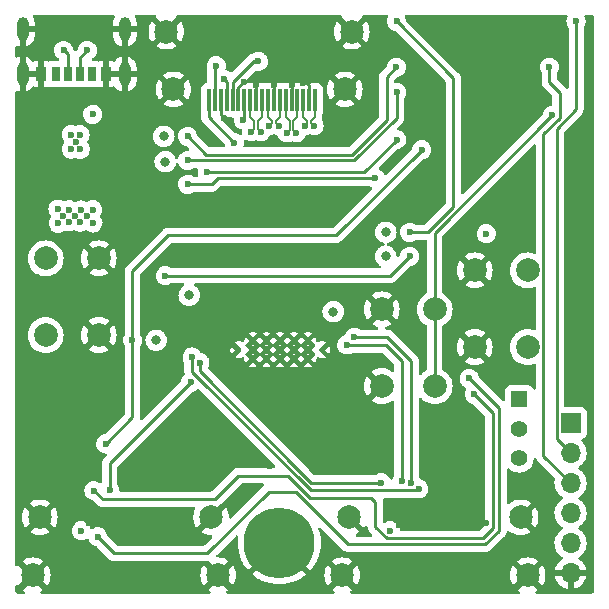
<source format=gbr>
%TF.GenerationSoftware,KiCad,Pcbnew,(6.0.10-0)*%
%TF.CreationDate,2022-12-29T22:01:01-08:00*%
%TF.ProjectId,HDMI-MUX,48444d49-2d4d-4555-982e-6b696361645f,rev?*%
%TF.SameCoordinates,Original*%
%TF.FileFunction,Copper,L4,Bot*%
%TF.FilePolarity,Positive*%
%FSLAX46Y46*%
G04 Gerber Fmt 4.6, Leading zero omitted, Abs format (unit mm)*
G04 Created by KiCad (PCBNEW (6.0.10-0)) date 2022-12-29 22:01:01*
%MOMM*%
%LPD*%
G01*
G04 APERTURE LIST*
%TA.AperFunction,SMDPad,CuDef*%
%ADD10R,0.700000X1.150000*%
%TD*%
%TA.AperFunction,SMDPad,CuDef*%
%ADD11R,0.800000X1.150000*%
%TD*%
%TA.AperFunction,SMDPad,CuDef*%
%ADD12R,0.900000X1.150000*%
%TD*%
%TA.AperFunction,ComponentPad*%
%ADD13O,1.000000X2.000000*%
%TD*%
%TA.AperFunction,ComponentPad*%
%ADD14C,0.400000*%
%TD*%
%TA.AperFunction,ComponentPad*%
%ADD15C,1.995000*%
%TD*%
%TA.AperFunction,ComponentPad*%
%ADD16R,1.700000X1.700000*%
%TD*%
%TA.AperFunction,ComponentPad*%
%ADD17O,1.700000X1.700000*%
%TD*%
%TA.AperFunction,ComponentPad*%
%ADD18C,2.000000*%
%TD*%
%TA.AperFunction,ComponentPad*%
%ADD19C,6.000000*%
%TD*%
%TA.AperFunction,ComponentPad*%
%ADD20R,1.408000X1.408000*%
%TD*%
%TA.AperFunction,ComponentPad*%
%ADD21C,1.408000*%
%TD*%
%TA.AperFunction,SMDPad,CuDef*%
%ADD22R,0.300000X1.900000*%
%TD*%
%TA.AperFunction,ViaPad*%
%ADD23C,0.600000*%
%TD*%
%TA.AperFunction,ViaPad*%
%ADD24C,0.700000*%
%TD*%
%TA.AperFunction,ViaPad*%
%ADD25C,0.800000*%
%TD*%
%TA.AperFunction,Conductor*%
%ADD26C,0.250000*%
%TD*%
%TA.AperFunction,Conductor*%
%ADD27C,0.290000*%
%TD*%
%TA.AperFunction,Conductor*%
%ADD28C,0.127000*%
%TD*%
G04 APERTURE END LIST*
D10*
%TO.P,J2,A5,CC1*%
%TO.N,Net-(J2-PadA5)*%
X27557250Y-25086250D03*
D11*
%TO.P,J2,A9,V-BUS*%
%TO.N,VBUS*%
X29577250Y-25086250D03*
D12*
%TO.P,J2,A12,GND*%
%TO.N,GND*%
X30807250Y-25086250D03*
D10*
%TO.P,J2,B5,CC2*%
%TO.N,Net-(J2-PadB5)*%
X28557250Y-25086250D03*
D11*
%TO.P,J2,B9,V-BUS*%
%TO.N,VBUS*%
X26537250Y-25086250D03*
D12*
%TO.P,J2,B12,GND*%
%TO.N,GND*%
X25307250Y-25086250D03*
D13*
%TO.P,J2,S1,SHIELD*%
X23737250Y-25081250D03*
%TO.P,J2,S2,SHIELD*%
X32377250Y-25081250D03*
%TO.P,J2,S3,SHIELD*%
X23737250Y-21281250D03*
%TO.P,J2,S4,SHIELD*%
X32377250Y-21281250D03*
%TD*%
D14*
%TO.P,U3,44,GND*%
%TO.N,GND*%
X49080250Y-48424500D03*
%TO.P,U3,45,GND*%
X47895250Y-47649500D03*
%TO.P,U3,46,GND*%
X47895250Y-48424500D03*
%TO.P,U3,47,GND*%
X47895250Y-49199500D03*
%TO.P,U3,48,GND*%
X46725250Y-47649500D03*
%TO.P,U3,49,GND*%
X46725250Y-48424500D03*
%TO.P,U3,50,GND*%
X46725250Y-49199500D03*
%TO.P,U3,51,GND*%
X45555250Y-47649500D03*
%TO.P,U3,52,GND*%
X45555250Y-48424500D03*
%TO.P,U3,53,GND*%
X45555250Y-49199500D03*
%TO.P,U3,54,GND*%
X44385250Y-47649500D03*
%TO.P,U3,55,GND*%
X44385250Y-48424500D03*
%TO.P,U3,56,GND*%
X44385250Y-49199500D03*
%TO.P,U3,57,GND*%
X43215250Y-47649500D03*
%TO.P,U3,58,GND*%
X43215250Y-48424500D03*
%TO.P,U3,59,GND*%
X43215250Y-49199500D03*
%TO.P,U3,60,GND*%
X42030250Y-48424500D03*
%TD*%
D15*
%TO.P,J5,S1,SHIELD*%
%TO.N,GND*%
X39696000Y-62622000D03*
%TO.P,J5,S2,SHIELD*%
X25196000Y-62622000D03*
%TO.P,J5,S3,SHIELD*%
X24596000Y-67522000D03*
%TO.P,J5,S4,SHIELD*%
X40296000Y-67522000D03*
%TD*%
%TO.P,J4,S1,SHIELD*%
%TO.N,GND*%
X65896000Y-62622000D03*
%TO.P,J4,S2,SHIELD*%
X51396000Y-62622000D03*
%TO.P,J4,S3,SHIELD*%
X50796000Y-67522000D03*
%TO.P,J4,S4,SHIELD*%
X66496000Y-67522000D03*
%TD*%
D16*
%TO.P,J1,1,Pin_1*%
%TO.N,unconnected-(J1-Pad1)*%
X70129000Y-54635000D03*
D17*
%TO.P,J1,2,Pin_2*%
%TO.N,/USB_RX*%
X70129000Y-57175000D03*
%TO.P,J1,3,Pin_3*%
%TO.N,/USB_TX*%
X70129000Y-59715000D03*
%TO.P,J1,4,Pin_4*%
%TO.N,Net-(J1-Pad4)*%
X70129000Y-62255000D03*
%TO.P,J1,5,Pin_5*%
%TO.N,unconnected-(J1-Pad5)*%
X70129000Y-64795000D03*
%TO.P,J1,6,Pin_6*%
%TO.N,GND*%
X70129000Y-67335000D03*
%TD*%
D18*
%TO.P,SW1,1,1*%
%TO.N,GND*%
X62012000Y-41708000D03*
X62012000Y-48208000D03*
%TO.P,SW1,2,2*%
%TO.N,Net-(R4-Pad2)*%
X66512000Y-41708000D03*
X66512000Y-48208000D03*
%TD*%
%TO.P,SW3,1,1*%
%TO.N,Net-(R8-Pad1)*%
X25690000Y-47192000D03*
X25690000Y-40692000D03*
%TO.P,SW3,2,2*%
%TO.N,GND*%
X30190000Y-40692000D03*
X30190000Y-47192000D03*
%TD*%
D19*
%TO.P,REF\u002A\u002A,1*%
%TO.N,GND*%
X45466000Y-64770000D03*
%TD*%
D20*
%TO.P,SW2,1,A*%
%TO.N,Net-(J1-Pad4)*%
X65786000Y-52618000D03*
D21*
%TO.P,SW2,2,B*%
%TO.N,+3.3V*%
X65786000Y-55118000D03*
%TO.P,SW2,3*%
%TO.N,N/C*%
X65786000Y-57618000D03*
%TD*%
D18*
%TO.P,SW4,1,1*%
%TO.N,/LED1*%
X58638000Y-45010000D03*
X58638000Y-51510000D03*
%TO.P,SW4,2,2*%
%TO.N,GND*%
X54138000Y-45010000D03*
X54138000Y-51510000D03*
%TD*%
D22*
%TO.P,J3,1,1*%
%TO.N,/IN_D2+*%
X48508750Y-27290500D03*
%TO.P,J3,2,2*%
%TO.N,GND*%
X48008750Y-27290500D03*
%TO.P,J3,3,3*%
%TO.N,/IN_D2-*%
X47508750Y-27290500D03*
%TO.P,J3,4,4*%
%TO.N,/IN_D1+*%
X47008750Y-27290500D03*
%TO.P,J3,5,5*%
%TO.N,GND*%
X46508750Y-27290500D03*
%TO.P,J3,6,6*%
%TO.N,/IN_D1-*%
X46008750Y-27290500D03*
%TO.P,J3,7,7*%
%TO.N,/IN_D0+*%
X45508750Y-27290500D03*
%TO.P,J3,8,8*%
%TO.N,GND*%
X45008750Y-27290500D03*
%TO.P,J3,9,9*%
%TO.N,/IN_D0-*%
X44508750Y-27290500D03*
%TO.P,J3,10,10*%
%TO.N,/IN_CLK+*%
X44008750Y-27290500D03*
%TO.P,J3,11,11*%
%TO.N,GND*%
X43508750Y-27290500D03*
%TO.P,J3,12,12*%
%TO.N,/IN_CLK-*%
X43008750Y-27290500D03*
%TO.P,J3,13,13*%
%TO.N,/IN_CEC*%
X42508750Y-27290500D03*
%TO.P,J3,14,14*%
%TO.N,GND*%
X42008750Y-27290500D03*
%TO.P,J3,15,15*%
%TO.N,/IN_SCL*%
X41508750Y-27290500D03*
%TO.P,J3,16,16*%
%TO.N,/IN_SDA*%
X41008750Y-27290500D03*
%TO.P,J3,17,17*%
%TO.N,GND*%
X40508750Y-27290500D03*
%TO.P,J3,18,18*%
%TO.N,+5V*%
X40008750Y-27290500D03*
%TO.P,J3,19,19*%
%TO.N,/IN_HPD*%
X39508750Y-27290500D03*
D15*
%TO.P,J3,S1,SHIELD*%
%TO.N,GND*%
X51008750Y-26390500D03*
%TO.P,J3,S2,SHIELD*%
X36508750Y-26390500D03*
%TO.P,J3,S3,SHIELD*%
X35908750Y-21490500D03*
%TO.P,J3,S4,SHIELD*%
X51608750Y-21490500D03*
%TD*%
D23*
%TO.N,GND*%
X58420000Y-26670000D03*
X27940000Y-26416000D03*
X34671000Y-23876000D03*
X34417000Y-28448000D03*
X26289000Y-34036000D03*
X30226000Y-34036000D03*
X32766000Y-32766000D03*
X32893000Y-36068000D03*
X35941000Y-50165000D03*
X37338000Y-46482000D03*
X35814000Y-44958000D03*
X32639000Y-40132000D03*
X37338000Y-40513000D03*
X37211000Y-37211000D03*
X23876000Y-53721000D03*
X24003000Y-49530000D03*
X27813000Y-53975000D03*
X27686000Y-49149000D03*
X27940000Y-44704000D03*
X28067000Y-42291000D03*
X37719000Y-23622000D03*
X39878000Y-21463000D03*
X42672000Y-21590000D03*
X45847000Y-21590000D03*
X48387000Y-21590000D03*
X50419000Y-30480000D03*
X49784000Y-37084000D03*
X50038000Y-40259000D03*
X50038000Y-35687000D03*
X66294000Y-32512000D03*
X62230000Y-32004000D03*
X67310000Y-21590000D03*
X62230000Y-27559000D03*
X60198000Y-22098000D03*
X64262000Y-23495000D03*
X58039000Y-29083000D03*
X65278000Y-28321000D03*
X70739000Y-38862000D03*
X70358000Y-41910000D03*
X70358000Y-46101000D03*
X70104000Y-49530000D03*
X63119000Y-45085000D03*
X42545000Y-60579000D03*
X44704000Y-58293000D03*
X25527000Y-59436000D03*
X26416000Y-64897000D03*
X27559000Y-68326000D03*
X32258000Y-67310000D03*
X34671000Y-67183000D03*
X37338000Y-67437000D03*
X63373000Y-67945000D03*
X59182000Y-68072000D03*
X56261000Y-68072000D03*
X34417000Y-52832000D03*
X37592000Y-53213000D03*
X39116000Y-52705000D03*
X42545000Y-43561000D03*
X40132000Y-35941000D03*
X40132000Y-37338000D03*
X40005000Y-40386000D03*
X42545000Y-40513000D03*
X42545000Y-37211000D03*
X42545000Y-35560000D03*
X25273000Y-25019000D03*
D24*
%TO.N,VBUS*%
X26537250Y-25086250D03*
D23*
%TO.N,+3.3V*%
X29667250Y-36571250D03*
X26727250Y-36521250D03*
X26757250Y-37721250D03*
X27657250Y-36581250D03*
X28657250Y-36591250D03*
X28607250Y-37621250D03*
%TO.N,GND*%
X30527250Y-30821250D03*
%TO.N,+3.3V*%
X27857250Y-30211250D03*
X27627250Y-37591250D03*
X28607250Y-31461250D03*
X28137250Y-37131250D03*
%TO.N,GND*%
X30157250Y-31451250D03*
X30907250Y-31451250D03*
X25537250Y-26821250D03*
%TO.N,+3.3V*%
X28237250Y-30831250D03*
%TO.N,Net-(J2-PadB5)*%
X29207250Y-23081250D03*
%TO.N,GND*%
X30907250Y-30201250D03*
%TO.N,+3.3V*%
X29167250Y-37131250D03*
D24*
%TO.N,VBUS*%
X29577250Y-25086250D03*
D23*
%TO.N,+3.3V*%
X29674750Y-28491250D03*
X27857250Y-31441250D03*
X27137250Y-37091250D03*
%TO.N,Net-(J2-PadA5)*%
X27217250Y-23091250D03*
%TO.N,+3.3V*%
X29687250Y-37691250D03*
%TO.N,GND*%
X29187250Y-21101250D03*
X31399750Y-28491250D03*
%TO.N,+3.3V*%
X28597250Y-30211250D03*
%TO.N,GND*%
X27217250Y-21101250D03*
D25*
X24885500Y-51858000D03*
X24885500Y-56338000D03*
D23*
X30861000Y-25019000D03*
%TO.N,Net-(R3-Pad2)*%
X55372000Y-24511000D03*
X37703000Y-30353000D03*
%TO.N,Net-(R8-Pad1)*%
X55392000Y-26630000D03*
X37703000Y-32385000D03*
%TO.N,Net-(R4-Pad2)*%
X55392000Y-20630000D03*
X56499000Y-38481000D03*
%TO.N,Net-(R10-Pad1)*%
X37719000Y-34417000D03*
X53594000Y-33909000D03*
%TO.N,/MUX_A_SEL*%
X39370000Y-33401000D03*
X55392000Y-30630000D03*
D25*
%TO.N,+3.3V*%
X37846000Y-43815000D03*
D23*
%TO.N,GND*%
X47498000Y-25840998D03*
X46508778Y-25984100D03*
X45008730Y-25984107D03*
X43510116Y-25982791D03*
X42497338Y-25724124D03*
X40767000Y-28829000D03*
X35687000Y-34417000D03*
D25*
%TO.N,+3.3V*%
X35814000Y-32512000D03*
X35687000Y-30353000D03*
D23*
%TO.N,/LED1*%
X56499000Y-40513000D03*
X35814000Y-42164000D03*
%TO.N,/LED2*%
X30785500Y-56388000D03*
X57531000Y-31496000D03*
X33036000Y-47625000D03*
%TO.N,/USB_RX*%
X70592000Y-20630000D03*
%TO.N,/USB_TX*%
X68326000Y-24511000D03*
%TO.N,/IN_SCL*%
X43688000Y-24003000D03*
%TO.N,/IN_SDA*%
X40767000Y-25527000D03*
D25*
%TO.N,+3.3V*%
X50038000Y-45212000D03*
D23*
%TO.N,GND*%
X51816000Y-45212000D03*
%TO.N,/IN_HPD*%
X41665500Y-30895701D03*
%TO.N,/IN_CEC*%
X42418000Y-28956000D03*
D25*
%TO.N,+3.3V*%
X54483000Y-40513000D03*
X54483000Y-38481000D03*
X35052000Y-47625000D03*
D23*
%TO.N,/LED1*%
X68580000Y-28575000D03*
%TO.N,GND*%
X30861000Y-63246000D03*
%TO.N,/P2_SCL*%
X30099000Y-64262000D03*
%TO.N,/P2_SDA*%
X29780315Y-60349019D03*
%TO.N,GND*%
X29320500Y-63117703D03*
%TO.N,/P2_SDA*%
X61976000Y-52197000D03*
%TO.N,/P2_SCL*%
X61542731Y-50852269D03*
%TO.N,/P1_SDA*%
X51181000Y-48015500D03*
%TO.N,/P1_SCL*%
X51816000Y-47371000D03*
%TO.N,/P2_CEC*%
X37973000Y-51181000D03*
X31115000Y-60325000D03*
%TO.N,/P1_CEC*%
X38090500Y-49043441D03*
%TO.N,/P1_HPD*%
X38744500Y-49520257D03*
X54102000Y-59690500D03*
%TO.N,/P1_CEC*%
X57277000Y-60198000D03*
%TO.N,/P1_SDA*%
X55850000Y-59580733D03*
%TO.N,/P1_SCL*%
X56642000Y-59690000D03*
%TO.N,GND*%
X55626000Y-63246000D03*
X56942493Y-63262797D03*
%TO.N,+5V*%
X40132000Y-24384000D03*
X54864000Y-63754000D03*
X28702000Y-63754000D03*
%TO.N,GND*%
X58395941Y-63028431D03*
X59903164Y-63035270D03*
X61418413Y-63049079D03*
X62935457Y-63063235D03*
X32211851Y-63043277D03*
X33728126Y-63057302D03*
X35246299Y-63071602D03*
X36695970Y-63028403D03*
X64717000Y-38608000D03*
%TO.N,/IN_D2+*%
X48404750Y-29464000D03*
%TO.N,/IN_D2-*%
X47612750Y-29464000D03*
%TO.N,/IN_D1+*%
X46904750Y-30063351D03*
%TO.N,/IN_D1-*%
X46112750Y-30063351D03*
%TO.N,/IN_D0+*%
X45404750Y-29464000D03*
%TO.N,/IN_D0-*%
X44612750Y-29464000D03*
%TO.N,/IN_CLK+*%
X43904750Y-29972000D03*
%TO.N,/IN_CLK-*%
X43112750Y-29972000D03*
%TO.N,+3.3V*%
X62992000Y-38608000D03*
%TD*%
D26*
%TO.N,GND*%
X25307250Y-25053250D02*
X25273000Y-25019000D01*
X25307250Y-25086250D02*
X25307250Y-25053250D01*
%TO.N,Net-(J2-PadA5)*%
X27557250Y-23431250D02*
X27217250Y-23091250D01*
%TO.N,Net-(J2-PadB5)*%
X28557250Y-23731250D02*
X29207250Y-23081250D01*
%TO.N,GND*%
X30807250Y-25361250D02*
X30827250Y-25381250D01*
%TO.N,Net-(J2-PadA5)*%
X27557250Y-25086250D02*
X27557250Y-23431250D01*
%TO.N,Net-(J2-PadB5)*%
X28557250Y-25376250D02*
X28557250Y-23731250D01*
%TO.N,GND*%
X30807250Y-25072750D02*
X30861000Y-25019000D01*
X30807250Y-25086250D02*
X30807250Y-25072750D01*
D27*
%TO.N,/P1_SDA*%
X55850000Y-49363964D02*
X54501536Y-48015500D01*
X54501536Y-48015500D02*
X51181000Y-48015500D01*
X55850000Y-59580733D02*
X55850000Y-49363964D01*
D26*
%TO.N,Net-(R3-Pad2)*%
X54545802Y-29018802D02*
X51629604Y-31935000D01*
X55372000Y-24511000D02*
X54545802Y-25337198D01*
X54545802Y-25337198D02*
X54545802Y-29018802D01*
X51629604Y-31935000D02*
X39285000Y-31935000D01*
X39285000Y-31935000D02*
X37703000Y-30353000D01*
%TO.N,Net-(R8-Pad1)*%
X37703000Y-32385000D02*
X51816000Y-32385000D01*
X51816000Y-32385000D02*
X55392000Y-28809000D01*
X55392000Y-28809000D02*
X55392000Y-26630000D01*
%TO.N,Net-(R4-Pad2)*%
X58037604Y-38481000D02*
X60197302Y-36321302D01*
X60197302Y-36321302D02*
X60197302Y-25435302D01*
X56499000Y-38481000D02*
X58037604Y-38481000D01*
X60197302Y-25435302D02*
X55392000Y-20630000D01*
%TO.N,Net-(R10-Pad1)*%
X37719000Y-34417000D02*
X39751000Y-34417000D01*
X39751000Y-34417000D02*
X40259000Y-33909000D01*
X40259000Y-33909000D02*
X53594000Y-33909000D01*
%TO.N,/MUX_A_SEL*%
X39370000Y-33401000D02*
X52621000Y-33401000D01*
X52621000Y-33401000D02*
X55392000Y-30630000D01*
%TO.N,GND*%
X47809248Y-25840998D02*
X47498000Y-25840998D01*
X48008750Y-26040500D02*
X47809248Y-25840998D01*
X48008750Y-27290500D02*
X48008750Y-26040500D01*
X46508750Y-25984128D02*
X46508778Y-25984100D01*
X46508750Y-27290500D02*
X46508750Y-25984128D01*
X45008750Y-25984127D02*
X45008730Y-25984107D01*
X45008750Y-27290500D02*
X45008750Y-25984127D01*
X43508750Y-25984157D02*
X43510116Y-25982791D01*
X43508750Y-27290500D02*
X43508750Y-25984157D01*
X42008750Y-26212712D02*
X42497338Y-25724124D01*
X42008750Y-27290500D02*
X42008750Y-26212712D01*
X40508750Y-28570750D02*
X40767000Y-28829000D01*
X40508750Y-27290500D02*
X40508750Y-28570750D01*
%TO.N,/LED1*%
X54848000Y-42164000D02*
X56499000Y-40513000D01*
X35814000Y-42164000D02*
X54848000Y-42164000D01*
%TO.N,/LED2*%
X33036000Y-47625000D02*
X33036000Y-54137500D01*
X33036000Y-54137500D02*
X30785500Y-56388000D01*
X57531000Y-31496000D02*
X50292000Y-38735000D01*
X33036000Y-41767000D02*
X33036000Y-47625000D01*
X50292000Y-38735000D02*
X36068000Y-38735000D01*
X36068000Y-38735000D02*
X33036000Y-41767000D01*
%TO.N,/USB_RX*%
X70129000Y-57175000D02*
X68954000Y-56000000D01*
X68954000Y-56000000D02*
X68954000Y-29721280D01*
X68954000Y-29721280D02*
X70592000Y-28083280D01*
X70592000Y-28083280D02*
X70592000Y-20630000D01*
%TO.N,/USB_TX*%
X68326000Y-25781000D02*
X68326000Y-24511000D01*
X70129000Y-59715000D02*
X67837000Y-57423000D01*
X69215000Y-28823884D02*
X69215000Y-26670000D01*
X67837000Y-57423000D02*
X67837000Y-30201884D01*
X67837000Y-30201884D02*
X69215000Y-28823884D01*
X69215000Y-26670000D02*
X68326000Y-25781000D01*
D27*
%TO.N,/IN_SCL*%
X41508750Y-25801250D02*
X43307000Y-24003000D01*
X43307000Y-24003000D02*
X43688000Y-24003000D01*
X41508750Y-27290500D02*
X41508750Y-25801250D01*
%TO.N,/IN_SDA*%
X40767000Y-25527000D02*
X41008750Y-25768750D01*
X41008750Y-25768750D02*
X41008750Y-27290500D01*
%TO.N,/IN_HPD*%
X39508750Y-27290500D02*
X39508750Y-28738951D01*
X39508750Y-28738951D02*
X41665500Y-30895701D01*
%TO.N,/IN_CEC*%
X42508750Y-28865250D02*
X42418000Y-28956000D01*
X42508750Y-27290500D02*
X42508750Y-28865250D01*
D26*
%TO.N,/LED1*%
X58638000Y-38517000D02*
X68580000Y-28575000D01*
X58638000Y-45010000D02*
X58638000Y-38517000D01*
X58638000Y-45010000D02*
X58638000Y-51510000D01*
D27*
%TO.N,/P2_SCL*%
X61542731Y-50852269D02*
X64070457Y-53379995D01*
X46868536Y-60446464D02*
X44582536Y-60446464D01*
X64070457Y-53379995D02*
X64070457Y-63749507D01*
X64070457Y-63749507D02*
X62922964Y-64897000D01*
X51319071Y-64897000D02*
X46868536Y-60446464D01*
X62922964Y-64897000D02*
X51319071Y-64897000D01*
X44582536Y-60446464D02*
X39370000Y-65659000D01*
X39370000Y-65659000D02*
X31496000Y-65659000D01*
X31496000Y-65659000D02*
X30099000Y-64262000D01*
%TO.N,/P2_SDA*%
X30518296Y-61087000D02*
X29780315Y-60349019D01*
X42008018Y-59083982D02*
X40005000Y-61087000D01*
X40005000Y-61087000D02*
X31115000Y-61087000D01*
X31115000Y-61087000D02*
X30518296Y-61087000D01*
X46199018Y-59083982D02*
X42008018Y-59083982D01*
X48075035Y-60960000D02*
X47659517Y-60544482D01*
X54596832Y-64399000D02*
X53594000Y-63396168D01*
X53594000Y-63396168D02*
X53594000Y-62865000D01*
X61976000Y-52197000D02*
X63580457Y-53801457D01*
X63580457Y-53801457D02*
X63580457Y-63546543D01*
X63500000Y-63627000D02*
X62728000Y-64399000D01*
X47659517Y-60544482D02*
X46199018Y-59083982D01*
X53213000Y-60960000D02*
X48075035Y-60960000D01*
X63580457Y-63546543D02*
X63500000Y-63627000D01*
X53594000Y-62865000D02*
X53594000Y-61341000D01*
X62728000Y-64399000D02*
X54596832Y-64399000D01*
X53594000Y-61341000D02*
X53213000Y-60960000D01*
%TO.N,/P1_SCL*%
X54610000Y-47371000D02*
X51816000Y-47371000D01*
X56007000Y-48768000D02*
X54610000Y-47371000D01*
X56642000Y-59690000D02*
X56642000Y-49403000D01*
X56642000Y-49403000D02*
X56007000Y-48768000D01*
%TO.N,/P2_CEC*%
X36576000Y-52578000D02*
X37973000Y-51181000D01*
X31115000Y-58039000D02*
X31115000Y-60325000D01*
X36576000Y-52578000D02*
X31115000Y-58039000D01*
%TO.N,/P1_CEC*%
X38090500Y-49043441D02*
X38090500Y-50282500D01*
X38090500Y-50282500D02*
X48143000Y-60335000D01*
%TO.N,/P1_HPD*%
X54102000Y-59690500D02*
X48191464Y-59690500D01*
X48191464Y-59690500D02*
X47336482Y-58835518D01*
X47336482Y-58835518D02*
X38744500Y-50243536D01*
X38744500Y-50243536D02*
X38744500Y-49520257D01*
%TO.N,/P1_CEC*%
X57140000Y-60335000D02*
X48143000Y-60335000D01*
X57277000Y-60198000D02*
X57140000Y-60335000D01*
D26*
%TO.N,+5V*%
X40008750Y-24507250D02*
X40132000Y-24384000D01*
X40008750Y-27290500D02*
X40008750Y-24507250D01*
D28*
%TO.N,/IN_D2+*%
X48508750Y-27290500D02*
X48508750Y-28715501D01*
X48168251Y-29227501D02*
X48404750Y-29464000D01*
X48508750Y-28715501D02*
X48168250Y-29056001D01*
X48168250Y-29056001D02*
X48168251Y-29227501D01*
%TO.N,/IN_D2-*%
X47849249Y-29227501D02*
X47612750Y-29464000D01*
X47508750Y-28715501D02*
X47849250Y-29056001D01*
X47508750Y-27290500D02*
X47508750Y-28715501D01*
X47849250Y-29056001D02*
X47849249Y-29227501D01*
%TO.N,/IN_D1+*%
X47008750Y-27290500D02*
X47008750Y-28715501D01*
X46668251Y-29826852D02*
X46904750Y-30063351D01*
X47008750Y-28715501D02*
X46668250Y-29056001D01*
X46668250Y-29056001D02*
X46668251Y-29826852D01*
%TO.N,/IN_D1-*%
X46008750Y-28715501D02*
X46349250Y-29056001D01*
X46008750Y-27290500D02*
X46008750Y-28715501D01*
X46349250Y-29056001D02*
X46349249Y-29826852D01*
X46349249Y-29826852D02*
X46112750Y-30063351D01*
%TO.N,/IN_D0+*%
X45508750Y-27290500D02*
X45508750Y-28715501D01*
X45508750Y-28715501D02*
X45168250Y-29056001D01*
X45168251Y-29227501D02*
X45404750Y-29464000D01*
X45168250Y-29056001D02*
X45168251Y-29227501D01*
%TO.N,/IN_D0-*%
X44508750Y-27290500D02*
X44508750Y-28715501D01*
X44849250Y-29056001D02*
X44849249Y-29227501D01*
X44849249Y-29227501D02*
X44612750Y-29464000D01*
X44508750Y-28715501D02*
X44849250Y-29056001D01*
%TO.N,/IN_CLK+*%
X43668250Y-29056001D02*
X43668251Y-29735501D01*
X43668251Y-29735501D02*
X43904750Y-29972000D01*
X44008750Y-27290500D02*
X44008750Y-28715501D01*
X44008750Y-28715501D02*
X43668250Y-29056001D01*
%TO.N,/IN_CLK-*%
X43349249Y-29735501D02*
X43112750Y-29972000D01*
X43349250Y-29056001D02*
X43349249Y-29735501D01*
X43008750Y-28715501D02*
X43349250Y-29056001D01*
X43008750Y-27290500D02*
X43008750Y-28715501D01*
%TD*%
%TA.AperFunction,Conductor*%
%TO.N,GND*%
G36*
X31474924Y-20086502D02*
G01*
X31521417Y-20140158D01*
X31531521Y-20210432D01*
X31517217Y-20253202D01*
X31449246Y-20376839D01*
X31444416Y-20388108D01*
X31388370Y-20564788D01*
X31385820Y-20576782D01*
X31369643Y-20721011D01*
X31369250Y-20728035D01*
X31369250Y-21009135D01*
X31373725Y-21024374D01*
X31375115Y-21025579D01*
X31382798Y-21027250D01*
X33367135Y-21027250D01*
X33382374Y-21022775D01*
X33383579Y-21021385D01*
X33385250Y-21013702D01*
X33385250Y-20734593D01*
X33384949Y-20728445D01*
X33371438Y-20590647D01*
X33369055Y-20578612D01*
X33315483Y-20401174D01*
X33310809Y-20389834D01*
X33237338Y-20251653D01*
X33223019Y-20182115D01*
X33248567Y-20115875D01*
X33305872Y-20073962D01*
X33348590Y-20066500D01*
X34934005Y-20066500D01*
X35002126Y-20086502D01*
X35048619Y-20140158D01*
X35058723Y-20210432D01*
X35045144Y-20239341D01*
X35041957Y-20258573D01*
X35046445Y-20268984D01*
X35895939Y-21118479D01*
X35909882Y-21126092D01*
X35911716Y-21125961D01*
X35918330Y-21121710D01*
X36768015Y-20272024D01*
X36775626Y-20258086D01*
X36775222Y-20252436D01*
X36756219Y-20201491D01*
X36771309Y-20132117D01*
X36821510Y-20081914D01*
X36881898Y-20066500D01*
X50634005Y-20066500D01*
X50702126Y-20086502D01*
X50748619Y-20140158D01*
X50758723Y-20210432D01*
X50745144Y-20239341D01*
X50741957Y-20258573D01*
X50746445Y-20268984D01*
X51595939Y-21118479D01*
X51609882Y-21126092D01*
X51611716Y-21125961D01*
X51618330Y-21121710D01*
X52468015Y-20272024D01*
X52475626Y-20258086D01*
X52475222Y-20252436D01*
X52456219Y-20201491D01*
X52471309Y-20132117D01*
X52521510Y-20081914D01*
X52581898Y-20066500D01*
X54562146Y-20066500D01*
X54630267Y-20086502D01*
X54676760Y-20140158D01*
X54686864Y-20210432D01*
X54669887Y-20255862D01*
X54670183Y-20256009D01*
X54668763Y-20258868D01*
X54668060Y-20260751D01*
X54663235Y-20268238D01*
X54660826Y-20274858D01*
X54660824Y-20274861D01*
X54618977Y-20389834D01*
X54601197Y-20438685D01*
X54578463Y-20618640D01*
X54596163Y-20799160D01*
X54653418Y-20971273D01*
X54657065Y-20977295D01*
X54657066Y-20977297D01*
X54687319Y-21027250D01*
X54747380Y-21126424D01*
X54873382Y-21256902D01*
X55025159Y-21356222D01*
X55031763Y-21358678D01*
X55031765Y-21358679D01*
X55188558Y-21416990D01*
X55188560Y-21416990D01*
X55195168Y-21419448D01*
X55202153Y-21420380D01*
X55202157Y-21420381D01*
X55237087Y-21425041D01*
X55257187Y-21427723D01*
X55322063Y-21456558D01*
X55329617Y-21463521D01*
X59526897Y-25660801D01*
X59560923Y-25723113D01*
X59563802Y-25749896D01*
X59563802Y-36006707D01*
X59543800Y-36074828D01*
X59526897Y-36095802D01*
X57812104Y-37810595D01*
X57749792Y-37844621D01*
X57723009Y-37847500D01*
X57046338Y-37847500D01*
X56978824Y-37827885D01*
X56927380Y-37795238D01*
X56855666Y-37749727D01*
X56826463Y-37739328D01*
X56691425Y-37691243D01*
X56691420Y-37691242D01*
X56684790Y-37688881D01*
X56677802Y-37688048D01*
X56677799Y-37688047D01*
X56554698Y-37673368D01*
X56504680Y-37667404D01*
X56497677Y-37668140D01*
X56497676Y-37668140D01*
X56331288Y-37685628D01*
X56331286Y-37685629D01*
X56324288Y-37686364D01*
X56152579Y-37744818D01*
X56146575Y-37748512D01*
X56004095Y-37836166D01*
X56004092Y-37836168D01*
X55998088Y-37839862D01*
X55993053Y-37844793D01*
X55993050Y-37844795D01*
X55873525Y-37961843D01*
X55868493Y-37966771D01*
X55770235Y-38119238D01*
X55767826Y-38125858D01*
X55767824Y-38125861D01*
X55713311Y-38275634D01*
X55708197Y-38289685D01*
X55685463Y-38469640D01*
X55703163Y-38650160D01*
X55760418Y-38822273D01*
X55764065Y-38828295D01*
X55764066Y-38828297D01*
X55840980Y-38955297D01*
X55854380Y-38977424D01*
X55859269Y-38982487D01*
X55859270Y-38982488D01*
X55936121Y-39062068D01*
X55980382Y-39107902D01*
X55986278Y-39111760D01*
X56119014Y-39198620D01*
X56132159Y-39207222D01*
X56138763Y-39209678D01*
X56138765Y-39209679D01*
X56295558Y-39267990D01*
X56295560Y-39267990D01*
X56302168Y-39270448D01*
X56385995Y-39281633D01*
X56474980Y-39293507D01*
X56474984Y-39293507D01*
X56481961Y-39294438D01*
X56488972Y-39293800D01*
X56488976Y-39293800D01*
X56631459Y-39280832D01*
X56662600Y-39277998D01*
X56669302Y-39275820D01*
X56669304Y-39275820D01*
X56828409Y-39224124D01*
X56828412Y-39224123D01*
X56835108Y-39221947D01*
X56985540Y-39132271D01*
X57050058Y-39114500D01*
X57878500Y-39114500D01*
X57946621Y-39134502D01*
X57993114Y-39188158D01*
X58004500Y-39240500D01*
X58004500Y-43558434D01*
X57984498Y-43626555D01*
X57944335Y-43665867D01*
X57752798Y-43783241D01*
X57752792Y-43783245D01*
X57748584Y-43785824D01*
X57568031Y-43940031D01*
X57413824Y-44120584D01*
X57411245Y-44124792D01*
X57411241Y-44124798D01*
X57373396Y-44186556D01*
X57289760Y-44323037D01*
X57287867Y-44327607D01*
X57287865Y-44327611D01*
X57200789Y-44537833D01*
X57198895Y-44542406D01*
X57197740Y-44547218D01*
X57155748Y-44722128D01*
X57143465Y-44773289D01*
X57124835Y-45010000D01*
X57143465Y-45246711D01*
X57198895Y-45477594D01*
X57200788Y-45482165D01*
X57200789Y-45482167D01*
X57287772Y-45692163D01*
X57289760Y-45696963D01*
X57292346Y-45701183D01*
X57411241Y-45895202D01*
X57411245Y-45895208D01*
X57413824Y-45899416D01*
X57568031Y-46079969D01*
X57748584Y-46234176D01*
X57752792Y-46236755D01*
X57752798Y-46236759D01*
X57944335Y-46354133D01*
X57991966Y-46406781D01*
X58004500Y-46461566D01*
X58004500Y-50058434D01*
X57984498Y-50126555D01*
X57944335Y-50165867D01*
X57752798Y-50283241D01*
X57752792Y-50283245D01*
X57748584Y-50285824D01*
X57568031Y-50440031D01*
X57564823Y-50443787D01*
X57517311Y-50499416D01*
X57457860Y-50538225D01*
X57386865Y-50538731D01*
X57326867Y-50500775D01*
X57296914Y-50436406D01*
X57295500Y-50417585D01*
X57295500Y-49484385D01*
X57296052Y-49472675D01*
X57297770Y-49464989D01*
X57295562Y-49394711D01*
X57295500Y-49390754D01*
X57295500Y-49361885D01*
X57294954Y-49357564D01*
X57294023Y-49345731D01*
X57292834Y-49307883D01*
X57292585Y-49299958D01*
X57286666Y-49279585D01*
X57282658Y-49260228D01*
X57280993Y-49247053D01*
X57280000Y-49239189D01*
X57277083Y-49231823D01*
X57277082Y-49231817D01*
X57263141Y-49196608D01*
X57259295Y-49185375D01*
X57248731Y-49149011D01*
X57248728Y-49149004D01*
X57246519Y-49141401D01*
X57241950Y-49133674D01*
X57235724Y-49123147D01*
X57227027Y-49105395D01*
X57222136Y-49093042D01*
X57219218Y-49085672D01*
X57192299Y-49048622D01*
X57185780Y-49038698D01*
X57166507Y-49006108D01*
X57166506Y-49006107D01*
X57162470Y-48999282D01*
X57147477Y-48984289D01*
X57134636Y-48969255D01*
X57126827Y-48958507D01*
X57122167Y-48952093D01*
X57086867Y-48922890D01*
X57078100Y-48914912D01*
X56440022Y-48276833D01*
X55129641Y-46966452D01*
X55121750Y-46957780D01*
X55117532Y-46951133D01*
X55066272Y-46902996D01*
X55063431Y-46900242D01*
X55043022Y-46879833D01*
X55039898Y-46877410D01*
X55039890Y-46877403D01*
X55039578Y-46877161D01*
X55030548Y-46869449D01*
X55002951Y-46843533D01*
X54997171Y-46838105D01*
X54990221Y-46834284D01*
X54978585Y-46827887D01*
X54962059Y-46817032D01*
X54951567Y-46808893D01*
X54951564Y-46808891D01*
X54945302Y-46804034D01*
X54903266Y-46785843D01*
X54892609Y-46780622D01*
X54859428Y-46762381D01*
X54852481Y-46758562D01*
X54844805Y-46756591D01*
X54844802Y-46756590D01*
X54831943Y-46753289D01*
X54813243Y-46746887D01*
X54793770Y-46738460D01*
X54748524Y-46731294D01*
X54736920Y-46728891D01*
X54692556Y-46717500D01*
X54671350Y-46717500D01*
X54651639Y-46715949D01*
X54646374Y-46715115D01*
X54630690Y-46712631D01*
X54622798Y-46713377D01*
X54585094Y-46716941D01*
X54573237Y-46717500D01*
X54550077Y-46717500D01*
X54481956Y-46697498D01*
X54435463Y-46643842D01*
X54425359Y-46573568D01*
X54454853Y-46508988D01*
X54520663Y-46468981D01*
X54600627Y-46449783D01*
X54610012Y-46446734D01*
X54820163Y-46359687D01*
X54828958Y-46355205D01*
X54996445Y-46252568D01*
X55005907Y-46242110D01*
X55002124Y-46233334D01*
X54150812Y-45382022D01*
X54136868Y-45374408D01*
X54135035Y-45374539D01*
X54128420Y-45378790D01*
X53276920Y-46230290D01*
X53270160Y-46242670D01*
X53275887Y-46250320D01*
X53447042Y-46355205D01*
X53455837Y-46359687D01*
X53665988Y-46446734D01*
X53675373Y-46449783D01*
X53755337Y-46468981D01*
X53816906Y-46504333D01*
X53849589Y-46567360D01*
X53843008Y-46638051D01*
X53799254Y-46693962D01*
X53725923Y-46717500D01*
X52331823Y-46717500D01*
X52264311Y-46697887D01*
X52172666Y-46639727D01*
X52143463Y-46629328D01*
X52008425Y-46581243D01*
X52008420Y-46581242D01*
X52001790Y-46578881D01*
X51994802Y-46578048D01*
X51994799Y-46578047D01*
X51871698Y-46563368D01*
X51821680Y-46557404D01*
X51814677Y-46558140D01*
X51814676Y-46558140D01*
X51648288Y-46575628D01*
X51648286Y-46575629D01*
X51641288Y-46576364D01*
X51469579Y-46634818D01*
X51454911Y-46643842D01*
X51321095Y-46726166D01*
X51321092Y-46726168D01*
X51315088Y-46729862D01*
X51310053Y-46734793D01*
X51310050Y-46734795D01*
X51214988Y-46827887D01*
X51185493Y-46856771D01*
X51087235Y-47009238D01*
X51084826Y-47015858D01*
X51084824Y-47015861D01*
X51031411Y-47162612D01*
X50989317Y-47219783D01*
X50953615Y-47238795D01*
X50862365Y-47269859D01*
X50834579Y-47279318D01*
X50828575Y-47283012D01*
X50686095Y-47370666D01*
X50686092Y-47370668D01*
X50680088Y-47374362D01*
X50675053Y-47379293D01*
X50675050Y-47379295D01*
X50555525Y-47496343D01*
X50550493Y-47501271D01*
X50452235Y-47653738D01*
X50449826Y-47660358D01*
X50449824Y-47660361D01*
X50422298Y-47735988D01*
X50390197Y-47824185D01*
X50367463Y-48004140D01*
X50385163Y-48184660D01*
X50442418Y-48356773D01*
X50446065Y-48362795D01*
X50446066Y-48362797D01*
X50510102Y-48468533D01*
X50536380Y-48511924D01*
X50541269Y-48516987D01*
X50541270Y-48516988D01*
X50618121Y-48596568D01*
X50662382Y-48642402D01*
X50705751Y-48670782D01*
X50787904Y-48724541D01*
X50814159Y-48741722D01*
X50820763Y-48744178D01*
X50820765Y-48744179D01*
X50977558Y-48802490D01*
X50977560Y-48802490D01*
X50984168Y-48804948D01*
X51059248Y-48814966D01*
X51156980Y-48828007D01*
X51156984Y-48828007D01*
X51163961Y-48828938D01*
X51170972Y-48828300D01*
X51170976Y-48828300D01*
X51317482Y-48814966D01*
X51344600Y-48812498D01*
X51351302Y-48810320D01*
X51351304Y-48810320D01*
X51510409Y-48758624D01*
X51510412Y-48758623D01*
X51517108Y-48756447D01*
X51633990Y-48686771D01*
X51698508Y-48669000D01*
X54178657Y-48669000D01*
X54246778Y-48689002D01*
X54267753Y-48705905D01*
X55159596Y-49597749D01*
X55193621Y-49660061D01*
X55196500Y-49686844D01*
X55196500Y-50165037D01*
X55176498Y-50233158D01*
X55122842Y-50279651D01*
X55052568Y-50289755D01*
X55004665Y-50272469D01*
X54828958Y-50164795D01*
X54820163Y-50160313D01*
X54610012Y-50073266D01*
X54600627Y-50070217D01*
X54379446Y-50017115D01*
X54369699Y-50015572D01*
X54142930Y-49997725D01*
X54133070Y-49997725D01*
X53906301Y-50015572D01*
X53896554Y-50017115D01*
X53675373Y-50070217D01*
X53665988Y-50073266D01*
X53455837Y-50160313D01*
X53447042Y-50164795D01*
X53279555Y-50267432D01*
X53270093Y-50277890D01*
X53273876Y-50286666D01*
X54408115Y-51420905D01*
X54442141Y-51483217D01*
X54437076Y-51554032D01*
X54408115Y-51599095D01*
X53276920Y-52730290D01*
X53270160Y-52742670D01*
X53275887Y-52750320D01*
X53447042Y-52855205D01*
X53455837Y-52859687D01*
X53665988Y-52946734D01*
X53675373Y-52949783D01*
X53896554Y-53002885D01*
X53906301Y-53004428D01*
X54133070Y-53022275D01*
X54142930Y-53022275D01*
X54369699Y-53004428D01*
X54379446Y-53002885D01*
X54600627Y-52949783D01*
X54610012Y-52946734D01*
X54820163Y-52859687D01*
X54828958Y-52855205D01*
X55004665Y-52747531D01*
X55073198Y-52728992D01*
X55140875Y-52750448D01*
X55186208Y-52805087D01*
X55196500Y-52854963D01*
X55196500Y-59065098D01*
X55176411Y-59133353D01*
X55125054Y-59213043D01*
X55125050Y-59213052D01*
X55121235Y-59218971D01*
X55079925Y-59332470D01*
X55075008Y-59345978D01*
X55032914Y-59403149D01*
X54966592Y-59428487D01*
X54897101Y-59413946D01*
X54846502Y-59364144D01*
X54840045Y-59349741D01*
X54838063Y-59345604D01*
X54835745Y-59338948D01*
X54819307Y-59312641D01*
X54743359Y-59191098D01*
X54739626Y-59185124D01*
X54626137Y-59070840D01*
X54616778Y-59061415D01*
X54616774Y-59061412D01*
X54611815Y-59056418D01*
X54458666Y-58959227D01*
X54429463Y-58948828D01*
X54294425Y-58900743D01*
X54294420Y-58900742D01*
X54287790Y-58898381D01*
X54280802Y-58897548D01*
X54280799Y-58897547D01*
X54157698Y-58882868D01*
X54107680Y-58876904D01*
X54100677Y-58877640D01*
X54100676Y-58877640D01*
X53934288Y-58895128D01*
X53934286Y-58895129D01*
X53927288Y-58895864D01*
X53755579Y-58954318D01*
X53651549Y-59018318D01*
X53585529Y-59037000D01*
X48514343Y-59037000D01*
X48446222Y-59016998D01*
X48425247Y-59000095D01*
X48099546Y-58674393D01*
X40940083Y-51514930D01*
X52625725Y-51514930D01*
X52643572Y-51741699D01*
X52645115Y-51751446D01*
X52698217Y-51972627D01*
X52701266Y-51982012D01*
X52788313Y-52192163D01*
X52792795Y-52200958D01*
X52895432Y-52368445D01*
X52905890Y-52377907D01*
X52914666Y-52374124D01*
X53765978Y-51522812D01*
X53773592Y-51508868D01*
X53773461Y-51507035D01*
X53769210Y-51500420D01*
X52917710Y-50648920D01*
X52905330Y-50642160D01*
X52897680Y-50647887D01*
X52792795Y-50819042D01*
X52788313Y-50827837D01*
X52701266Y-51037988D01*
X52698217Y-51047373D01*
X52645115Y-51268554D01*
X52643572Y-51278301D01*
X52625725Y-51505070D01*
X52625725Y-51514930D01*
X40940083Y-51514930D01*
X39480857Y-50055704D01*
X39446832Y-49993392D01*
X39451897Y-49922576D01*
X39461184Y-49904372D01*
X39461025Y-49904290D01*
X39464241Y-49898031D01*
X39468143Y-49892159D01*
X39495266Y-49820757D01*
X42882455Y-49820757D01*
X42887144Y-49827021D01*
X42946027Y-49858992D01*
X42960053Y-49864545D01*
X43111108Y-49904173D01*
X43126059Y-49906220D01*
X43282203Y-49908674D01*
X43297204Y-49907097D01*
X43449435Y-49872232D01*
X43463623Y-49867123D01*
X43538199Y-49829616D01*
X43547678Y-49820757D01*
X44052455Y-49820757D01*
X44057144Y-49827021D01*
X44116027Y-49858992D01*
X44130053Y-49864545D01*
X44281108Y-49904173D01*
X44296059Y-49906220D01*
X44452203Y-49908674D01*
X44467204Y-49907097D01*
X44619435Y-49872232D01*
X44633623Y-49867123D01*
X44708199Y-49829616D01*
X44717678Y-49820757D01*
X45222455Y-49820757D01*
X45227144Y-49827021D01*
X45286027Y-49858992D01*
X45300053Y-49864545D01*
X45451108Y-49904173D01*
X45466059Y-49906220D01*
X45622203Y-49908674D01*
X45637204Y-49907097D01*
X45789435Y-49872232D01*
X45803623Y-49867123D01*
X45878199Y-49829616D01*
X45887678Y-49820757D01*
X46392455Y-49820757D01*
X46397144Y-49827021D01*
X46456027Y-49858992D01*
X46470053Y-49864545D01*
X46621108Y-49904173D01*
X46636059Y-49906220D01*
X46792203Y-49908674D01*
X46807204Y-49907097D01*
X46959435Y-49872232D01*
X46973623Y-49867123D01*
X47048199Y-49829616D01*
X47057678Y-49820757D01*
X47562455Y-49820757D01*
X47567144Y-49827021D01*
X47626027Y-49858992D01*
X47640053Y-49864545D01*
X47791108Y-49904173D01*
X47806059Y-49906220D01*
X47962203Y-49908674D01*
X47977204Y-49907097D01*
X48129435Y-49872232D01*
X48143623Y-49867123D01*
X48218199Y-49829616D01*
X48228502Y-49819987D01*
X48226290Y-49813383D01*
X47908062Y-49495155D01*
X47894118Y-49487541D01*
X47892283Y-49487672D01*
X47885673Y-49491920D01*
X47569214Y-49808378D01*
X47562455Y-49820757D01*
X47057678Y-49820757D01*
X47058502Y-49819987D01*
X47056290Y-49813383D01*
X46738062Y-49495155D01*
X46724118Y-49487541D01*
X46722283Y-49487672D01*
X46715673Y-49491920D01*
X46399214Y-49808378D01*
X46392455Y-49820757D01*
X45887678Y-49820757D01*
X45888502Y-49819987D01*
X45886290Y-49813383D01*
X45568062Y-49495155D01*
X45554118Y-49487541D01*
X45552283Y-49487672D01*
X45545673Y-49491920D01*
X45229214Y-49808378D01*
X45222455Y-49820757D01*
X44717678Y-49820757D01*
X44718502Y-49819987D01*
X44716290Y-49813383D01*
X44398062Y-49495155D01*
X44384118Y-49487541D01*
X44382283Y-49487672D01*
X44375673Y-49491920D01*
X44059214Y-49808378D01*
X44052455Y-49820757D01*
X43547678Y-49820757D01*
X43548502Y-49819987D01*
X43546290Y-49813383D01*
X43228062Y-49495155D01*
X43214118Y-49487541D01*
X43212283Y-49487672D01*
X43205673Y-49491920D01*
X42889214Y-49808378D01*
X42882455Y-49820757D01*
X39495266Y-49820757D01*
X39532555Y-49722595D01*
X39535606Y-49700885D01*
X39557248Y-49546896D01*
X39557248Y-49546893D01*
X39557799Y-49542974D01*
X39558028Y-49526563D01*
X39558061Y-49524219D01*
X39558061Y-49524214D01*
X39558116Y-49520257D01*
X39537897Y-49340002D01*
X39523952Y-49299958D01*
X39480564Y-49175363D01*
X39480562Y-49175360D01*
X39478245Y-49168705D01*
X39453543Y-49129173D01*
X39385859Y-49020855D01*
X39382126Y-49014881D01*
X39373414Y-49006108D01*
X39259278Y-48891172D01*
X39259274Y-48891169D01*
X39254315Y-48886175D01*
X39101166Y-48788984D01*
X38930290Y-48728138D01*
X38923300Y-48727304D01*
X38923298Y-48727304D01*
X38908430Y-48725531D01*
X38900125Y-48724541D01*
X38834852Y-48696614D01*
X38808190Y-48666196D01*
X38790156Y-48637334D01*
X38728126Y-48538065D01*
X38723164Y-48533068D01*
X38615433Y-48424582D01*
X41317923Y-48424582D01*
X41335060Y-48579810D01*
X41338504Y-48594493D01*
X41392173Y-48741151D01*
X41397425Y-48751458D01*
X41406254Y-48758798D01*
X41420345Y-48751563D01*
X41734599Y-48437308D01*
X41742210Y-48423370D01*
X41742078Y-48421534D01*
X41737829Y-48414922D01*
X41418098Y-48095190D01*
X41406290Y-48088742D01*
X41399073Y-48094315D01*
X41398944Y-48094555D01*
X41342216Y-48240054D01*
X41338464Y-48254668D01*
X41318080Y-48409501D01*
X41317923Y-48424582D01*
X38615433Y-48424582D01*
X38605278Y-48414356D01*
X38605274Y-48414353D01*
X38600315Y-48409359D01*
X38589197Y-48402303D01*
X38517452Y-48356773D01*
X38447166Y-48312168D01*
X38417963Y-48301769D01*
X38282925Y-48253684D01*
X38282920Y-48253683D01*
X38276290Y-48251322D01*
X38269302Y-48250489D01*
X38269299Y-48250488D01*
X38146198Y-48235809D01*
X38096180Y-48229845D01*
X38089177Y-48230581D01*
X38089176Y-48230581D01*
X37922788Y-48248069D01*
X37922786Y-48248070D01*
X37915788Y-48248805D01*
X37744079Y-48307259D01*
X37738075Y-48310953D01*
X37595595Y-48398607D01*
X37595592Y-48398609D01*
X37589588Y-48402303D01*
X37584553Y-48407234D01*
X37584550Y-48407236D01*
X37465025Y-48524284D01*
X37459993Y-48529212D01*
X37413361Y-48601571D01*
X37365657Y-48675594D01*
X37361735Y-48681679D01*
X37359326Y-48688299D01*
X37359324Y-48688302D01*
X37308369Y-48828300D01*
X37299697Y-48852126D01*
X37276963Y-49032081D01*
X37294663Y-49212601D01*
X37351918Y-49384714D01*
X37355565Y-49390736D01*
X37355566Y-49390738D01*
X37418776Y-49495110D01*
X37437000Y-49560381D01*
X37437000Y-50201115D01*
X37436448Y-50212825D01*
X37434730Y-50220511D01*
X37434979Y-50228438D01*
X37436938Y-50290789D01*
X37437000Y-50294746D01*
X37437000Y-50323615D01*
X37437496Y-50327539D01*
X37437545Y-50327926D01*
X37438476Y-50339762D01*
X37439915Y-50385542D01*
X37442127Y-50393154D01*
X37445834Y-50405915D01*
X37449842Y-50425272D01*
X37452500Y-50446311D01*
X37455418Y-50453680D01*
X37457390Y-50461363D01*
X37454973Y-50461983D01*
X37460322Y-50520430D01*
X37424852Y-50586119D01*
X37361777Y-50647887D01*
X37342493Y-50666771D01*
X37244235Y-50819238D01*
X37182197Y-50989685D01*
X37181314Y-50996677D01*
X37179228Y-51013189D01*
X37150847Y-51078267D01*
X37143316Y-51086495D01*
X33876763Y-54353048D01*
X33814451Y-54387074D01*
X33743636Y-54382009D01*
X33686800Y-54339462D01*
X33661989Y-54272942D01*
X33665626Y-54232620D01*
X33667528Y-54225211D01*
X33667528Y-54225210D01*
X33669500Y-54217530D01*
X33669500Y-54197276D01*
X33671051Y-54177565D01*
X33672980Y-54165386D01*
X33674220Y-54157557D01*
X33670059Y-54113538D01*
X33669500Y-54101681D01*
X33669500Y-48170620D01*
X33690552Y-48100893D01*
X33694922Y-48094315D01*
X33759643Y-47996902D01*
X33817881Y-47843592D01*
X33821555Y-47833920D01*
X33821556Y-47833918D01*
X33824055Y-47827338D01*
X33825035Y-47820366D01*
X33848748Y-47651639D01*
X33848748Y-47651636D01*
X33849299Y-47647717D01*
X33849453Y-47636692D01*
X33849561Y-47628962D01*
X33849561Y-47628957D01*
X33849616Y-47625000D01*
X34138496Y-47625000D01*
X34139186Y-47631565D01*
X34157321Y-47804106D01*
X34158458Y-47814928D01*
X34217473Y-47996556D01*
X34220776Y-48002278D01*
X34220777Y-48002279D01*
X34233429Y-48024192D01*
X34312960Y-48161944D01*
X34317378Y-48166851D01*
X34317379Y-48166852D01*
X34358868Y-48212930D01*
X34440747Y-48303866D01*
X34452174Y-48312168D01*
X34586141Y-48409501D01*
X34595248Y-48416118D01*
X34601276Y-48418802D01*
X34601278Y-48418803D01*
X34763681Y-48491109D01*
X34769712Y-48493794D01*
X34862868Y-48513595D01*
X34950056Y-48532128D01*
X34950061Y-48532128D01*
X34956513Y-48533500D01*
X35147487Y-48533500D01*
X35153939Y-48532128D01*
X35153944Y-48532128D01*
X35241132Y-48513595D01*
X35334288Y-48493794D01*
X35340319Y-48491109D01*
X35502722Y-48418803D01*
X35502724Y-48418802D01*
X35508752Y-48416118D01*
X35517860Y-48409501D01*
X35651826Y-48312168D01*
X35663253Y-48303866D01*
X35745132Y-48212930D01*
X35786621Y-48166852D01*
X35786622Y-48166851D01*
X35791040Y-48161944D01*
X35870571Y-48024192D01*
X35883223Y-48002279D01*
X35883224Y-48002278D01*
X35886527Y-47996556D01*
X35945542Y-47814928D01*
X35946680Y-47804106D01*
X41697167Y-47804106D01*
X41699539Y-47810948D01*
X42223997Y-48335406D01*
X42258023Y-48397718D01*
X42252958Y-48468533D01*
X42223997Y-48513596D01*
X42030250Y-48707343D01*
X41704215Y-49033377D01*
X41697455Y-49045757D01*
X41702144Y-49052021D01*
X41761027Y-49083992D01*
X41775053Y-49089545D01*
X41926108Y-49129173D01*
X41941059Y-49131220D01*
X42097203Y-49133674D01*
X42112204Y-49132097D01*
X42264435Y-49097232D01*
X42278623Y-49092123D01*
X42320469Y-49071077D01*
X42390313Y-49058338D01*
X42455957Y-49085383D01*
X42496559Y-49143623D01*
X42503076Y-49184963D01*
X42502923Y-49199583D01*
X42520060Y-49354810D01*
X42523504Y-49369493D01*
X42577173Y-49516151D01*
X42582425Y-49526458D01*
X42591254Y-49533798D01*
X42605345Y-49526563D01*
X42919599Y-49212308D01*
X42925976Y-49200630D01*
X43503290Y-49200630D01*
X43503422Y-49202466D01*
X43507671Y-49209078D01*
X43787439Y-49488847D01*
X43801382Y-49496460D01*
X43803216Y-49496329D01*
X43809829Y-49492078D01*
X44089599Y-49212308D01*
X44095976Y-49200630D01*
X44673290Y-49200630D01*
X44673422Y-49202466D01*
X44677671Y-49209078D01*
X44957439Y-49488847D01*
X44971382Y-49496460D01*
X44973216Y-49496329D01*
X44979829Y-49492078D01*
X45259599Y-49212308D01*
X45265976Y-49200630D01*
X45843290Y-49200630D01*
X45843422Y-49202466D01*
X45847671Y-49209078D01*
X46127439Y-49488847D01*
X46141382Y-49496460D01*
X46143216Y-49496329D01*
X46149829Y-49492078D01*
X46429599Y-49212308D01*
X46435976Y-49200630D01*
X47013290Y-49200630D01*
X47013422Y-49202466D01*
X47017671Y-49209078D01*
X47297439Y-49488847D01*
X47311382Y-49496460D01*
X47313216Y-49496329D01*
X47319829Y-49492078D01*
X47599599Y-49212308D01*
X47605976Y-49200630D01*
X48183290Y-49200630D01*
X48183422Y-49202466D01*
X48187671Y-49209078D01*
X48507836Y-49529244D01*
X48520215Y-49536003D01*
X48524313Y-49532935D01*
X48581316Y-49391135D01*
X48585218Y-49376571D01*
X48607713Y-49218516D01*
X48608337Y-49210313D01*
X48608407Y-49203634D01*
X48607780Y-49192247D01*
X48624008Y-49123130D01*
X48675027Y-49073758D01*
X48744639Y-49059806D01*
X48793713Y-49074591D01*
X48811024Y-49083991D01*
X48825053Y-49089545D01*
X48976108Y-49129173D01*
X48991059Y-49131220D01*
X49147203Y-49133674D01*
X49162204Y-49132097D01*
X49314435Y-49097232D01*
X49328623Y-49092123D01*
X49403199Y-49054616D01*
X49413502Y-49044987D01*
X49411290Y-49038383D01*
X48886502Y-48513595D01*
X48852476Y-48451283D01*
X48854311Y-48425630D01*
X49368290Y-48425630D01*
X49368422Y-48427466D01*
X49372671Y-48434078D01*
X49692836Y-48754244D01*
X49705215Y-48761003D01*
X49709313Y-48757935D01*
X49766316Y-48616135D01*
X49770218Y-48601571D01*
X49792713Y-48443516D01*
X49793337Y-48435313D01*
X49793407Y-48428621D01*
X49792955Y-48420406D01*
X49773775Y-48261918D01*
X49770179Y-48247275D01*
X49714976Y-48101186D01*
X49712022Y-48095535D01*
X49704649Y-48089536D01*
X49690912Y-48096680D01*
X49375901Y-48411692D01*
X49368290Y-48425630D01*
X48854311Y-48425630D01*
X48857541Y-48380468D01*
X48886502Y-48335405D01*
X49080250Y-48141657D01*
X49406323Y-47815585D01*
X49413083Y-47803205D01*
X49408573Y-47797181D01*
X49342549Y-47762223D01*
X49328472Y-47756820D01*
X49177009Y-47718775D01*
X49162037Y-47716884D01*
X49005873Y-47716067D01*
X48990893Y-47717800D01*
X48839034Y-47754257D01*
X48824895Y-47759515D01*
X48792089Y-47776447D01*
X48722382Y-47789916D01*
X48656458Y-47763560D01*
X48615249Y-47705747D01*
X48608307Y-47663163D01*
X48608407Y-47653619D01*
X48607955Y-47645406D01*
X48588775Y-47486918D01*
X48585179Y-47472275D01*
X48529976Y-47326186D01*
X48527022Y-47320535D01*
X48519649Y-47314536D01*
X48505912Y-47321680D01*
X48190901Y-47636692D01*
X48183290Y-47650630D01*
X48183422Y-47652466D01*
X48187671Y-47659078D01*
X48476497Y-47947905D01*
X48510522Y-48010217D01*
X48505457Y-48081033D01*
X48476497Y-48126095D01*
X48190901Y-48411692D01*
X48183290Y-48425630D01*
X48183422Y-48427466D01*
X48187671Y-48434078D01*
X48476497Y-48722905D01*
X48510522Y-48785217D01*
X48505457Y-48856033D01*
X48476497Y-48901095D01*
X48190901Y-49186692D01*
X48183290Y-49200630D01*
X47605976Y-49200630D01*
X47607210Y-49198370D01*
X47607078Y-49196534D01*
X47602829Y-49189922D01*
X47314003Y-48901095D01*
X47310555Y-48894781D01*
X47306497Y-48901095D01*
X47020901Y-49186692D01*
X47013290Y-49200630D01*
X46435976Y-49200630D01*
X46437210Y-49198370D01*
X46437078Y-49196534D01*
X46432829Y-49189922D01*
X46144003Y-48901095D01*
X46140555Y-48894781D01*
X46136497Y-48901095D01*
X45850901Y-49186692D01*
X45843290Y-49200630D01*
X45265976Y-49200630D01*
X45267210Y-49198370D01*
X45267078Y-49196534D01*
X45262829Y-49189922D01*
X44974003Y-48901095D01*
X44970555Y-48894781D01*
X44966497Y-48901095D01*
X44680901Y-49186692D01*
X44673290Y-49200630D01*
X44095976Y-49200630D01*
X44097210Y-49198370D01*
X44097078Y-49196534D01*
X44092829Y-49189922D01*
X43804003Y-48901095D01*
X43800555Y-48894781D01*
X43796497Y-48901095D01*
X43510901Y-49186692D01*
X43503290Y-49200630D01*
X42925976Y-49200630D01*
X42927210Y-49198370D01*
X42927078Y-49196534D01*
X42922829Y-49189922D01*
X42634003Y-48901095D01*
X42599978Y-48838783D01*
X42601813Y-48813130D01*
X43115790Y-48813130D01*
X43115921Y-48814966D01*
X43120171Y-48821579D01*
X43202442Y-48903849D01*
X43216378Y-48911459D01*
X43218216Y-48911328D01*
X43224830Y-48907077D01*
X43307100Y-48824808D01*
X43313476Y-48813130D01*
X44285790Y-48813130D01*
X44285921Y-48814966D01*
X44290171Y-48821579D01*
X44372442Y-48903849D01*
X44386378Y-48911459D01*
X44388216Y-48911328D01*
X44394830Y-48907077D01*
X44477100Y-48824808D01*
X44483476Y-48813130D01*
X45455790Y-48813130D01*
X45455921Y-48814966D01*
X45460171Y-48821579D01*
X45542442Y-48903849D01*
X45556378Y-48911459D01*
X45558216Y-48911328D01*
X45564830Y-48907077D01*
X45647100Y-48824808D01*
X45653476Y-48813130D01*
X46625790Y-48813130D01*
X46625921Y-48814966D01*
X46630171Y-48821579D01*
X46712442Y-48903849D01*
X46726378Y-48911459D01*
X46728216Y-48911328D01*
X46734830Y-48907077D01*
X46817100Y-48824808D01*
X46823476Y-48813130D01*
X47795790Y-48813130D01*
X47795921Y-48814966D01*
X47800171Y-48821579D01*
X47882442Y-48903849D01*
X47896378Y-48911459D01*
X47898216Y-48911328D01*
X47904830Y-48907077D01*
X47987100Y-48824808D01*
X47994710Y-48810870D01*
X47994579Y-48809034D01*
X47990329Y-48802421D01*
X47908058Y-48720151D01*
X47894122Y-48712541D01*
X47892284Y-48712672D01*
X47885670Y-48716923D01*
X47803400Y-48799192D01*
X47795790Y-48813130D01*
X46823476Y-48813130D01*
X46824710Y-48810870D01*
X46824579Y-48809034D01*
X46820329Y-48802421D01*
X46738058Y-48720151D01*
X46724122Y-48712541D01*
X46722284Y-48712672D01*
X46715670Y-48716923D01*
X46633400Y-48799192D01*
X46625790Y-48813130D01*
X45653476Y-48813130D01*
X45654710Y-48810870D01*
X45654579Y-48809034D01*
X45650329Y-48802421D01*
X45568058Y-48720151D01*
X45554122Y-48712541D01*
X45552284Y-48712672D01*
X45545670Y-48716923D01*
X45463400Y-48799192D01*
X45455790Y-48813130D01*
X44483476Y-48813130D01*
X44484710Y-48810870D01*
X44484579Y-48809034D01*
X44480329Y-48802421D01*
X44398058Y-48720151D01*
X44384122Y-48712541D01*
X44382284Y-48712672D01*
X44375670Y-48716923D01*
X44293400Y-48799192D01*
X44285790Y-48813130D01*
X43313476Y-48813130D01*
X43314710Y-48810870D01*
X43314579Y-48809034D01*
X43310329Y-48802421D01*
X43228058Y-48720151D01*
X43214122Y-48712541D01*
X43212284Y-48712672D01*
X43205670Y-48716923D01*
X43123400Y-48799192D01*
X43115790Y-48813130D01*
X42601813Y-48813130D01*
X42605043Y-48767967D01*
X42634003Y-48722905D01*
X42919599Y-48437308D01*
X42925976Y-48425630D01*
X43503290Y-48425630D01*
X43503422Y-48427466D01*
X43507671Y-48434078D01*
X43796497Y-48722905D01*
X43799945Y-48729219D01*
X43804003Y-48722905D01*
X44089599Y-48437308D01*
X44095976Y-48425630D01*
X44673290Y-48425630D01*
X44673422Y-48427466D01*
X44677671Y-48434078D01*
X44966497Y-48722905D01*
X44969945Y-48729219D01*
X44974003Y-48722905D01*
X45259599Y-48437308D01*
X45265976Y-48425630D01*
X45843290Y-48425630D01*
X45843422Y-48427466D01*
X45847671Y-48434078D01*
X46136497Y-48722905D01*
X46139945Y-48729219D01*
X46144003Y-48722905D01*
X46429599Y-48437308D01*
X46435976Y-48425630D01*
X47013290Y-48425630D01*
X47013422Y-48427466D01*
X47017671Y-48434078D01*
X47306497Y-48722905D01*
X47309945Y-48729219D01*
X47314003Y-48722905D01*
X47599599Y-48437308D01*
X47607210Y-48423370D01*
X47607078Y-48421534D01*
X47602829Y-48414922D01*
X47314003Y-48126095D01*
X47310555Y-48119781D01*
X47306497Y-48126095D01*
X47020901Y-48411692D01*
X47013290Y-48425630D01*
X46435976Y-48425630D01*
X46437210Y-48423370D01*
X46437078Y-48421534D01*
X46432829Y-48414922D01*
X46144003Y-48126095D01*
X46140555Y-48119781D01*
X46136497Y-48126095D01*
X45850901Y-48411692D01*
X45843290Y-48425630D01*
X45265976Y-48425630D01*
X45267210Y-48423370D01*
X45267078Y-48421534D01*
X45262829Y-48414922D01*
X44974003Y-48126095D01*
X44970555Y-48119781D01*
X44966497Y-48126095D01*
X44680901Y-48411692D01*
X44673290Y-48425630D01*
X44095976Y-48425630D01*
X44097210Y-48423370D01*
X44097078Y-48421534D01*
X44092829Y-48414922D01*
X43804003Y-48126095D01*
X43800555Y-48119781D01*
X43796497Y-48126095D01*
X43510901Y-48411692D01*
X43503290Y-48425630D01*
X42925976Y-48425630D01*
X42927210Y-48423370D01*
X42927078Y-48421534D01*
X42922829Y-48414922D01*
X42634003Y-48126095D01*
X42599978Y-48063783D01*
X42601813Y-48038130D01*
X43115790Y-48038130D01*
X43115921Y-48039966D01*
X43120171Y-48046579D01*
X43202442Y-48128849D01*
X43216378Y-48136459D01*
X43218216Y-48136328D01*
X43224830Y-48132077D01*
X43307100Y-48049808D01*
X43313476Y-48038130D01*
X44285790Y-48038130D01*
X44285921Y-48039966D01*
X44290171Y-48046579D01*
X44372442Y-48128849D01*
X44386378Y-48136459D01*
X44388216Y-48136328D01*
X44394830Y-48132077D01*
X44477100Y-48049808D01*
X44483476Y-48038130D01*
X45455790Y-48038130D01*
X45455921Y-48039966D01*
X45460171Y-48046579D01*
X45542442Y-48128849D01*
X45556378Y-48136459D01*
X45558216Y-48136328D01*
X45564830Y-48132077D01*
X45647100Y-48049808D01*
X45653476Y-48038130D01*
X46625790Y-48038130D01*
X46625921Y-48039966D01*
X46630171Y-48046579D01*
X46712442Y-48128849D01*
X46726378Y-48136459D01*
X46728216Y-48136328D01*
X46734830Y-48132077D01*
X46817100Y-48049808D01*
X46823476Y-48038130D01*
X47795790Y-48038130D01*
X47795921Y-48039966D01*
X47800171Y-48046579D01*
X47882442Y-48128849D01*
X47896378Y-48136459D01*
X47898216Y-48136328D01*
X47904830Y-48132077D01*
X47987100Y-48049808D01*
X47994710Y-48035870D01*
X47994579Y-48034034D01*
X47990329Y-48027421D01*
X47908058Y-47945151D01*
X47894122Y-47937541D01*
X47892284Y-47937672D01*
X47885670Y-47941923D01*
X47803400Y-48024192D01*
X47795790Y-48038130D01*
X46823476Y-48038130D01*
X46824710Y-48035870D01*
X46824579Y-48034034D01*
X46820329Y-48027421D01*
X46738058Y-47945151D01*
X46724122Y-47937541D01*
X46722284Y-47937672D01*
X46715670Y-47941923D01*
X46633400Y-48024192D01*
X46625790Y-48038130D01*
X45653476Y-48038130D01*
X45654710Y-48035870D01*
X45654579Y-48034034D01*
X45650329Y-48027421D01*
X45568058Y-47945151D01*
X45554122Y-47937541D01*
X45552284Y-47937672D01*
X45545670Y-47941923D01*
X45463400Y-48024192D01*
X45455790Y-48038130D01*
X44483476Y-48038130D01*
X44484710Y-48035870D01*
X44484579Y-48034034D01*
X44480329Y-48027421D01*
X44398058Y-47945151D01*
X44384122Y-47937541D01*
X44382284Y-47937672D01*
X44375670Y-47941923D01*
X44293400Y-48024192D01*
X44285790Y-48038130D01*
X43313476Y-48038130D01*
X43314710Y-48035870D01*
X43314579Y-48034034D01*
X43310329Y-48027421D01*
X43228058Y-47945151D01*
X43214122Y-47937541D01*
X43212284Y-47937672D01*
X43205670Y-47941923D01*
X43123400Y-48024192D01*
X43115790Y-48038130D01*
X42601813Y-48038130D01*
X42605043Y-47992967D01*
X42634003Y-47947905D01*
X42919599Y-47662308D01*
X42925976Y-47650630D01*
X43503290Y-47650630D01*
X43503422Y-47652466D01*
X43507671Y-47659078D01*
X43796497Y-47947905D01*
X43799945Y-47954219D01*
X43804003Y-47947905D01*
X44089599Y-47662308D01*
X44095976Y-47650630D01*
X44673290Y-47650630D01*
X44673422Y-47652466D01*
X44677671Y-47659078D01*
X44966497Y-47947905D01*
X44969945Y-47954219D01*
X44974003Y-47947905D01*
X45259599Y-47662308D01*
X45265976Y-47650630D01*
X45843290Y-47650630D01*
X45843422Y-47652466D01*
X45847671Y-47659078D01*
X46136497Y-47947905D01*
X46139945Y-47954219D01*
X46144003Y-47947905D01*
X46429599Y-47662308D01*
X46435976Y-47650630D01*
X47013290Y-47650630D01*
X47013422Y-47652466D01*
X47017671Y-47659078D01*
X47306497Y-47947905D01*
X47309945Y-47954219D01*
X47314003Y-47947905D01*
X47599599Y-47662308D01*
X47607210Y-47648370D01*
X47607078Y-47646534D01*
X47602829Y-47639922D01*
X47323061Y-47360153D01*
X47309118Y-47352540D01*
X47307284Y-47352671D01*
X47300671Y-47356922D01*
X47020901Y-47636692D01*
X47013290Y-47650630D01*
X46435976Y-47650630D01*
X46437210Y-47648370D01*
X46437078Y-47646534D01*
X46432829Y-47639922D01*
X46153061Y-47360153D01*
X46139118Y-47352540D01*
X46137284Y-47352671D01*
X46130671Y-47356922D01*
X45850901Y-47636692D01*
X45843290Y-47650630D01*
X45265976Y-47650630D01*
X45267210Y-47648370D01*
X45267078Y-47646534D01*
X45262829Y-47639922D01*
X44983061Y-47360153D01*
X44969118Y-47352540D01*
X44967284Y-47352671D01*
X44960671Y-47356922D01*
X44680901Y-47636692D01*
X44673290Y-47650630D01*
X44095976Y-47650630D01*
X44097210Y-47648370D01*
X44097078Y-47646534D01*
X44092829Y-47639922D01*
X43813061Y-47360153D01*
X43799118Y-47352540D01*
X43797284Y-47352671D01*
X43790671Y-47356922D01*
X43510901Y-47636692D01*
X43503290Y-47650630D01*
X42925976Y-47650630D01*
X42927210Y-47648370D01*
X42927078Y-47646534D01*
X42922829Y-47639922D01*
X42603098Y-47320190D01*
X42591290Y-47313742D01*
X42584073Y-47319315D01*
X42583944Y-47319555D01*
X42527216Y-47465054D01*
X42523464Y-47479668D01*
X42503080Y-47634501D01*
X42502922Y-47649586D01*
X42503077Y-47650986D01*
X42502897Y-47651999D01*
X42502843Y-47657178D01*
X42501980Y-47657169D01*
X42490670Y-47720890D01*
X42442439Y-47772989D01*
X42373698Y-47790742D01*
X42318880Y-47776165D01*
X42292548Y-47762223D01*
X42278473Y-47756820D01*
X42127009Y-47718775D01*
X42112037Y-47716884D01*
X41955873Y-47716067D01*
X41940893Y-47717800D01*
X41789034Y-47754257D01*
X41774899Y-47759513D01*
X41707369Y-47794369D01*
X41697167Y-47804106D01*
X35946680Y-47804106D01*
X35964814Y-47631565D01*
X35965504Y-47625000D01*
X35945542Y-47435072D01*
X35886527Y-47253444D01*
X35878070Y-47238795D01*
X35824832Y-47146586D01*
X35791040Y-47088056D01*
X35737962Y-47029106D01*
X42882167Y-47029106D01*
X42884538Y-47035946D01*
X43202442Y-47353849D01*
X43216380Y-47361460D01*
X43218216Y-47361328D01*
X43224828Y-47357079D01*
X43541324Y-47040584D01*
X43547591Y-47029106D01*
X44052167Y-47029106D01*
X44054538Y-47035946D01*
X44372442Y-47353849D01*
X44386380Y-47361460D01*
X44388216Y-47361328D01*
X44394828Y-47357079D01*
X44711324Y-47040584D01*
X44717591Y-47029106D01*
X45222167Y-47029106D01*
X45224538Y-47035946D01*
X45542442Y-47353849D01*
X45556380Y-47361460D01*
X45558216Y-47361328D01*
X45564828Y-47357079D01*
X45881324Y-47040584D01*
X45887591Y-47029106D01*
X46392167Y-47029106D01*
X46394538Y-47035946D01*
X46712442Y-47353849D01*
X46726380Y-47361460D01*
X46728216Y-47361328D01*
X46734828Y-47357079D01*
X47051324Y-47040584D01*
X47057591Y-47029106D01*
X47562167Y-47029106D01*
X47564538Y-47035946D01*
X47882442Y-47353849D01*
X47896380Y-47361460D01*
X47898216Y-47361328D01*
X47904828Y-47357079D01*
X48221324Y-47040584D01*
X48228083Y-47028205D01*
X48223573Y-47022181D01*
X48157549Y-46987223D01*
X48143472Y-46981820D01*
X47992009Y-46943775D01*
X47977037Y-46941884D01*
X47820873Y-46941067D01*
X47805893Y-46942800D01*
X47654034Y-46979257D01*
X47639899Y-46984513D01*
X47572369Y-47019369D01*
X47562167Y-47029106D01*
X47057591Y-47029106D01*
X47058083Y-47028205D01*
X47053573Y-47022181D01*
X46987549Y-46987223D01*
X46973472Y-46981820D01*
X46822009Y-46943775D01*
X46807037Y-46941884D01*
X46650873Y-46941067D01*
X46635893Y-46942800D01*
X46484034Y-46979257D01*
X46469899Y-46984513D01*
X46402369Y-47019369D01*
X46392167Y-47029106D01*
X45887591Y-47029106D01*
X45888083Y-47028205D01*
X45883573Y-47022181D01*
X45817549Y-46987223D01*
X45803472Y-46981820D01*
X45652009Y-46943775D01*
X45637037Y-46941884D01*
X45480873Y-46941067D01*
X45465893Y-46942800D01*
X45314034Y-46979257D01*
X45299899Y-46984513D01*
X45232369Y-47019369D01*
X45222167Y-47029106D01*
X44717591Y-47029106D01*
X44718083Y-47028205D01*
X44713573Y-47022181D01*
X44647549Y-46987223D01*
X44633472Y-46981820D01*
X44482009Y-46943775D01*
X44467037Y-46941884D01*
X44310873Y-46941067D01*
X44295893Y-46942800D01*
X44144034Y-46979257D01*
X44129899Y-46984513D01*
X44062369Y-47019369D01*
X44052167Y-47029106D01*
X43547591Y-47029106D01*
X43548083Y-47028205D01*
X43543573Y-47022181D01*
X43477549Y-46987223D01*
X43463472Y-46981820D01*
X43312009Y-46943775D01*
X43297037Y-46941884D01*
X43140873Y-46941067D01*
X43125893Y-46942800D01*
X42974034Y-46979257D01*
X42959899Y-46984513D01*
X42892369Y-47019369D01*
X42882167Y-47029106D01*
X35737962Y-47029106D01*
X35726036Y-47015861D01*
X35667675Y-46951045D01*
X35667674Y-46951044D01*
X35663253Y-46946134D01*
X35533473Y-46851843D01*
X35514094Y-46837763D01*
X35514093Y-46837762D01*
X35508752Y-46833882D01*
X35502724Y-46831198D01*
X35502722Y-46831197D01*
X35340319Y-46758891D01*
X35340318Y-46758891D01*
X35334288Y-46756206D01*
X35217092Y-46731295D01*
X35153944Y-46717872D01*
X35153939Y-46717872D01*
X35147487Y-46716500D01*
X34956513Y-46716500D01*
X34950061Y-46717872D01*
X34950056Y-46717872D01*
X34886908Y-46731295D01*
X34769712Y-46756206D01*
X34763682Y-46758891D01*
X34763681Y-46758891D01*
X34601278Y-46831197D01*
X34601276Y-46831198D01*
X34595248Y-46833882D01*
X34589907Y-46837762D01*
X34589906Y-46837763D01*
X34570527Y-46851843D01*
X34440747Y-46946134D01*
X34436326Y-46951044D01*
X34436325Y-46951045D01*
X34377965Y-47015861D01*
X34312960Y-47088056D01*
X34279168Y-47146586D01*
X34225931Y-47238795D01*
X34217473Y-47253444D01*
X34158458Y-47435072D01*
X34138496Y-47625000D01*
X33849616Y-47625000D01*
X33829397Y-47444745D01*
X33826029Y-47435072D01*
X33772064Y-47280106D01*
X33772062Y-47280103D01*
X33769745Y-47273448D01*
X33763365Y-47263238D01*
X33688646Y-47143661D01*
X33669500Y-47076892D01*
X33669500Y-45212000D01*
X49124496Y-45212000D01*
X49125186Y-45218565D01*
X49141566Y-45374408D01*
X49144458Y-45401928D01*
X49203473Y-45583556D01*
X49298960Y-45748944D01*
X49303378Y-45753851D01*
X49303379Y-45753852D01*
X49409862Y-45872113D01*
X49426747Y-45890866D01*
X49581248Y-46003118D01*
X49587276Y-46005802D01*
X49587278Y-46005803D01*
X49749681Y-46078109D01*
X49755712Y-46080794D01*
X49849113Y-46100647D01*
X49936056Y-46119128D01*
X49936061Y-46119128D01*
X49942513Y-46120500D01*
X50133487Y-46120500D01*
X50139939Y-46119128D01*
X50139944Y-46119128D01*
X50226887Y-46100647D01*
X50320288Y-46080794D01*
X50326319Y-46078109D01*
X50488722Y-46005803D01*
X50488724Y-46005802D01*
X50494752Y-46003118D01*
X50649253Y-45890866D01*
X50666138Y-45872113D01*
X50772621Y-45753852D01*
X50772622Y-45753851D01*
X50777040Y-45748944D01*
X50872527Y-45583556D01*
X50931542Y-45401928D01*
X50934435Y-45374408D01*
X50950814Y-45218565D01*
X50951504Y-45212000D01*
X50931542Y-45022072D01*
X50929221Y-45014930D01*
X52625725Y-45014930D01*
X52643572Y-45241699D01*
X52645115Y-45251446D01*
X52698217Y-45472627D01*
X52701266Y-45482012D01*
X52788313Y-45692163D01*
X52792795Y-45700958D01*
X52895432Y-45868445D01*
X52905890Y-45877907D01*
X52914666Y-45874124D01*
X53765978Y-45022812D01*
X53772356Y-45011132D01*
X54502408Y-45011132D01*
X54502539Y-45012965D01*
X54506790Y-45019580D01*
X55358290Y-45871080D01*
X55370670Y-45877840D01*
X55378320Y-45872113D01*
X55483205Y-45700958D01*
X55487687Y-45692163D01*
X55574734Y-45482012D01*
X55577783Y-45472627D01*
X55630885Y-45251446D01*
X55632428Y-45241699D01*
X55650275Y-45014930D01*
X55650275Y-45005070D01*
X55632428Y-44778301D01*
X55630885Y-44768554D01*
X55577783Y-44547373D01*
X55574734Y-44537988D01*
X55487687Y-44327837D01*
X55483205Y-44319042D01*
X55380568Y-44151555D01*
X55370110Y-44142093D01*
X55361334Y-44145876D01*
X54510022Y-44997188D01*
X54502408Y-45011132D01*
X53772356Y-45011132D01*
X53773592Y-45008868D01*
X53773461Y-45007035D01*
X53769210Y-45000420D01*
X52917710Y-44148920D01*
X52905330Y-44142160D01*
X52897680Y-44147887D01*
X52792795Y-44319042D01*
X52788313Y-44327837D01*
X52701266Y-44537988D01*
X52698217Y-44547373D01*
X52645115Y-44768554D01*
X52643572Y-44778301D01*
X52625725Y-45005070D01*
X52625725Y-45014930D01*
X50929221Y-45014930D01*
X50872527Y-44840444D01*
X50777040Y-44675056D01*
X50649253Y-44533134D01*
X50494752Y-44420882D01*
X50488724Y-44418198D01*
X50488722Y-44418197D01*
X50326319Y-44345891D01*
X50326318Y-44345891D01*
X50320288Y-44343206D01*
X50206606Y-44319042D01*
X50139944Y-44304872D01*
X50139939Y-44304872D01*
X50133487Y-44303500D01*
X49942513Y-44303500D01*
X49936061Y-44304872D01*
X49936056Y-44304872D01*
X49869394Y-44319042D01*
X49755712Y-44343206D01*
X49749682Y-44345891D01*
X49749681Y-44345891D01*
X49587278Y-44418197D01*
X49587276Y-44418198D01*
X49581248Y-44420882D01*
X49426747Y-44533134D01*
X49298960Y-44675056D01*
X49203473Y-44840444D01*
X49144458Y-45022072D01*
X49124496Y-45212000D01*
X33669500Y-45212000D01*
X33669500Y-42152640D01*
X35000463Y-42152640D01*
X35018163Y-42333160D01*
X35075418Y-42505273D01*
X35079065Y-42511295D01*
X35079066Y-42511297D01*
X35161376Y-42647207D01*
X35169380Y-42660424D01*
X35174269Y-42665487D01*
X35174270Y-42665488D01*
X35181119Y-42672580D01*
X35295382Y-42790902D01*
X35447159Y-42890222D01*
X35453763Y-42892678D01*
X35453765Y-42892679D01*
X35610558Y-42950990D01*
X35610560Y-42950990D01*
X35617168Y-42953448D01*
X35700995Y-42964633D01*
X35789980Y-42976507D01*
X35789984Y-42976507D01*
X35796961Y-42977438D01*
X35803972Y-42976800D01*
X35803976Y-42976800D01*
X35946459Y-42963832D01*
X35977600Y-42960998D01*
X35984302Y-42958820D01*
X35984304Y-42958820D01*
X36143409Y-42907124D01*
X36143412Y-42907123D01*
X36150108Y-42904947D01*
X36300540Y-42815271D01*
X36365058Y-42797500D01*
X37313048Y-42797500D01*
X37381169Y-42817502D01*
X37427662Y-42871158D01*
X37437766Y-42941432D01*
X37408272Y-43006012D01*
X37387109Y-43025436D01*
X37234747Y-43136134D01*
X37230326Y-43141044D01*
X37230325Y-43141045D01*
X37227004Y-43144734D01*
X37106960Y-43278056D01*
X37011473Y-43443444D01*
X36952458Y-43625072D01*
X36951768Y-43631633D01*
X36951768Y-43631635D01*
X36937259Y-43769680D01*
X36932496Y-43815000D01*
X36952458Y-44004928D01*
X37011473Y-44186556D01*
X37106960Y-44351944D01*
X37234747Y-44493866D01*
X37389248Y-44606118D01*
X37395276Y-44608802D01*
X37395278Y-44608803D01*
X37460807Y-44637978D01*
X37563712Y-44683794D01*
X37657113Y-44703647D01*
X37744056Y-44722128D01*
X37744061Y-44722128D01*
X37750513Y-44723500D01*
X37941487Y-44723500D01*
X37947939Y-44722128D01*
X37947944Y-44722128D01*
X38034887Y-44703647D01*
X38128288Y-44683794D01*
X38231193Y-44637978D01*
X38296722Y-44608803D01*
X38296724Y-44608802D01*
X38302752Y-44606118D01*
X38457253Y-44493866D01*
X38585040Y-44351944D01*
X38680527Y-44186556D01*
X38739542Y-44004928D01*
X38759504Y-43815000D01*
X38755604Y-43777890D01*
X53270093Y-43777890D01*
X53273876Y-43786666D01*
X54125188Y-44637978D01*
X54139132Y-44645592D01*
X54140965Y-44645461D01*
X54147580Y-44641210D01*
X54999080Y-43789710D01*
X55005840Y-43777330D01*
X55000113Y-43769680D01*
X54828958Y-43664795D01*
X54820163Y-43660313D01*
X54610012Y-43573266D01*
X54600627Y-43570217D01*
X54379446Y-43517115D01*
X54369699Y-43515572D01*
X54142930Y-43497725D01*
X54133070Y-43497725D01*
X53906301Y-43515572D01*
X53896554Y-43517115D01*
X53675373Y-43570217D01*
X53665988Y-43573266D01*
X53455837Y-43660313D01*
X53447042Y-43664795D01*
X53279555Y-43767432D01*
X53270093Y-43777890D01*
X38755604Y-43777890D01*
X38754741Y-43769680D01*
X38740232Y-43631635D01*
X38740232Y-43631633D01*
X38739542Y-43625072D01*
X38680527Y-43443444D01*
X38585040Y-43278056D01*
X38464997Y-43144734D01*
X38461675Y-43141045D01*
X38461674Y-43141044D01*
X38457253Y-43136134D01*
X38304891Y-43025436D01*
X38261537Y-42969214D01*
X38255462Y-42898477D01*
X38288594Y-42835686D01*
X38350414Y-42800774D01*
X38378952Y-42797500D01*
X54769233Y-42797500D01*
X54780416Y-42798027D01*
X54787909Y-42799702D01*
X54795835Y-42799453D01*
X54795836Y-42799453D01*
X54855986Y-42797562D01*
X54859945Y-42797500D01*
X54887856Y-42797500D01*
X54891791Y-42797003D01*
X54891856Y-42796995D01*
X54903693Y-42796062D01*
X54935951Y-42795048D01*
X54939970Y-42794922D01*
X54947889Y-42794673D01*
X54967343Y-42789021D01*
X54986700Y-42785013D01*
X54998930Y-42783468D01*
X54998931Y-42783468D01*
X55006797Y-42782474D01*
X55014168Y-42779555D01*
X55014170Y-42779555D01*
X55047912Y-42766196D01*
X55059142Y-42762351D01*
X55093983Y-42752229D01*
X55093984Y-42752229D01*
X55101593Y-42750018D01*
X55108412Y-42745985D01*
X55108417Y-42745983D01*
X55119028Y-42739707D01*
X55136776Y-42731012D01*
X55155617Y-42723552D01*
X55191387Y-42697564D01*
X55201307Y-42691048D01*
X55232535Y-42672580D01*
X55232538Y-42672578D01*
X55239362Y-42668542D01*
X55253683Y-42654221D01*
X55268717Y-42641380D01*
X55278694Y-42634131D01*
X55285107Y-42629472D01*
X55313298Y-42595395D01*
X55321288Y-42586616D01*
X56559177Y-41348727D01*
X56621489Y-41314701D01*
X56636837Y-41312343D01*
X56662600Y-41309998D01*
X56669302Y-41307820D01*
X56669304Y-41307820D01*
X56828409Y-41256124D01*
X56828412Y-41256123D01*
X56835108Y-41253947D01*
X56990912Y-41161069D01*
X57122266Y-41035982D01*
X57222643Y-40884902D01*
X57287055Y-40715338D01*
X57289642Y-40696930D01*
X57311748Y-40539639D01*
X57311748Y-40539636D01*
X57312299Y-40535717D01*
X57312452Y-40524738D01*
X57312561Y-40516962D01*
X57312561Y-40516957D01*
X57312616Y-40513000D01*
X57292397Y-40332745D01*
X57289029Y-40323072D01*
X57235064Y-40168106D01*
X57235062Y-40168103D01*
X57232745Y-40161448D01*
X57226365Y-40151238D01*
X57140359Y-40013598D01*
X57136626Y-40007624D01*
X57130090Y-40001042D01*
X57013778Y-39883915D01*
X57013774Y-39883912D01*
X57008815Y-39878918D01*
X56997697Y-39871862D01*
X56922424Y-39824093D01*
X56855666Y-39781727D01*
X56826463Y-39771328D01*
X56691425Y-39723243D01*
X56691420Y-39723242D01*
X56684790Y-39720881D01*
X56677802Y-39720048D01*
X56677799Y-39720047D01*
X56554698Y-39705368D01*
X56504680Y-39699404D01*
X56497677Y-39700140D01*
X56497676Y-39700140D01*
X56331288Y-39717628D01*
X56331286Y-39717629D01*
X56324288Y-39718364D01*
X56152579Y-39776818D01*
X56090109Y-39815250D01*
X56004095Y-39868166D01*
X56004092Y-39868168D01*
X55998088Y-39871862D01*
X55993053Y-39876793D01*
X55993050Y-39876795D01*
X55873525Y-39993843D01*
X55868493Y-39998771D01*
X55770235Y-40151238D01*
X55767826Y-40157858D01*
X55767824Y-40157861D01*
X55719920Y-40289476D01*
X55708197Y-40321685D01*
X55701137Y-40377569D01*
X55672757Y-40442642D01*
X55665227Y-40450869D01*
X55602945Y-40513151D01*
X55540633Y-40547177D01*
X55469818Y-40542112D01*
X55412982Y-40499565D01*
X55388540Y-40437227D01*
X55377232Y-40329634D01*
X55377231Y-40329631D01*
X55376542Y-40323072D01*
X55317527Y-40141444D01*
X55222040Y-39976056D01*
X55128224Y-39871862D01*
X55098675Y-39839045D01*
X55098674Y-39839044D01*
X55094253Y-39834134D01*
X54939752Y-39721882D01*
X54933724Y-39719198D01*
X54933722Y-39719197D01*
X54771319Y-39646891D01*
X54771318Y-39646891D01*
X54765288Y-39644206D01*
X54652570Y-39620247D01*
X54590097Y-39586518D01*
X54555775Y-39524369D01*
X54560503Y-39453530D01*
X54602779Y-39396492D01*
X54652570Y-39373753D01*
X54663739Y-39371379D01*
X54765288Y-39349794D01*
X54772024Y-39346795D01*
X54933722Y-39274803D01*
X54933724Y-39274802D01*
X54939752Y-39272118D01*
X54956876Y-39259677D01*
X55021974Y-39212380D01*
X55094253Y-39159866D01*
X55222040Y-39017944D01*
X55317527Y-38852556D01*
X55376542Y-38670928D01*
X55379462Y-38643151D01*
X55395814Y-38487565D01*
X55396504Y-38481000D01*
X55391642Y-38434744D01*
X55377232Y-38297635D01*
X55377232Y-38297633D01*
X55376542Y-38291072D01*
X55317527Y-38109444D01*
X55313590Y-38102624D01*
X55239281Y-37973918D01*
X55222040Y-37944056D01*
X55176599Y-37893588D01*
X55098675Y-37807045D01*
X55098674Y-37807044D01*
X55094253Y-37802134D01*
X54939752Y-37689882D01*
X54933724Y-37687198D01*
X54933722Y-37687197D01*
X54771319Y-37614891D01*
X54771318Y-37614891D01*
X54765288Y-37612206D01*
X54671887Y-37592353D01*
X54584944Y-37573872D01*
X54584939Y-37573872D01*
X54578487Y-37572500D01*
X54387513Y-37572500D01*
X54381061Y-37573872D01*
X54381056Y-37573872D01*
X54294113Y-37592353D01*
X54200712Y-37612206D01*
X54194682Y-37614891D01*
X54194681Y-37614891D01*
X54032278Y-37687197D01*
X54032276Y-37687198D01*
X54026248Y-37689882D01*
X53871747Y-37802134D01*
X53867326Y-37807044D01*
X53867325Y-37807045D01*
X53789402Y-37893588D01*
X53743960Y-37944056D01*
X53726719Y-37973918D01*
X53652411Y-38102624D01*
X53648473Y-38109444D01*
X53589458Y-38291072D01*
X53588768Y-38297633D01*
X53588768Y-38297635D01*
X53574358Y-38434744D01*
X53569496Y-38481000D01*
X53570186Y-38487565D01*
X53586539Y-38643151D01*
X53589458Y-38670928D01*
X53648473Y-38852556D01*
X53743960Y-39017944D01*
X53871747Y-39159866D01*
X53944026Y-39212380D01*
X54009125Y-39259677D01*
X54026248Y-39272118D01*
X54032276Y-39274802D01*
X54032278Y-39274803D01*
X54193976Y-39346795D01*
X54200712Y-39349794D01*
X54302261Y-39371379D01*
X54313430Y-39373753D01*
X54375903Y-39407482D01*
X54410225Y-39469631D01*
X54405497Y-39540470D01*
X54363221Y-39597508D01*
X54313430Y-39620247D01*
X54200712Y-39644206D01*
X54194682Y-39646891D01*
X54194681Y-39646891D01*
X54032278Y-39719197D01*
X54032276Y-39719198D01*
X54026248Y-39721882D01*
X53871747Y-39834134D01*
X53867326Y-39839044D01*
X53867325Y-39839045D01*
X53837777Y-39871862D01*
X53743960Y-39976056D01*
X53648473Y-40141444D01*
X53589458Y-40323072D01*
X53588768Y-40329633D01*
X53588768Y-40329635D01*
X53574259Y-40467680D01*
X53569496Y-40513000D01*
X53570186Y-40519565D01*
X53587303Y-40682420D01*
X53589458Y-40702928D01*
X53648473Y-40884556D01*
X53743960Y-41049944D01*
X53871747Y-41191866D01*
X53945393Y-41245373D01*
X54024109Y-41302564D01*
X54067463Y-41358786D01*
X54073538Y-41429523D01*
X54040406Y-41492314D01*
X53978586Y-41527226D01*
X53950048Y-41530500D01*
X36361338Y-41530500D01*
X36293824Y-41510885D01*
X36223846Y-41466476D01*
X36170666Y-41432727D01*
X36129636Y-41418117D01*
X36006425Y-41374243D01*
X36006420Y-41374242D01*
X35999790Y-41371881D01*
X35992802Y-41371048D01*
X35992799Y-41371047D01*
X35859229Y-41355120D01*
X35819680Y-41350404D01*
X35812677Y-41351140D01*
X35812676Y-41351140D01*
X35646288Y-41368628D01*
X35646286Y-41368629D01*
X35639288Y-41369364D01*
X35467579Y-41427818D01*
X35432771Y-41449232D01*
X35319095Y-41519166D01*
X35319092Y-41519168D01*
X35313088Y-41522862D01*
X35308053Y-41527793D01*
X35308050Y-41527795D01*
X35253127Y-41581580D01*
X35183493Y-41649771D01*
X35125916Y-41739114D01*
X35092503Y-41790961D01*
X35085235Y-41802238D01*
X35082826Y-41808858D01*
X35082824Y-41808861D01*
X35033379Y-41944711D01*
X35023197Y-41972685D01*
X35000463Y-42152640D01*
X33669500Y-42152640D01*
X33669500Y-42081594D01*
X33689502Y-42013473D01*
X33706405Y-41992499D01*
X36293499Y-39405405D01*
X36355811Y-39371379D01*
X36382594Y-39368500D01*
X50213233Y-39368500D01*
X50224416Y-39369027D01*
X50231909Y-39370702D01*
X50239835Y-39370453D01*
X50239836Y-39370453D01*
X50299986Y-39368562D01*
X50303945Y-39368500D01*
X50331856Y-39368500D01*
X50335791Y-39368003D01*
X50335856Y-39367995D01*
X50347693Y-39367062D01*
X50379951Y-39366048D01*
X50383970Y-39365922D01*
X50391889Y-39365673D01*
X50411343Y-39360021D01*
X50430700Y-39356013D01*
X50442930Y-39354468D01*
X50442931Y-39354468D01*
X50450797Y-39353474D01*
X50458168Y-39350555D01*
X50458170Y-39350555D01*
X50491912Y-39337196D01*
X50503142Y-39333351D01*
X50537983Y-39323229D01*
X50537984Y-39323229D01*
X50545593Y-39321018D01*
X50552412Y-39316985D01*
X50552417Y-39316983D01*
X50563028Y-39310707D01*
X50580776Y-39302012D01*
X50599617Y-39294552D01*
X50621523Y-39278637D01*
X50635387Y-39268564D01*
X50645307Y-39262048D01*
X50676535Y-39243580D01*
X50676538Y-39243578D01*
X50683362Y-39239542D01*
X50697683Y-39225221D01*
X50712717Y-39212380D01*
X50729107Y-39200472D01*
X50757298Y-39166395D01*
X50765288Y-39157616D01*
X57591178Y-32331727D01*
X57653490Y-32297701D01*
X57668837Y-32295343D01*
X57694600Y-32292998D01*
X57701302Y-32290820D01*
X57701304Y-32290820D01*
X57860409Y-32239124D01*
X57860412Y-32239123D01*
X57867108Y-32236947D01*
X57963513Y-32179478D01*
X58016860Y-32147677D01*
X58016862Y-32147676D01*
X58022912Y-32144069D01*
X58154266Y-32018982D01*
X58254643Y-31867902D01*
X58319055Y-31698338D01*
X58325325Y-31653727D01*
X58343748Y-31522639D01*
X58343748Y-31522636D01*
X58344299Y-31518717D01*
X58344616Y-31496000D01*
X58324397Y-31315745D01*
X58322080Y-31309091D01*
X58267064Y-31151106D01*
X58267062Y-31151103D01*
X58264745Y-31144448D01*
X58223988Y-31079222D01*
X58172359Y-30996598D01*
X58168626Y-30990624D01*
X58134118Y-30955874D01*
X58045778Y-30866915D01*
X58045774Y-30866912D01*
X58040815Y-30861918D01*
X58029697Y-30854862D01*
X57981538Y-30824300D01*
X57887666Y-30764727D01*
X57858463Y-30754328D01*
X57723425Y-30706243D01*
X57723420Y-30706242D01*
X57716790Y-30703881D01*
X57709802Y-30703048D01*
X57709799Y-30703047D01*
X57580171Y-30687590D01*
X57536680Y-30682404D01*
X57529677Y-30683140D01*
X57529676Y-30683140D01*
X57363288Y-30700628D01*
X57363286Y-30700629D01*
X57356288Y-30701364D01*
X57184579Y-30759818D01*
X57126217Y-30795723D01*
X57036095Y-30851166D01*
X57036092Y-30851168D01*
X57030088Y-30854862D01*
X57025053Y-30859793D01*
X57025050Y-30859795D01*
X56907577Y-30974834D01*
X56900493Y-30981771D01*
X56802235Y-31134238D01*
X56799826Y-31140858D01*
X56799824Y-31140861D01*
X56748636Y-31281498D01*
X56740197Y-31304685D01*
X56733137Y-31360569D01*
X56704757Y-31425642D01*
X56697227Y-31433869D01*
X54532643Y-33598452D01*
X54470331Y-33632478D01*
X54399515Y-33627413D01*
X54342680Y-33584866D01*
X54330011Y-33563955D01*
X54327745Y-33557448D01*
X54231626Y-33403624D01*
X54226664Y-33398627D01*
X54108778Y-33279915D01*
X54108774Y-33279912D01*
X54103815Y-33274918D01*
X53954687Y-33180279D01*
X53907888Y-33126890D01*
X53897383Y-33056675D01*
X53926507Y-32991927D01*
X53933106Y-32984799D01*
X55452178Y-31465727D01*
X55514490Y-31431701D01*
X55529837Y-31429343D01*
X55555600Y-31426998D01*
X55562302Y-31424820D01*
X55562304Y-31424820D01*
X55721409Y-31373124D01*
X55721412Y-31373123D01*
X55728108Y-31370947D01*
X55883912Y-31278069D01*
X56015266Y-31152982D01*
X56115643Y-31001902D01*
X56160344Y-30884226D01*
X56177555Y-30838920D01*
X56177556Y-30838918D01*
X56180055Y-30832338D01*
X56186125Y-30789149D01*
X56204748Y-30656639D01*
X56204748Y-30656636D01*
X56205299Y-30652717D01*
X56205616Y-30630000D01*
X56185397Y-30449745D01*
X56182395Y-30441124D01*
X56128064Y-30285106D01*
X56128062Y-30285103D01*
X56125745Y-30278448D01*
X56108588Y-30250991D01*
X56033359Y-30130598D01*
X56029626Y-30124624D01*
X56020741Y-30115677D01*
X55906778Y-30000915D01*
X55906774Y-30000912D01*
X55901815Y-29995918D01*
X55894441Y-29991238D01*
X55824384Y-29946779D01*
X55748666Y-29898727D01*
X55719463Y-29888328D01*
X55584425Y-29840243D01*
X55584420Y-29840242D01*
X55577790Y-29837881D01*
X55550644Y-29834644D01*
X55485371Y-29806716D01*
X55445559Y-29747933D01*
X55443847Y-29676957D01*
X55476469Y-29620435D01*
X55784247Y-29312657D01*
X55792537Y-29305113D01*
X55799018Y-29301000D01*
X55817208Y-29281630D01*
X55845658Y-29251333D01*
X55848413Y-29248491D01*
X55868135Y-29228769D01*
X55870619Y-29225567D01*
X55878317Y-29216555D01*
X55903161Y-29190098D01*
X55908586Y-29184321D01*
X55918347Y-29166566D01*
X55929198Y-29150047D01*
X55941614Y-29134041D01*
X55950958Y-29112448D01*
X55959174Y-29093463D01*
X55964391Y-29082813D01*
X55985695Y-29044060D01*
X55990733Y-29024437D01*
X55997137Y-29005734D01*
X56002033Y-28994420D01*
X56002033Y-28994419D01*
X56005181Y-28987145D01*
X56006420Y-28979322D01*
X56006423Y-28979312D01*
X56012099Y-28943476D01*
X56014505Y-28931856D01*
X56023528Y-28896711D01*
X56023528Y-28896710D01*
X56025500Y-28889030D01*
X56025500Y-28868776D01*
X56027051Y-28849065D01*
X56028980Y-28836886D01*
X56030220Y-28829057D01*
X56026059Y-28785038D01*
X56025500Y-28773181D01*
X56025500Y-27175620D01*
X56046552Y-27105893D01*
X56063543Y-27080319D01*
X56115643Y-27001902D01*
X56168887Y-26861737D01*
X56177555Y-26838920D01*
X56177556Y-26838918D01*
X56180055Y-26832338D01*
X56190937Y-26754908D01*
X56204748Y-26656639D01*
X56204748Y-26656636D01*
X56205299Y-26652717D01*
X56205616Y-26630000D01*
X56185397Y-26449745D01*
X56174006Y-26417034D01*
X56128064Y-26285106D01*
X56128062Y-26285103D01*
X56125745Y-26278448D01*
X56077799Y-26201717D01*
X56033359Y-26130598D01*
X56029626Y-26124624D01*
X56000242Y-26095034D01*
X55906778Y-26000915D01*
X55906774Y-26000912D01*
X55901815Y-25995918D01*
X55748666Y-25898727D01*
X55698571Y-25880889D01*
X55584425Y-25840243D01*
X55584420Y-25840242D01*
X55577790Y-25837881D01*
X55570802Y-25837048D01*
X55570799Y-25837047D01*
X55435015Y-25820856D01*
X55397680Y-25816404D01*
X55390677Y-25817140D01*
X55390676Y-25817140D01*
X55318473Y-25824729D01*
X55248634Y-25811957D01*
X55196788Y-25763455D01*
X55179302Y-25699419D01*
X55179302Y-25651792D01*
X55199304Y-25583671D01*
X55216207Y-25562697D01*
X55432177Y-25346727D01*
X55494489Y-25312701D01*
X55509837Y-25310343D01*
X55535600Y-25307998D01*
X55542302Y-25305820D01*
X55542304Y-25305820D01*
X55701409Y-25254124D01*
X55701412Y-25254123D01*
X55708108Y-25251947D01*
X55842180Y-25172024D01*
X55857860Y-25162677D01*
X55857862Y-25162676D01*
X55863912Y-25159069D01*
X55995266Y-25033982D01*
X56095643Y-24882902D01*
X56137423Y-24772917D01*
X56157555Y-24719920D01*
X56157556Y-24719918D01*
X56160055Y-24713338D01*
X56163185Y-24691066D01*
X56184748Y-24537639D01*
X56184748Y-24537636D01*
X56185299Y-24533717D01*
X56185616Y-24511000D01*
X56165397Y-24330745D01*
X56163080Y-24324091D01*
X56108064Y-24166106D01*
X56108062Y-24166103D01*
X56105745Y-24159448D01*
X56020523Y-24023063D01*
X56013359Y-24011598D01*
X56009626Y-24005624D01*
X56003110Y-23999062D01*
X55886778Y-23881915D01*
X55886774Y-23881912D01*
X55881815Y-23876918D01*
X55870697Y-23869862D01*
X55795588Y-23822197D01*
X55728666Y-23779727D01*
X55658986Y-23754915D01*
X55564425Y-23721243D01*
X55564420Y-23721242D01*
X55557790Y-23718881D01*
X55550802Y-23718048D01*
X55550799Y-23718047D01*
X55427698Y-23703368D01*
X55377680Y-23697404D01*
X55370677Y-23698140D01*
X55370676Y-23698140D01*
X55204288Y-23715628D01*
X55204286Y-23715629D01*
X55197288Y-23716364D01*
X55025579Y-23774818D01*
X54963109Y-23813250D01*
X54877095Y-23866166D01*
X54877092Y-23866168D01*
X54871088Y-23869862D01*
X54866053Y-23874793D01*
X54866050Y-23874795D01*
X54746525Y-23991843D01*
X54741493Y-23996771D01*
X54643235Y-24149238D01*
X54640826Y-24155858D01*
X54640824Y-24155861D01*
X54620420Y-24211920D01*
X54581197Y-24319685D01*
X54574137Y-24375568D01*
X54545757Y-24440641D01*
X54538227Y-24448868D01*
X54153549Y-24833546D01*
X54145263Y-24841086D01*
X54138784Y-24845198D01*
X54133359Y-24850975D01*
X54092159Y-24894849D01*
X54089404Y-24897691D01*
X54069667Y-24917428D01*
X54067187Y-24920625D01*
X54059484Y-24929645D01*
X54029216Y-24961877D01*
X54025397Y-24968823D01*
X54025395Y-24968826D01*
X54019454Y-24979632D01*
X54008603Y-24996151D01*
X53996188Y-25012157D01*
X53993043Y-25019426D01*
X53993040Y-25019430D01*
X53978628Y-25052735D01*
X53973411Y-25063385D01*
X53952107Y-25102138D01*
X53950136Y-25109813D01*
X53950136Y-25109814D01*
X53947069Y-25121760D01*
X53940665Y-25140464D01*
X53932621Y-25159053D01*
X53931382Y-25166876D01*
X53931379Y-25166886D01*
X53925703Y-25202722D01*
X53923297Y-25214342D01*
X53914274Y-25249487D01*
X53912302Y-25257168D01*
X53912302Y-25277422D01*
X53910751Y-25297132D01*
X53907582Y-25317141D01*
X53910575Y-25348798D01*
X53911743Y-25361159D01*
X53912302Y-25373017D01*
X53912302Y-28704208D01*
X53892300Y-28772329D01*
X53875397Y-28793303D01*
X51404104Y-31264595D01*
X51341792Y-31298621D01*
X51315009Y-31301500D01*
X42558915Y-31301500D01*
X42490794Y-31281498D01*
X42444301Y-31227842D01*
X42434197Y-31157568D01*
X42441127Y-31130757D01*
X42451054Y-31104625D01*
X42451056Y-31104618D01*
X42453555Y-31098039D01*
X42454535Y-31091067D01*
X42478248Y-30922340D01*
X42478248Y-30922337D01*
X42478799Y-30918418D01*
X42479116Y-30895701D01*
X42469108Y-30806475D01*
X42463924Y-30760259D01*
X42476208Y-30690333D01*
X42524347Y-30638149D01*
X42593057Y-30620275D01*
X42658131Y-30640782D01*
X42709574Y-30674445D01*
X42739627Y-30694111D01*
X42745909Y-30698222D01*
X42752513Y-30700678D01*
X42752515Y-30700679D01*
X42909308Y-30758990D01*
X42909310Y-30758990D01*
X42915918Y-30761448D01*
X42999745Y-30772633D01*
X43088730Y-30784507D01*
X43088734Y-30784507D01*
X43095711Y-30785438D01*
X43102722Y-30784800D01*
X43102726Y-30784800D01*
X43245209Y-30771832D01*
X43276350Y-30768998D01*
X43283052Y-30766820D01*
X43283054Y-30766820D01*
X43353431Y-30743953D01*
X43448858Y-30712947D01*
X43454902Y-30709344D01*
X43458478Y-30707722D01*
X43528777Y-30697798D01*
X43554446Y-30704372D01*
X43701308Y-30758990D01*
X43701310Y-30758990D01*
X43707918Y-30761448D01*
X43791745Y-30772633D01*
X43880730Y-30784507D01*
X43880734Y-30784507D01*
X43887711Y-30785438D01*
X43894722Y-30784800D01*
X43894726Y-30784800D01*
X44037209Y-30771832D01*
X44068350Y-30768998D01*
X44075052Y-30766820D01*
X44075054Y-30766820D01*
X44234159Y-30715124D01*
X44234162Y-30715123D01*
X44240858Y-30712947D01*
X44366333Y-30638149D01*
X44390610Y-30623677D01*
X44390612Y-30623676D01*
X44396662Y-30620069D01*
X44528016Y-30494982D01*
X44628393Y-30343902D01*
X44630894Y-30337319D01*
X44633244Y-30332746D01*
X44682173Y-30281303D01*
X44733884Y-30264863D01*
X44776350Y-30260998D01*
X44783052Y-30258820D01*
X44783054Y-30258820D01*
X44871731Y-30230007D01*
X44948858Y-30204947D01*
X44954902Y-30201344D01*
X44958478Y-30199722D01*
X45028777Y-30189798D01*
X45054445Y-30196372D01*
X45207918Y-30253448D01*
X45214903Y-30254380D01*
X45251222Y-30259226D01*
X45316099Y-30288062D01*
X45354116Y-30344346D01*
X45374168Y-30404624D01*
X45377815Y-30410646D01*
X45377816Y-30410648D01*
X45459691Y-30545840D01*
X45468130Y-30559775D01*
X45473019Y-30564838D01*
X45473020Y-30564839D01*
X45529840Y-30623677D01*
X45594132Y-30690253D01*
X45623300Y-30709340D01*
X45715444Y-30769637D01*
X45745909Y-30789573D01*
X45752513Y-30792029D01*
X45752515Y-30792030D01*
X45909308Y-30850341D01*
X45909310Y-30850341D01*
X45915918Y-30852799D01*
X45999745Y-30863984D01*
X46088730Y-30875858D01*
X46088734Y-30875858D01*
X46095711Y-30876789D01*
X46102722Y-30876151D01*
X46102726Y-30876151D01*
X46259110Y-30861918D01*
X46276350Y-30860349D01*
X46283052Y-30858171D01*
X46283054Y-30858171D01*
X46384017Y-30825366D01*
X46448858Y-30804298D01*
X46454902Y-30800695D01*
X46458478Y-30799073D01*
X46528777Y-30789149D01*
X46554446Y-30795723D01*
X46701308Y-30850341D01*
X46701310Y-30850341D01*
X46707918Y-30852799D01*
X46791745Y-30863984D01*
X46880730Y-30875858D01*
X46880734Y-30875858D01*
X46887711Y-30876789D01*
X46894722Y-30876151D01*
X46894726Y-30876151D01*
X47051110Y-30861918D01*
X47068350Y-30860349D01*
X47075052Y-30858171D01*
X47075054Y-30858171D01*
X47234159Y-30806475D01*
X47234162Y-30806474D01*
X47240858Y-30804298D01*
X47341190Y-30744488D01*
X47390610Y-30715028D01*
X47390612Y-30715027D01*
X47396662Y-30711420D01*
X47528016Y-30586333D01*
X47628393Y-30435253D01*
X47663701Y-30342306D01*
X47706589Y-30285729D01*
X47762706Y-30264370D01*
X47762435Y-30263052D01*
X47769329Y-30261637D01*
X47776350Y-30260998D01*
X47783052Y-30258820D01*
X47783054Y-30258820D01*
X47871731Y-30230007D01*
X47948858Y-30204947D01*
X47954902Y-30201344D01*
X47958478Y-30199722D01*
X48028777Y-30189798D01*
X48054445Y-30196372D01*
X48067804Y-30201340D01*
X48201308Y-30250990D01*
X48201310Y-30250990D01*
X48207918Y-30253448D01*
X48289773Y-30264370D01*
X48380730Y-30276507D01*
X48380734Y-30276507D01*
X48387711Y-30277438D01*
X48394722Y-30276800D01*
X48394726Y-30276800D01*
X48545781Y-30263052D01*
X48568350Y-30260998D01*
X48575052Y-30258820D01*
X48575054Y-30258820D01*
X48734159Y-30207124D01*
X48734162Y-30207123D01*
X48740858Y-30204947D01*
X48837263Y-30147478D01*
X48890610Y-30115677D01*
X48890612Y-30115676D01*
X48896662Y-30112069D01*
X49028016Y-29986982D01*
X49128393Y-29835902D01*
X49179685Y-29700877D01*
X49190305Y-29672920D01*
X49190306Y-29672918D01*
X49192805Y-29666338D01*
X49199075Y-29621727D01*
X49217498Y-29490639D01*
X49217498Y-29490636D01*
X49218049Y-29486717D01*
X49218366Y-29464000D01*
X49198147Y-29283745D01*
X49179981Y-29231580D01*
X49140814Y-29119106D01*
X49140812Y-29119103D01*
X49138495Y-29112448D01*
X49067621Y-28999025D01*
X49048486Y-28930658D01*
X49058067Y-28884040D01*
X49062866Y-28872454D01*
X49066027Y-28864823D01*
X49085686Y-28715501D01*
X49081828Y-28686197D01*
X49080750Y-28669750D01*
X49080750Y-28567361D01*
X49099838Y-28502352D01*
X49099671Y-28502260D01*
X49100090Y-28501495D01*
X49100752Y-28499240D01*
X49103453Y-28495353D01*
X49103980Y-28494390D01*
X49109365Y-28487205D01*
X49160495Y-28350816D01*
X49167250Y-28288634D01*
X49167250Y-27621351D01*
X50142728Y-27621351D01*
X50148455Y-27629002D01*
X50318931Y-27733470D01*
X50327726Y-27737952D01*
X50537513Y-27824849D01*
X50546898Y-27827898D01*
X50767697Y-27880907D01*
X50777444Y-27882450D01*
X51003820Y-27900267D01*
X51013680Y-27900267D01*
X51240056Y-27882450D01*
X51249803Y-27880907D01*
X51470602Y-27827898D01*
X51479987Y-27824849D01*
X51689774Y-27737952D01*
X51698569Y-27733470D01*
X51865376Y-27631250D01*
X51874838Y-27620792D01*
X51871055Y-27612016D01*
X51021561Y-26762521D01*
X51007618Y-26754908D01*
X51005784Y-26755039D01*
X50999170Y-26759290D01*
X50149485Y-27608976D01*
X50142728Y-27621351D01*
X49167250Y-27621351D01*
X49167250Y-26395430D01*
X49498983Y-26395430D01*
X49516800Y-26621806D01*
X49518343Y-26631553D01*
X49571352Y-26852352D01*
X49574401Y-26861737D01*
X49661298Y-27071524D01*
X49665780Y-27080319D01*
X49768000Y-27247126D01*
X49778458Y-27256588D01*
X49787234Y-27252805D01*
X50636729Y-26403311D01*
X50643106Y-26391632D01*
X51373158Y-26391632D01*
X51373289Y-26393466D01*
X51377540Y-26400080D01*
X52227226Y-27249765D01*
X52239601Y-27256522D01*
X52247252Y-27250795D01*
X52351720Y-27080319D01*
X52356202Y-27071524D01*
X52443099Y-26861737D01*
X52446148Y-26852352D01*
X52499157Y-26631553D01*
X52500700Y-26621806D01*
X52518517Y-26395430D01*
X52518517Y-26385570D01*
X52500700Y-26159194D01*
X52499157Y-26149447D01*
X52446148Y-25928648D01*
X52443099Y-25919263D01*
X52356202Y-25709476D01*
X52351720Y-25700681D01*
X52249500Y-25533874D01*
X52239042Y-25524412D01*
X52230266Y-25528195D01*
X51380771Y-26377689D01*
X51373158Y-26391632D01*
X50643106Y-26391632D01*
X50644342Y-26389368D01*
X50644211Y-26387534D01*
X50639960Y-26380920D01*
X49790274Y-25531235D01*
X49777899Y-25524478D01*
X49770248Y-25530205D01*
X49665780Y-25700681D01*
X49661298Y-25709476D01*
X49574401Y-25919263D01*
X49571352Y-25928648D01*
X49518343Y-26149447D01*
X49516800Y-26159194D01*
X49498983Y-26385570D01*
X49498983Y-26395430D01*
X49167250Y-26395430D01*
X49167250Y-26292366D01*
X49160495Y-26230184D01*
X49109365Y-26093795D01*
X49022011Y-25977239D01*
X48905455Y-25889885D01*
X48769066Y-25838755D01*
X48706884Y-25832000D01*
X48310616Y-25832000D01*
X48270030Y-25836409D01*
X48242817Y-25836409D01*
X48210233Y-25832869D01*
X48203422Y-25832500D01*
X48176865Y-25832500D01*
X48161626Y-25836975D01*
X48139361Y-25862670D01*
X48138832Y-25862212D01*
X48132068Y-25874600D01*
X48111910Y-25889708D01*
X48112044Y-25889886D01*
X48103403Y-25896362D01*
X48084314Y-25910668D01*
X48017807Y-25935515D01*
X47948425Y-25920461D01*
X47933186Y-25910668D01*
X47912639Y-25895269D01*
X47905456Y-25889886D01*
X47905672Y-25889597D01*
X47859611Y-25843435D01*
X47857397Y-25838082D01*
X47852885Y-25834172D01*
X47845202Y-25832501D01*
X47814080Y-25832501D01*
X47807262Y-25832870D01*
X47774683Y-25836409D01*
X47747470Y-25836409D01*
X47706884Y-25832000D01*
X47310616Y-25832000D01*
X47307221Y-25832369D01*
X47307217Y-25832369D01*
X47281219Y-25835193D01*
X47272356Y-25836156D01*
X47245144Y-25836156D01*
X47236281Y-25835193D01*
X47210283Y-25832369D01*
X47210279Y-25832369D01*
X47206884Y-25832000D01*
X46810616Y-25832000D01*
X46770030Y-25836409D01*
X46742817Y-25836409D01*
X46710233Y-25832869D01*
X46703422Y-25832500D01*
X46676865Y-25832500D01*
X46661626Y-25836975D01*
X46639361Y-25862670D01*
X46638832Y-25862212D01*
X46632068Y-25874600D01*
X46611910Y-25889708D01*
X46612044Y-25889886D01*
X46603403Y-25896362D01*
X46584314Y-25910668D01*
X46517807Y-25935515D01*
X46448425Y-25920461D01*
X46433186Y-25910668D01*
X46412639Y-25895269D01*
X46405456Y-25889886D01*
X46405672Y-25889597D01*
X46359611Y-25843435D01*
X46357397Y-25838082D01*
X46352885Y-25834172D01*
X46345202Y-25832501D01*
X46314080Y-25832501D01*
X46307262Y-25832870D01*
X46274683Y-25836409D01*
X46247470Y-25836409D01*
X46206884Y-25832000D01*
X45810616Y-25832000D01*
X45807221Y-25832369D01*
X45807217Y-25832369D01*
X45781219Y-25835193D01*
X45772356Y-25836156D01*
X45745144Y-25836156D01*
X45736281Y-25835193D01*
X45710283Y-25832369D01*
X45710279Y-25832369D01*
X45706884Y-25832000D01*
X45310616Y-25832000D01*
X45270030Y-25836409D01*
X45242817Y-25836409D01*
X45210233Y-25832869D01*
X45203422Y-25832500D01*
X45176865Y-25832500D01*
X45161626Y-25836975D01*
X45139361Y-25862670D01*
X45138832Y-25862212D01*
X45132068Y-25874600D01*
X45111910Y-25889708D01*
X45112044Y-25889886D01*
X45103403Y-25896362D01*
X45084314Y-25910668D01*
X45017807Y-25935515D01*
X44948425Y-25920461D01*
X44933186Y-25910668D01*
X44912639Y-25895269D01*
X44905456Y-25889886D01*
X44905672Y-25889597D01*
X44859611Y-25843435D01*
X44857397Y-25838082D01*
X44852885Y-25834172D01*
X44845202Y-25832501D01*
X44814080Y-25832501D01*
X44807262Y-25832870D01*
X44774683Y-25836409D01*
X44747470Y-25836409D01*
X44706884Y-25832000D01*
X44310616Y-25832000D01*
X44307221Y-25832369D01*
X44307217Y-25832369D01*
X44281219Y-25835193D01*
X44272356Y-25836156D01*
X44245144Y-25836156D01*
X44236281Y-25835193D01*
X44210283Y-25832369D01*
X44210279Y-25832369D01*
X44206884Y-25832000D01*
X43810616Y-25832000D01*
X43770030Y-25836409D01*
X43742817Y-25836409D01*
X43710233Y-25832869D01*
X43703422Y-25832500D01*
X43676865Y-25832500D01*
X43661626Y-25836975D01*
X43639361Y-25862670D01*
X43638832Y-25862212D01*
X43632068Y-25874600D01*
X43611910Y-25889708D01*
X43612044Y-25889886D01*
X43603403Y-25896362D01*
X43584314Y-25910668D01*
X43517807Y-25935515D01*
X43448425Y-25920461D01*
X43433186Y-25910668D01*
X43412639Y-25895269D01*
X43405456Y-25889886D01*
X43405672Y-25889597D01*
X43359611Y-25843435D01*
X43357397Y-25838082D01*
X43352885Y-25834172D01*
X43345202Y-25832501D01*
X43314080Y-25832501D01*
X43307262Y-25832870D01*
X43274683Y-25836409D01*
X43247470Y-25836409D01*
X43206884Y-25832000D01*
X42810616Y-25832000D01*
X42807221Y-25832369D01*
X42807217Y-25832369D01*
X42781219Y-25835193D01*
X42772356Y-25836156D01*
X42745144Y-25836156D01*
X42736281Y-25835193D01*
X42710283Y-25832369D01*
X42710279Y-25832369D01*
X42706884Y-25832000D01*
X42703468Y-25832000D01*
X42700069Y-25831816D01*
X42700158Y-25830174D01*
X42638257Y-25811998D01*
X42591764Y-25758342D01*
X42581660Y-25688068D01*
X42611154Y-25623488D01*
X42617283Y-25616905D01*
X43073980Y-25160208D01*
X50142662Y-25160208D01*
X50146445Y-25168984D01*
X50995939Y-26018479D01*
X51009882Y-26026092D01*
X51011716Y-26025961D01*
X51018330Y-26021710D01*
X51868015Y-25172024D01*
X51874772Y-25159649D01*
X51869045Y-25151998D01*
X51698569Y-25047530D01*
X51689774Y-25043048D01*
X51479987Y-24956151D01*
X51470602Y-24953102D01*
X51249803Y-24900093D01*
X51240056Y-24898550D01*
X51013680Y-24880733D01*
X51003820Y-24880733D01*
X50777444Y-24898550D01*
X50767697Y-24900093D01*
X50546898Y-24953102D01*
X50537513Y-24956151D01*
X50327726Y-25043048D01*
X50318931Y-25047530D01*
X50152124Y-25149750D01*
X50142662Y-25160208D01*
X43073980Y-25160208D01*
X43403525Y-24830663D01*
X43465837Y-24796637D01*
X43509283Y-24794865D01*
X43576713Y-24803862D01*
X43663980Y-24815507D01*
X43663984Y-24815507D01*
X43670961Y-24816438D01*
X43677972Y-24815800D01*
X43677976Y-24815800D01*
X43820459Y-24802832D01*
X43851600Y-24799998D01*
X43858302Y-24797820D01*
X43858304Y-24797820D01*
X44017409Y-24746124D01*
X44017412Y-24746123D01*
X44024108Y-24743947D01*
X44120513Y-24686478D01*
X44173860Y-24654677D01*
X44173862Y-24654676D01*
X44179912Y-24651069D01*
X44311266Y-24525982D01*
X44411643Y-24374902D01*
X44476055Y-24205338D01*
X44478234Y-24189834D01*
X44500748Y-24029639D01*
X44500748Y-24029636D01*
X44501299Y-24025717D01*
X44501616Y-24003000D01*
X44481397Y-23822745D01*
X44466417Y-23779727D01*
X44424064Y-23658106D01*
X44424062Y-23658103D01*
X44421745Y-23651448D01*
X44395018Y-23608675D01*
X44329359Y-23503598D01*
X44325626Y-23497624D01*
X44287487Y-23459218D01*
X44202778Y-23373915D01*
X44202774Y-23373912D01*
X44197815Y-23368918D01*
X44191642Y-23365000D01*
X44138538Y-23331300D01*
X44044666Y-23271727D01*
X44012884Y-23260410D01*
X43880425Y-23213243D01*
X43880420Y-23213242D01*
X43873790Y-23210881D01*
X43866802Y-23210048D01*
X43866799Y-23210047D01*
X43743698Y-23195368D01*
X43693680Y-23189404D01*
X43686677Y-23190140D01*
X43686676Y-23190140D01*
X43520288Y-23207628D01*
X43520286Y-23207629D01*
X43513288Y-23208364D01*
X43441989Y-23232636D01*
X43348249Y-23264547D01*
X43348246Y-23264548D01*
X43341579Y-23266818D01*
X43215598Y-23344323D01*
X43184714Y-23358006D01*
X43183564Y-23358340D01*
X43164229Y-23362342D01*
X43151054Y-23364006D01*
X43151051Y-23364007D01*
X43143189Y-23365000D01*
X43135823Y-23367917D01*
X43135817Y-23367918D01*
X43100608Y-23381859D01*
X43089375Y-23385705D01*
X43053018Y-23396267D01*
X43053011Y-23396270D01*
X43045401Y-23398481D01*
X43027147Y-23409277D01*
X43009398Y-23417972D01*
X42989672Y-23425782D01*
X42983257Y-23430443D01*
X42983255Y-23430444D01*
X42952626Y-23452698D01*
X42942714Y-23459209D01*
X42903282Y-23482529D01*
X42888285Y-23497526D01*
X42873252Y-23510366D01*
X42856093Y-23522833D01*
X42851042Y-23528939D01*
X42826896Y-23558126D01*
X42818906Y-23566905D01*
X41473884Y-24911927D01*
X41411572Y-24945953D01*
X41340757Y-24940888D01*
X41295383Y-24911616D01*
X41281778Y-24897915D01*
X41281774Y-24897912D01*
X41276815Y-24892918D01*
X41261033Y-24882902D01*
X41217538Y-24855300D01*
X41123666Y-24795727D01*
X41076829Y-24779049D01*
X40995464Y-24750076D01*
X40938000Y-24708382D01*
X40912200Y-24642239D01*
X40918033Y-24600319D01*
X40915802Y-24599746D01*
X40917555Y-24592920D01*
X40920055Y-24586338D01*
X40927327Y-24534593D01*
X40944748Y-24410639D01*
X40944748Y-24410636D01*
X40945299Y-24406717D01*
X40945616Y-24384000D01*
X40925397Y-24203745D01*
X40923080Y-24197091D01*
X40868064Y-24039106D01*
X40868062Y-24039103D01*
X40865745Y-24032448D01*
X40769626Y-23878624D01*
X40755941Y-23864843D01*
X40646778Y-23754915D01*
X40646774Y-23754912D01*
X40641815Y-23749918D01*
X40630697Y-23742862D01*
X40560380Y-23698238D01*
X40488666Y-23652727D01*
X40454014Y-23640388D01*
X40324425Y-23594243D01*
X40324420Y-23594242D01*
X40317790Y-23591881D01*
X40310802Y-23591048D01*
X40310799Y-23591047D01*
X40187698Y-23576368D01*
X40137680Y-23570404D01*
X40130677Y-23571140D01*
X40130676Y-23571140D01*
X39964288Y-23588628D01*
X39964286Y-23588629D01*
X39957288Y-23589364D01*
X39785579Y-23647818D01*
X39764531Y-23660767D01*
X39637095Y-23739166D01*
X39637092Y-23739168D01*
X39631088Y-23742862D01*
X39626053Y-23747793D01*
X39626050Y-23747795D01*
X39512678Y-23858818D01*
X39501493Y-23869771D01*
X39403235Y-24022238D01*
X39400826Y-24028858D01*
X39400824Y-24028861D01*
X39354600Y-24155861D01*
X39341197Y-24192685D01*
X39318463Y-24372640D01*
X39336163Y-24553160D01*
X39338387Y-24559845D01*
X39368808Y-24651294D01*
X39375250Y-24691066D01*
X39375250Y-25711925D01*
X39355248Y-25780046D01*
X39301592Y-25826539D01*
X39262858Y-25837188D01*
X39261787Y-25837304D01*
X39248434Y-25838755D01*
X39112045Y-25889885D01*
X38995489Y-25977239D01*
X38908135Y-26093795D01*
X38857005Y-26230184D01*
X38850250Y-26292366D01*
X38850250Y-28288634D01*
X38850619Y-28292029D01*
X38850619Y-28292033D01*
X38854513Y-28327878D01*
X38855250Y-28341485D01*
X38855250Y-28657566D01*
X38854698Y-28669276D01*
X38852980Y-28676962D01*
X38853229Y-28684889D01*
X38855188Y-28747240D01*
X38855250Y-28751197D01*
X38855250Y-28780066D01*
X38855746Y-28783990D01*
X38855795Y-28784377D01*
X38856726Y-28796213D01*
X38858165Y-28841993D01*
X38862419Y-28856634D01*
X38864084Y-28862366D01*
X38868092Y-28881723D01*
X38870750Y-28902762D01*
X38873667Y-28910128D01*
X38873668Y-28910134D01*
X38887609Y-28945343D01*
X38891455Y-28956576D01*
X38902019Y-28992940D01*
X38902022Y-28992947D01*
X38904231Y-29000550D01*
X38908263Y-29007368D01*
X38908264Y-29007370D01*
X38915026Y-29018804D01*
X38923722Y-29036554D01*
X38931532Y-29056279D01*
X38936193Y-29062694D01*
X38958451Y-29093329D01*
X38964970Y-29103253D01*
X38983178Y-29134041D01*
X38988280Y-29142669D01*
X39003273Y-29157662D01*
X39016114Y-29172696D01*
X39028583Y-29189858D01*
X39063889Y-29219065D01*
X39072655Y-29227044D01*
X40833325Y-30987715D01*
X40867351Y-31050027D01*
X40867498Y-31050960D01*
X40867510Y-31050957D01*
X40868976Y-31057852D01*
X40869663Y-31064861D01*
X40893238Y-31135730D01*
X40895761Y-31206679D01*
X40859525Y-31267732D01*
X40796033Y-31299501D01*
X40773680Y-31301500D01*
X39599594Y-31301500D01*
X39531473Y-31281498D01*
X39510499Y-31264595D01*
X39030411Y-30784507D01*
X38537420Y-30291515D01*
X38503395Y-30229205D01*
X38501301Y-30216466D01*
X38496397Y-30172745D01*
X38449472Y-30037994D01*
X38439064Y-30008106D01*
X38439062Y-30008103D01*
X38436745Y-30001448D01*
X38430365Y-29991238D01*
X38344359Y-29853598D01*
X38340626Y-29847624D01*
X38335664Y-29842627D01*
X38217778Y-29723915D01*
X38217774Y-29723912D01*
X38212815Y-29718918D01*
X38201697Y-29711862D01*
X38142246Y-29674134D01*
X38059666Y-29621727D01*
X38030463Y-29611328D01*
X37895425Y-29563243D01*
X37895420Y-29563242D01*
X37888790Y-29560881D01*
X37881802Y-29560048D01*
X37881799Y-29560047D01*
X37758698Y-29545368D01*
X37708680Y-29539404D01*
X37701677Y-29540140D01*
X37701676Y-29540140D01*
X37535288Y-29557628D01*
X37535286Y-29557629D01*
X37528288Y-29558364D01*
X37356579Y-29616818D01*
X37350575Y-29620512D01*
X37208095Y-29708166D01*
X37208092Y-29708168D01*
X37202088Y-29711862D01*
X37197053Y-29716793D01*
X37197050Y-29716795D01*
X37082150Y-29829314D01*
X37072493Y-29838771D01*
X36974235Y-29991238D01*
X36971826Y-29997858D01*
X36971824Y-29997861D01*
X36914606Y-30155066D01*
X36912197Y-30161685D01*
X36889463Y-30341640D01*
X36907163Y-30522160D01*
X36964418Y-30694273D01*
X36968065Y-30700295D01*
X36968066Y-30700297D01*
X37052019Y-30838920D01*
X37058380Y-30849424D01*
X37063269Y-30854487D01*
X37063270Y-30854488D01*
X37121183Y-30914458D01*
X37184382Y-30979902D01*
X37245073Y-31019617D01*
X37327510Y-31073562D01*
X37336159Y-31079222D01*
X37342763Y-31081678D01*
X37342765Y-31081679D01*
X37499558Y-31139990D01*
X37499560Y-31139990D01*
X37506168Y-31142448D01*
X37513153Y-31143380D01*
X37513157Y-31143381D01*
X37550824Y-31148407D01*
X37568186Y-31150723D01*
X37633062Y-31179559D01*
X37640616Y-31186521D01*
X37811280Y-31357185D01*
X37845306Y-31419497D01*
X37840241Y-31490312D01*
X37797694Y-31547148D01*
X37731174Y-31571959D01*
X37721306Y-31572277D01*
X37715671Y-31572238D01*
X37708680Y-31571404D01*
X37701677Y-31572140D01*
X37701676Y-31572140D01*
X37535288Y-31589628D01*
X37535286Y-31589629D01*
X37528288Y-31590364D01*
X37356579Y-31648818D01*
X37350575Y-31652512D01*
X37208095Y-31740166D01*
X37208092Y-31740168D01*
X37202088Y-31743862D01*
X37197053Y-31748793D01*
X37197050Y-31748795D01*
X37104913Y-31839023D01*
X37072493Y-31870771D01*
X36974235Y-32023238D01*
X36971826Y-32029858D01*
X36971824Y-32029861D01*
X36914607Y-32187062D01*
X36914606Y-32187067D01*
X36912197Y-32193685D01*
X36911663Y-32197910D01*
X36876758Y-32258461D01*
X36813675Y-32291036D01*
X36742996Y-32284335D01*
X36687159Y-32240485D01*
X36669914Y-32206266D01*
X36650568Y-32146726D01*
X36648527Y-32140444D01*
X36553040Y-31975056D01*
X36461845Y-31873773D01*
X36429675Y-31838045D01*
X36429674Y-31838044D01*
X36425253Y-31833134D01*
X36270752Y-31720882D01*
X36264724Y-31718198D01*
X36264722Y-31718197D01*
X36102319Y-31645891D01*
X36102318Y-31645891D01*
X36096288Y-31643206D01*
X36002887Y-31623353D01*
X35915944Y-31604872D01*
X35915939Y-31604872D01*
X35909487Y-31603500D01*
X35718513Y-31603500D01*
X35712061Y-31604872D01*
X35712056Y-31604872D01*
X35625113Y-31623353D01*
X35531712Y-31643206D01*
X35525682Y-31645891D01*
X35525681Y-31645891D01*
X35363278Y-31718197D01*
X35363276Y-31718198D01*
X35357248Y-31720882D01*
X35202747Y-31833134D01*
X35198326Y-31838044D01*
X35198325Y-31838045D01*
X35166156Y-31873773D01*
X35074960Y-31975056D01*
X34979473Y-32140444D01*
X34920458Y-32322072D01*
X34900496Y-32512000D01*
X34901186Y-32518565D01*
X34910365Y-32605894D01*
X34920458Y-32701928D01*
X34979473Y-32883556D01*
X35074960Y-33048944D01*
X35079378Y-33053851D01*
X35079379Y-33053852D01*
X35198325Y-33185955D01*
X35202747Y-33190866D01*
X35357248Y-33303118D01*
X35363276Y-33305802D01*
X35363278Y-33305803D01*
X35525681Y-33378109D01*
X35531712Y-33380794D01*
X35615609Y-33398627D01*
X35712056Y-33419128D01*
X35712061Y-33419128D01*
X35718513Y-33420500D01*
X35909487Y-33420500D01*
X35915939Y-33419128D01*
X35915944Y-33419128D01*
X36012391Y-33398627D01*
X36096288Y-33380794D01*
X36102319Y-33378109D01*
X36264722Y-33305803D01*
X36264724Y-33305802D01*
X36270752Y-33303118D01*
X36425253Y-33190866D01*
X36429675Y-33185955D01*
X36548621Y-33053852D01*
X36548622Y-33053851D01*
X36553040Y-33048944D01*
X36648527Y-32883556D01*
X36686236Y-32767500D01*
X36705500Y-32708213D01*
X36705500Y-32708212D01*
X36707542Y-32701928D01*
X36708027Y-32697317D01*
X36741408Y-32635487D01*
X36803557Y-32601166D01*
X36874396Y-32605894D01*
X36931434Y-32648170D01*
X36950484Y-32684385D01*
X36964418Y-32726273D01*
X36968065Y-32732295D01*
X36968066Y-32732297D01*
X36989386Y-32767500D01*
X37058380Y-32881424D01*
X37063269Y-32886487D01*
X37063270Y-32886488D01*
X37140121Y-32966068D01*
X37184382Y-33011902D01*
X37336159Y-33111222D01*
X37342763Y-33113678D01*
X37342765Y-33113679D01*
X37499558Y-33171990D01*
X37499560Y-33171990D01*
X37506168Y-33174448D01*
X37589995Y-33185633D01*
X37678980Y-33197507D01*
X37678984Y-33197507D01*
X37685961Y-33198438D01*
X37692972Y-33197800D01*
X37692976Y-33197800D01*
X37835459Y-33184832D01*
X37866600Y-33181998D01*
X37873302Y-33179820D01*
X37873304Y-33179820D01*
X38032409Y-33128124D01*
X38032412Y-33128123D01*
X38039108Y-33125947D01*
X38160048Y-33053852D01*
X38189541Y-33036271D01*
X38254058Y-33018500D01*
X38468836Y-33018500D01*
X38536957Y-33038502D01*
X38583450Y-33092158D01*
X38593554Y-33162432D01*
X38587237Y-33187594D01*
X38581607Y-33203063D01*
X38579197Y-33209685D01*
X38556463Y-33389640D01*
X38574163Y-33570160D01*
X38589987Y-33617728D01*
X38592510Y-33688679D01*
X38556273Y-33749732D01*
X38492782Y-33781501D01*
X38470429Y-33783500D01*
X38266338Y-33783500D01*
X38198824Y-33763885D01*
X38143452Y-33728745D01*
X38075666Y-33685727D01*
X38046463Y-33675328D01*
X37911425Y-33627243D01*
X37911420Y-33627242D01*
X37904790Y-33624881D01*
X37897802Y-33624048D01*
X37897799Y-33624047D01*
X37774698Y-33609368D01*
X37724680Y-33603404D01*
X37717677Y-33604140D01*
X37717676Y-33604140D01*
X37551288Y-33621628D01*
X37551286Y-33621629D01*
X37544288Y-33622364D01*
X37372579Y-33680818D01*
X37358457Y-33689506D01*
X37224095Y-33772166D01*
X37224092Y-33772168D01*
X37218088Y-33775862D01*
X37213053Y-33780793D01*
X37213050Y-33780795D01*
X37210288Y-33783500D01*
X37088493Y-33902771D01*
X36990235Y-34055238D01*
X36928197Y-34225685D01*
X36905463Y-34405640D01*
X36923163Y-34586160D01*
X36980418Y-34758273D01*
X36984065Y-34764295D01*
X36984066Y-34764297D01*
X37066376Y-34900207D01*
X37074380Y-34913424D01*
X37079269Y-34918487D01*
X37079270Y-34918488D01*
X37086119Y-34925580D01*
X37200382Y-35043902D01*
X37213830Y-35052702D01*
X37336679Y-35133092D01*
X37352159Y-35143222D01*
X37358763Y-35145678D01*
X37358765Y-35145679D01*
X37515558Y-35203990D01*
X37515560Y-35203990D01*
X37522168Y-35206448D01*
X37605995Y-35217633D01*
X37694980Y-35229507D01*
X37694984Y-35229507D01*
X37701961Y-35230438D01*
X37708972Y-35229800D01*
X37708976Y-35229800D01*
X37851459Y-35216832D01*
X37882600Y-35213998D01*
X37889302Y-35211820D01*
X37889304Y-35211820D01*
X38048409Y-35160124D01*
X38048412Y-35160123D01*
X38055108Y-35157947D01*
X38205540Y-35068271D01*
X38270058Y-35050500D01*
X39672233Y-35050500D01*
X39683416Y-35051027D01*
X39690909Y-35052702D01*
X39698835Y-35052453D01*
X39698836Y-35052453D01*
X39758986Y-35050562D01*
X39762945Y-35050500D01*
X39790856Y-35050500D01*
X39794791Y-35050003D01*
X39794856Y-35049995D01*
X39806693Y-35049062D01*
X39838951Y-35048048D01*
X39842970Y-35047922D01*
X39850889Y-35047673D01*
X39870343Y-35042021D01*
X39889700Y-35038013D01*
X39901930Y-35036468D01*
X39901931Y-35036468D01*
X39909797Y-35035474D01*
X39917168Y-35032555D01*
X39917170Y-35032555D01*
X39950912Y-35019196D01*
X39962142Y-35015351D01*
X39996983Y-35005229D01*
X39996984Y-35005229D01*
X40004593Y-35003018D01*
X40011412Y-34998985D01*
X40011417Y-34998983D01*
X40022028Y-34992707D01*
X40039776Y-34984012D01*
X40058617Y-34976552D01*
X40094387Y-34950564D01*
X40104307Y-34944048D01*
X40135535Y-34925580D01*
X40135538Y-34925578D01*
X40142362Y-34921542D01*
X40156683Y-34907221D01*
X40171717Y-34894380D01*
X40181694Y-34887131D01*
X40188107Y-34882472D01*
X40216298Y-34848395D01*
X40224288Y-34839616D01*
X40484499Y-34579405D01*
X40546811Y-34545379D01*
X40573594Y-34542500D01*
X53047903Y-34542500D01*
X53116896Y-34563068D01*
X53162399Y-34592844D01*
X53227159Y-34635222D01*
X53233763Y-34637678D01*
X53239079Y-34639655D01*
X53295954Y-34682150D01*
X53320826Y-34748647D01*
X53305798Y-34818035D01*
X53284250Y-34846846D01*
X50066500Y-38064595D01*
X50004188Y-38098621D01*
X49977405Y-38101500D01*
X36146768Y-38101500D01*
X36135585Y-38100973D01*
X36128092Y-38099298D01*
X36120166Y-38099547D01*
X36120165Y-38099547D01*
X36060002Y-38101438D01*
X36056044Y-38101500D01*
X36028144Y-38101500D01*
X36024154Y-38102004D01*
X36012320Y-38102936D01*
X35968111Y-38104326D01*
X35960495Y-38106539D01*
X35960493Y-38106539D01*
X35948652Y-38109979D01*
X35929293Y-38113988D01*
X35927983Y-38114154D01*
X35909203Y-38116526D01*
X35901837Y-38119442D01*
X35901831Y-38119444D01*
X35868098Y-38132800D01*
X35856868Y-38136645D01*
X35822017Y-38146770D01*
X35814407Y-38148981D01*
X35807584Y-38153016D01*
X35796966Y-38159295D01*
X35779213Y-38167992D01*
X35771568Y-38171019D01*
X35760383Y-38175448D01*
X35753968Y-38180109D01*
X35724612Y-38201437D01*
X35714695Y-38207951D01*
X35676638Y-38230458D01*
X35662317Y-38244779D01*
X35647284Y-38257619D01*
X35630893Y-38269528D01*
X35618264Y-38284794D01*
X35602702Y-38303605D01*
X35594712Y-38312384D01*
X32643747Y-41263348D01*
X32635461Y-41270888D01*
X32628982Y-41275000D01*
X32623557Y-41280777D01*
X32582357Y-41324651D01*
X32579602Y-41327493D01*
X32559865Y-41347230D01*
X32557385Y-41350427D01*
X32549682Y-41359447D01*
X32519414Y-41391679D01*
X32515595Y-41398625D01*
X32515593Y-41398628D01*
X32509652Y-41409434D01*
X32498801Y-41425953D01*
X32486386Y-41441959D01*
X32483241Y-41449228D01*
X32483238Y-41449232D01*
X32468826Y-41482537D01*
X32463609Y-41493187D01*
X32442305Y-41531940D01*
X32440334Y-41539615D01*
X32440334Y-41539616D01*
X32437267Y-41551562D01*
X32430863Y-41570266D01*
X32422819Y-41588855D01*
X32421580Y-41596678D01*
X32421577Y-41596688D01*
X32415901Y-41632524D01*
X32413495Y-41644144D01*
X32410530Y-41655693D01*
X32402500Y-41686970D01*
X32402500Y-41707224D01*
X32400949Y-41726934D01*
X32397780Y-41746943D01*
X32398526Y-41754835D01*
X32401941Y-41790961D01*
X32402500Y-41802819D01*
X32402500Y-47078331D01*
X32382411Y-47146586D01*
X32311054Y-47257310D01*
X32311050Y-47257319D01*
X32307235Y-47263238D01*
X32304826Y-47269858D01*
X32304825Y-47269859D01*
X32248803Y-47423777D01*
X32245197Y-47433685D01*
X32222463Y-47613640D01*
X32240163Y-47794160D01*
X32297418Y-47966273D01*
X32301065Y-47972295D01*
X32301066Y-47972297D01*
X32384276Y-48109694D01*
X32402500Y-48174965D01*
X32402500Y-53822906D01*
X32382498Y-53891027D01*
X32365595Y-53912001D01*
X30724408Y-55553187D01*
X30662096Y-55587213D01*
X30648486Y-55589402D01*
X30639710Y-55590324D01*
X30617788Y-55592628D01*
X30617786Y-55592628D01*
X30610788Y-55593364D01*
X30439079Y-55651818D01*
X30433075Y-55655512D01*
X30290595Y-55743166D01*
X30290592Y-55743168D01*
X30284588Y-55746862D01*
X30279553Y-55751793D01*
X30279550Y-55751795D01*
X30188375Y-55841081D01*
X30154993Y-55873771D01*
X30056735Y-56026238D01*
X29994697Y-56196685D01*
X29971963Y-56376640D01*
X29989663Y-56557160D01*
X30046918Y-56729273D01*
X30050565Y-56735295D01*
X30050566Y-56735297D01*
X30050812Y-56735702D01*
X30140880Y-56884424D01*
X30266882Y-57014902D01*
X30342771Y-57064562D01*
X30409770Y-57108405D01*
X30418659Y-57114222D01*
X30425263Y-57116678D01*
X30425265Y-57116679D01*
X30582058Y-57174990D01*
X30582060Y-57174990D01*
X30588668Y-57177448D01*
X30669902Y-57188287D01*
X30745075Y-57198318D01*
X30809952Y-57227154D01*
X30848940Y-57286488D01*
X30849660Y-57357480D01*
X30817505Y-57412306D01*
X30710457Y-57519354D01*
X30701782Y-57527248D01*
X30695133Y-57531468D01*
X30689706Y-57537247D01*
X30646996Y-57582728D01*
X30644242Y-57585569D01*
X30623833Y-57605978D01*
X30621410Y-57609102D01*
X30621403Y-57609110D01*
X30621161Y-57609422D01*
X30613449Y-57618452D01*
X30582105Y-57651829D01*
X30578285Y-57658778D01*
X30578284Y-57658779D01*
X30571887Y-57670415D01*
X30561032Y-57686941D01*
X30552893Y-57697433D01*
X30552891Y-57697436D01*
X30548034Y-57703698D01*
X30544885Y-57710975D01*
X30529844Y-57745732D01*
X30524622Y-57756390D01*
X30502562Y-57796519D01*
X30500591Y-57804195D01*
X30500590Y-57804198D01*
X30497289Y-57817057D01*
X30490887Y-57835757D01*
X30482460Y-57855230D01*
X30481220Y-57863060D01*
X30475295Y-57900471D01*
X30472891Y-57912080D01*
X30461500Y-57956444D01*
X30461500Y-57977650D01*
X30459949Y-57997360D01*
X30456631Y-58018310D01*
X30457377Y-58026202D01*
X30460941Y-58063906D01*
X30461500Y-58075763D01*
X30461500Y-59594499D01*
X30441498Y-59662620D01*
X30387842Y-59709113D01*
X30317568Y-59719217D01*
X30267986Y-59700884D01*
X30237749Y-59681695D01*
X30136981Y-59617746D01*
X30071696Y-59594499D01*
X29972740Y-59559262D01*
X29972735Y-59559261D01*
X29966105Y-59556900D01*
X29959117Y-59556067D01*
X29959114Y-59556066D01*
X29836013Y-59541387D01*
X29785995Y-59535423D01*
X29778992Y-59536159D01*
X29778991Y-59536159D01*
X29612603Y-59553647D01*
X29612601Y-59553648D01*
X29605603Y-59554383D01*
X29433894Y-59612837D01*
X29427890Y-59616531D01*
X29285410Y-59704185D01*
X29285407Y-59704187D01*
X29279403Y-59707881D01*
X29274368Y-59712812D01*
X29274365Y-59712814D01*
X29157241Y-59827511D01*
X29149808Y-59834790D01*
X29051550Y-59987257D01*
X29049141Y-59993877D01*
X29049139Y-59993880D01*
X28994229Y-60144745D01*
X28989512Y-60157704D01*
X28966778Y-60337659D01*
X28984478Y-60518179D01*
X29041733Y-60690292D01*
X29045380Y-60696314D01*
X29045381Y-60696316D01*
X29127331Y-60831632D01*
X29135695Y-60845443D01*
X29261697Y-60975921D01*
X29413474Y-61075241D01*
X29420078Y-61077697D01*
X29420080Y-61077698D01*
X29576873Y-61136009D01*
X29576875Y-61136009D01*
X29583483Y-61138467D01*
X29590466Y-61139399D01*
X29590471Y-61139400D01*
X29607413Y-61141660D01*
X29612863Y-61142387D01*
X29677739Y-61171222D01*
X29685293Y-61178185D01*
X29998641Y-61491533D01*
X30006544Y-61500218D01*
X30010764Y-61506867D01*
X30016541Y-61512292D01*
X30062040Y-61555019D01*
X30064881Y-61557773D01*
X30085275Y-61578167D01*
X30088707Y-61580829D01*
X30088712Y-61580833D01*
X30097729Y-61588533D01*
X30131125Y-61619895D01*
X30138070Y-61623713D01*
X30149711Y-61630113D01*
X30166234Y-61640966D01*
X30182994Y-61653966D01*
X30224728Y-61672026D01*
X30225028Y-61672156D01*
X30235686Y-61677378D01*
X30275815Y-61699438D01*
X30283491Y-61701409D01*
X30283494Y-61701410D01*
X30296353Y-61704711D01*
X30315053Y-61711113D01*
X30334526Y-61719540D01*
X30379772Y-61726706D01*
X30391376Y-61729109D01*
X30435740Y-61740500D01*
X30456946Y-61740500D01*
X30476656Y-61742051D01*
X30497606Y-61745369D01*
X30505498Y-61744623D01*
X30543202Y-61741059D01*
X30555059Y-61740500D01*
X38245502Y-61740500D01*
X38313623Y-61760502D01*
X38360116Y-61814158D01*
X38370220Y-61884432D01*
X38354691Y-61927472D01*
X38355277Y-61927770D01*
X38348547Y-61940978D01*
X38261651Y-62150763D01*
X38258602Y-62160148D01*
X38205593Y-62380947D01*
X38204050Y-62390694D01*
X38186233Y-62617070D01*
X38186233Y-62626930D01*
X38204050Y-62853306D01*
X38205593Y-62863053D01*
X38258602Y-63083852D01*
X38261651Y-63093237D01*
X38348548Y-63303024D01*
X38353030Y-63311819D01*
X38455250Y-63478626D01*
X38465708Y-63488088D01*
X38474484Y-63484305D01*
X39696000Y-62262790D01*
X40256983Y-61701806D01*
X40281937Y-61682449D01*
X40284852Y-61680725D01*
X40302608Y-61672026D01*
X40314956Y-61667137D01*
X40314957Y-61667137D01*
X40322328Y-61664218D01*
X40359378Y-61637299D01*
X40369302Y-61630780D01*
X40401892Y-61611507D01*
X40401893Y-61611506D01*
X40408718Y-61607470D01*
X40423711Y-61592477D01*
X40438745Y-61579636D01*
X40449493Y-61571827D01*
X40455907Y-61567167D01*
X40485114Y-61531861D01*
X40493093Y-61523095D01*
X42241802Y-59774387D01*
X42304114Y-59740361D01*
X42330897Y-59737482D01*
X44058778Y-59737482D01*
X44126899Y-59757484D01*
X44173392Y-59811140D01*
X44183496Y-59881414D01*
X44154002Y-59945994D01*
X44143381Y-59955742D01*
X44143821Y-59956211D01*
X44138042Y-59961638D01*
X44131629Y-59966297D01*
X44102422Y-60001603D01*
X44094443Y-60010369D01*
X41419602Y-62685210D01*
X41357291Y-62719235D01*
X41286476Y-62714170D01*
X41229640Y-62671623D01*
X41204896Y-62606000D01*
X41187950Y-62390694D01*
X41186407Y-62380947D01*
X41133398Y-62160148D01*
X41130349Y-62150763D01*
X41043452Y-61940976D01*
X41038970Y-61932181D01*
X40936750Y-61765374D01*
X40926292Y-61755912D01*
X40917516Y-61759695D01*
X39696000Y-62981210D01*
X38836737Y-63840474D01*
X38829978Y-63852851D01*
X38835706Y-63860502D01*
X39006181Y-63964970D01*
X39014976Y-63969452D01*
X39224763Y-64056349D01*
X39234148Y-64059398D01*
X39454947Y-64112407D01*
X39464694Y-64113950D01*
X39679999Y-64130896D01*
X39746341Y-64156182D01*
X39788480Y-64213320D01*
X39793039Y-64284170D01*
X39759208Y-64345603D01*
X39136216Y-64968595D01*
X39073904Y-65002621D01*
X39047121Y-65005500D01*
X31818879Y-65005500D01*
X31750758Y-64985498D01*
X31729784Y-64968595D01*
X30929848Y-64168659D01*
X30895822Y-64106347D01*
X30893729Y-64093612D01*
X30893184Y-64088751D01*
X30893182Y-64088741D01*
X30892397Y-64081745D01*
X30878870Y-64042901D01*
X30835064Y-63917106D01*
X30835062Y-63917103D01*
X30832745Y-63910448D01*
X30796755Y-63852851D01*
X30740359Y-63762598D01*
X30736626Y-63756624D01*
X30731664Y-63751627D01*
X30613778Y-63632915D01*
X30613774Y-63632912D01*
X30608815Y-63627918D01*
X30597697Y-63620862D01*
X30501760Y-63559979D01*
X30455666Y-63530727D01*
X30367156Y-63499210D01*
X30291425Y-63472243D01*
X30291420Y-63472242D01*
X30284790Y-63469881D01*
X30277802Y-63469048D01*
X30277799Y-63469047D01*
X30154698Y-63454368D01*
X30104680Y-63448404D01*
X30097677Y-63449140D01*
X30097676Y-63449140D01*
X29931288Y-63466628D01*
X29931286Y-63466629D01*
X29924288Y-63467364D01*
X29752579Y-63525818D01*
X29660502Y-63582465D01*
X29592003Y-63601122D01*
X29524289Y-63579783D01*
X29478861Y-63525223D01*
X29475491Y-63516583D01*
X29438064Y-63409106D01*
X29438062Y-63409103D01*
X29435745Y-63402448D01*
X29339626Y-63248624D01*
X29314840Y-63223664D01*
X29216778Y-63124915D01*
X29216774Y-63124912D01*
X29211815Y-63119918D01*
X29200697Y-63112862D01*
X29122377Y-63063159D01*
X29058666Y-63022727D01*
X29018990Y-63008599D01*
X28894425Y-62964243D01*
X28894420Y-62964242D01*
X28887790Y-62961881D01*
X28880802Y-62961048D01*
X28880799Y-62961047D01*
X28757698Y-62946368D01*
X28707680Y-62940404D01*
X28700677Y-62941140D01*
X28700676Y-62941140D01*
X28534288Y-62958628D01*
X28534286Y-62958629D01*
X28527288Y-62959364D01*
X28355579Y-63017818D01*
X28349575Y-63021512D01*
X28207095Y-63109166D01*
X28207092Y-63109168D01*
X28201088Y-63112862D01*
X28196053Y-63117793D01*
X28196050Y-63117795D01*
X28171193Y-63142137D01*
X28071493Y-63239771D01*
X27973235Y-63392238D01*
X27970826Y-63398858D01*
X27970824Y-63398861D01*
X27915218Y-63551638D01*
X27911197Y-63562685D01*
X27888463Y-63742640D01*
X27906163Y-63923160D01*
X27963418Y-64095273D01*
X27967065Y-64101295D01*
X27967066Y-64101297D01*
X28053187Y-64243500D01*
X28057380Y-64250424D01*
X28062269Y-64255487D01*
X28062270Y-64255488D01*
X28069153Y-64262615D01*
X28183382Y-64380902D01*
X28335159Y-64480222D01*
X28341763Y-64482678D01*
X28341765Y-64482679D01*
X28498558Y-64540990D01*
X28498560Y-64540990D01*
X28505168Y-64543448D01*
X28588995Y-64554633D01*
X28677980Y-64566507D01*
X28677984Y-64566507D01*
X28684961Y-64567438D01*
X28691972Y-64566800D01*
X28691976Y-64566800D01*
X28834459Y-64553832D01*
X28865600Y-64550998D01*
X28872302Y-64548820D01*
X28872304Y-64548820D01*
X29031409Y-64497124D01*
X29031412Y-64497123D01*
X29038108Y-64494947D01*
X29142399Y-64432777D01*
X29211153Y-64415077D01*
X29278563Y-64437359D01*
X29323225Y-64492548D01*
X29326472Y-64501228D01*
X29360418Y-64603273D01*
X29454380Y-64758424D01*
X29459269Y-64763487D01*
X29459270Y-64763488D01*
X29486462Y-64791646D01*
X29580382Y-64888902D01*
X29732159Y-64988222D01*
X29738763Y-64990678D01*
X29738765Y-64990679D01*
X29895558Y-65048990D01*
X29895560Y-65048990D01*
X29902168Y-65051448D01*
X29909153Y-65052380D01*
X29909157Y-65052381D01*
X29927143Y-65054781D01*
X29931546Y-65055368D01*
X29996423Y-65084204D01*
X30003977Y-65091166D01*
X30976352Y-66063541D01*
X30984248Y-66072218D01*
X30988468Y-66078867D01*
X30994246Y-66084293D01*
X31039728Y-66127004D01*
X31042569Y-66129758D01*
X31062978Y-66150167D01*
X31066101Y-66152590D01*
X31066114Y-66152601D01*
X31066426Y-66152843D01*
X31075449Y-66160549D01*
X31108829Y-66191895D01*
X31115773Y-66195712D01*
X31115775Y-66195714D01*
X31127413Y-66202112D01*
X31143940Y-66212968D01*
X31160697Y-66225966D01*
X31202734Y-66244157D01*
X31213390Y-66249378D01*
X31253519Y-66271438D01*
X31261200Y-66273410D01*
X31274062Y-66276713D01*
X31292765Y-66283116D01*
X31298450Y-66285576D01*
X31312230Y-66291539D01*
X31345225Y-66296765D01*
X31357459Y-66298703D01*
X31369081Y-66301110D01*
X31405765Y-66310529D01*
X31405769Y-66310530D01*
X31413444Y-66312500D01*
X31434657Y-66312500D01*
X31454367Y-66314051D01*
X31475310Y-66317368D01*
X31483203Y-66316622D01*
X31520900Y-66313059D01*
X31532756Y-66312500D01*
X39288615Y-66312500D01*
X39300325Y-66313052D01*
X39308011Y-66314770D01*
X39315938Y-66314521D01*
X39378289Y-66312562D01*
X39382246Y-66312500D01*
X39393520Y-66312500D01*
X39461641Y-66332502D01*
X39482616Y-66349405D01*
X40283189Y-67149979D01*
X40297132Y-67157592D01*
X40298966Y-67157461D01*
X40305580Y-67153210D01*
X41155265Y-66303524D01*
X41162022Y-66291149D01*
X41156295Y-66283498D01*
X40985819Y-66179030D01*
X40977024Y-66174548D01*
X40767237Y-66087651D01*
X40757852Y-66084602D01*
X40537053Y-66031593D01*
X40527306Y-66030050D01*
X40300930Y-66012233D01*
X40291070Y-66012233D01*
X40251531Y-66015345D01*
X40182051Y-66000749D01*
X40131492Y-65950907D01*
X40115905Y-65881642D01*
X40140240Y-65814947D01*
X40152550Y-65800638D01*
X41777649Y-64175539D01*
X41839961Y-64141513D01*
X41910776Y-64146578D01*
X41967612Y-64189125D01*
X41992423Y-64255645D01*
X41991193Y-64284344D01*
X41972945Y-64399560D01*
X41972257Y-64406104D01*
X41953359Y-64766699D01*
X41953359Y-64773301D01*
X41972257Y-65133896D01*
X41972945Y-65140440D01*
X42029433Y-65497099D01*
X42030802Y-65503537D01*
X42124260Y-65852328D01*
X42126300Y-65858605D01*
X42255704Y-66195714D01*
X42258380Y-66201725D01*
X42422317Y-66523468D01*
X42425613Y-66529177D01*
X42622279Y-66832016D01*
X42626146Y-66837338D01*
X42799678Y-67051634D01*
X42811933Y-67060100D01*
X42823024Y-67053766D01*
X45376905Y-64499885D01*
X45439217Y-64465859D01*
X45510032Y-64470924D01*
X45555095Y-64499885D01*
X48108110Y-67052900D01*
X48121186Y-67060040D01*
X48131554Y-67052582D01*
X48305854Y-66837338D01*
X48309721Y-66832016D01*
X48506387Y-66529177D01*
X48509683Y-66523468D01*
X48627771Y-66291708D01*
X49929912Y-66291708D01*
X49933695Y-66300484D01*
X50783189Y-67149979D01*
X50797132Y-67157592D01*
X50798966Y-67157461D01*
X50805580Y-67153210D01*
X51655265Y-66303524D01*
X51661717Y-66291708D01*
X65629912Y-66291708D01*
X65633695Y-66300484D01*
X66483189Y-67149979D01*
X66497132Y-67157592D01*
X66498966Y-67157461D01*
X66505580Y-67153210D01*
X67355265Y-66303524D01*
X67362022Y-66291149D01*
X67356295Y-66283498D01*
X67185819Y-66179030D01*
X67177024Y-66174548D01*
X66967237Y-66087651D01*
X66957852Y-66084602D01*
X66737053Y-66031593D01*
X66727306Y-66030050D01*
X66500930Y-66012233D01*
X66491070Y-66012233D01*
X66264694Y-66030050D01*
X66254947Y-66031593D01*
X66034148Y-66084602D01*
X66024763Y-66087651D01*
X65814976Y-66174548D01*
X65806181Y-66179030D01*
X65639374Y-66281250D01*
X65629912Y-66291708D01*
X51661717Y-66291708D01*
X51662022Y-66291149D01*
X51656295Y-66283498D01*
X51485819Y-66179030D01*
X51477024Y-66174548D01*
X51267237Y-66087651D01*
X51257852Y-66084602D01*
X51037053Y-66031593D01*
X51027306Y-66030050D01*
X50800930Y-66012233D01*
X50791070Y-66012233D01*
X50564694Y-66030050D01*
X50554947Y-66031593D01*
X50334148Y-66084602D01*
X50324763Y-66087651D01*
X50114976Y-66174548D01*
X50106181Y-66179030D01*
X49939374Y-66281250D01*
X49929912Y-66291708D01*
X48627771Y-66291708D01*
X48673620Y-66201725D01*
X48676296Y-66195714D01*
X48805700Y-65858605D01*
X48807740Y-65852328D01*
X48901198Y-65503537D01*
X48902567Y-65497099D01*
X48959055Y-65140440D01*
X48959743Y-65133896D01*
X48978641Y-64773301D01*
X48978641Y-64766699D01*
X48959743Y-64406104D01*
X48959055Y-64399560D01*
X48902567Y-64042901D01*
X48901198Y-64036463D01*
X48807740Y-63687672D01*
X48805700Y-63681395D01*
X48785388Y-63628481D01*
X48779649Y-63557717D01*
X48813079Y-63495084D01*
X48875064Y-63460466D01*
X48945924Y-63464856D01*
X48992114Y-63494231D01*
X50799416Y-65301533D01*
X50807319Y-65310218D01*
X50811539Y-65316867D01*
X50817316Y-65322292D01*
X50862815Y-65365019D01*
X50865656Y-65367773D01*
X50886050Y-65388167D01*
X50889482Y-65390829D01*
X50889487Y-65390833D01*
X50898504Y-65398533D01*
X50931900Y-65429895D01*
X50938845Y-65433713D01*
X50950486Y-65440113D01*
X50967009Y-65450966D01*
X50983769Y-65463966D01*
X51014203Y-65477136D01*
X51025803Y-65482156D01*
X51036461Y-65487378D01*
X51076590Y-65509438D01*
X51084266Y-65511409D01*
X51084269Y-65511410D01*
X51097128Y-65514711D01*
X51115828Y-65521113D01*
X51135301Y-65529540D01*
X51180547Y-65536706D01*
X51192151Y-65539109D01*
X51236515Y-65550500D01*
X51257721Y-65550500D01*
X51277431Y-65552051D01*
X51298381Y-65555369D01*
X51306273Y-65554623D01*
X51343977Y-65551059D01*
X51355834Y-65550500D01*
X62841579Y-65550500D01*
X62853289Y-65551052D01*
X62860975Y-65552770D01*
X62868902Y-65552521D01*
X62931253Y-65550562D01*
X62935210Y-65550500D01*
X62964079Y-65550500D01*
X62968400Y-65549954D01*
X62980226Y-65549024D01*
X63026006Y-65547585D01*
X63046379Y-65541666D01*
X63065736Y-65537658D01*
X63068128Y-65537356D01*
X63086775Y-65535000D01*
X63094141Y-65532083D01*
X63094147Y-65532082D01*
X63129356Y-65518141D01*
X63140589Y-65514295D01*
X63176953Y-65503731D01*
X63176960Y-65503728D01*
X63184563Y-65501519D01*
X63192075Y-65497077D01*
X63202817Y-65490724D01*
X63220569Y-65482027D01*
X63232922Y-65477136D01*
X63232921Y-65477136D01*
X63240292Y-65474218D01*
X63277342Y-65447299D01*
X63287266Y-65440780D01*
X63319856Y-65421507D01*
X63319857Y-65421506D01*
X63326682Y-65417470D01*
X63341675Y-65402477D01*
X63356709Y-65389636D01*
X63367457Y-65381827D01*
X63373871Y-65377167D01*
X63403078Y-65341861D01*
X63411057Y-65333095D01*
X64474998Y-64269155D01*
X64483675Y-64261259D01*
X64490324Y-64257039D01*
X64538461Y-64205779D01*
X64541215Y-64202938D01*
X64561624Y-64182529D01*
X64564047Y-64179405D01*
X64564054Y-64179397D01*
X64564296Y-64179085D01*
X64572008Y-64170055D01*
X64597924Y-64142458D01*
X64603352Y-64136678D01*
X64613570Y-64118092D01*
X64624425Y-64101566D01*
X64632566Y-64091071D01*
X64632567Y-64091070D01*
X64637423Y-64084809D01*
X64655613Y-64042773D01*
X64660837Y-64032111D01*
X64662874Y-64028405D01*
X64682895Y-63991988D01*
X64684869Y-63984302D01*
X64688172Y-63971440D01*
X64694573Y-63952742D01*
X64699849Y-63940550D01*
X64699849Y-63940549D01*
X64702996Y-63933277D01*
X64704599Y-63923160D01*
X64710160Y-63888044D01*
X64712564Y-63876434D01*
X64722404Y-63838112D01*
X64758717Y-63777109D01*
X64822249Y-63745420D01*
X64892828Y-63753110D01*
X64926274Y-63773639D01*
X65004588Y-63840526D01*
X65012570Y-63846325D01*
X65206184Y-63964972D01*
X65214978Y-63969453D01*
X65424763Y-64056349D01*
X65434148Y-64059398D01*
X65654947Y-64112407D01*
X65664694Y-64113950D01*
X65891070Y-64131767D01*
X65900930Y-64131767D01*
X66127306Y-64113950D01*
X66137053Y-64112407D01*
X66357852Y-64059398D01*
X66367237Y-64056349D01*
X66577024Y-63969452D01*
X66585819Y-63964970D01*
X66752626Y-63862750D01*
X66762088Y-63852292D01*
X66758305Y-63843516D01*
X65625885Y-62711095D01*
X65591859Y-62648783D01*
X65593694Y-62623132D01*
X66260408Y-62623132D01*
X66260539Y-62624966D01*
X66264790Y-62631580D01*
X67114476Y-63481265D01*
X67126851Y-63488022D01*
X67134502Y-63482295D01*
X67238970Y-63311819D01*
X67243452Y-63303024D01*
X67330349Y-63093237D01*
X67333398Y-63083852D01*
X67386407Y-62863053D01*
X67387950Y-62853306D01*
X67405767Y-62626930D01*
X67405767Y-62617070D01*
X67387950Y-62390694D01*
X67386407Y-62380947D01*
X67333398Y-62160148D01*
X67330349Y-62150763D01*
X67243452Y-61940976D01*
X67238970Y-61932181D01*
X67136750Y-61765374D01*
X67126292Y-61755912D01*
X67117516Y-61759695D01*
X66268021Y-62609189D01*
X66260408Y-62623132D01*
X65593694Y-62623132D01*
X65596924Y-62577967D01*
X65625885Y-62532905D01*
X65896000Y-62262790D01*
X66755261Y-61403528D01*
X66762021Y-61391148D01*
X66756294Y-61383498D01*
X66585819Y-61279030D01*
X66577024Y-61274548D01*
X66367237Y-61187651D01*
X66357852Y-61184602D01*
X66137053Y-61131593D01*
X66127306Y-61130050D01*
X65900930Y-61112233D01*
X65891070Y-61112233D01*
X65664694Y-61130050D01*
X65654947Y-61131593D01*
X65434148Y-61184602D01*
X65424763Y-61187651D01*
X65214978Y-61274547D01*
X65206184Y-61279028D01*
X65012570Y-61397675D01*
X65004588Y-61403475D01*
X64931787Y-61465652D01*
X64866997Y-61494683D01*
X64796797Y-61484078D01*
X64743475Y-61437203D01*
X64723957Y-61369841D01*
X64723957Y-58574881D01*
X64743959Y-58506760D01*
X64797615Y-58460267D01*
X64867889Y-58450163D01*
X64932469Y-58479657D01*
X64939052Y-58485786D01*
X65003643Y-58550377D01*
X65008151Y-58553534D01*
X65008154Y-58553536D01*
X65030412Y-58569121D01*
X65177434Y-58672067D01*
X65182416Y-58674390D01*
X65182421Y-58674393D01*
X65284236Y-58721870D01*
X65369716Y-58761730D01*
X65375024Y-58763152D01*
X65375026Y-58763153D01*
X65569332Y-58815217D01*
X65569334Y-58815217D01*
X65574647Y-58816641D01*
X65786000Y-58835132D01*
X65997353Y-58816641D01*
X66002666Y-58815217D01*
X66002668Y-58815217D01*
X66196974Y-58763153D01*
X66196976Y-58763152D01*
X66202284Y-58761730D01*
X66287764Y-58721870D01*
X66389579Y-58674393D01*
X66389584Y-58674390D01*
X66394566Y-58672067D01*
X66541588Y-58569121D01*
X66563846Y-58553536D01*
X66563849Y-58553534D01*
X66568357Y-58550377D01*
X66718377Y-58400357D01*
X66745321Y-58361878D01*
X66836910Y-58231074D01*
X66840067Y-58226566D01*
X66842390Y-58221584D01*
X66842393Y-58221579D01*
X66927407Y-58039266D01*
X66927408Y-58039264D01*
X66929730Y-58034284D01*
X66939624Y-57997361D01*
X66983217Y-57834668D01*
X66983217Y-57834666D01*
X66984641Y-57829353D01*
X66988122Y-57789572D01*
X66995734Y-57702563D01*
X66997875Y-57678084D01*
X67023738Y-57611966D01*
X67081242Y-57570327D01*
X67152129Y-57566386D01*
X67213894Y-57601395D01*
X67244392Y-57653911D01*
X67250982Y-57676593D01*
X67255015Y-57683412D01*
X67255017Y-57683417D01*
X67261293Y-57694028D01*
X67269988Y-57711776D01*
X67277448Y-57730617D01*
X67282110Y-57737033D01*
X67282110Y-57737034D01*
X67303436Y-57766387D01*
X67309952Y-57776307D01*
X67321906Y-57796519D01*
X67332458Y-57814362D01*
X67346779Y-57828683D01*
X67359619Y-57843716D01*
X67371528Y-57860107D01*
X67377634Y-57865158D01*
X67405605Y-57888298D01*
X67414384Y-57896288D01*
X68778778Y-59260682D01*
X68812804Y-59322994D01*
X68811100Y-59383448D01*
X68789989Y-59459570D01*
X68789441Y-59464700D01*
X68789440Y-59464704D01*
X68785933Y-59497522D01*
X68766251Y-59681695D01*
X68766548Y-59686848D01*
X68766548Y-59686851D01*
X68777766Y-59881414D01*
X68779110Y-59904715D01*
X68780247Y-59909761D01*
X68780248Y-59909767D01*
X68790715Y-59956211D01*
X68828222Y-60122639D01*
X68912266Y-60329616D01*
X69028987Y-60520088D01*
X69175250Y-60688938D01*
X69347126Y-60831632D01*
X69379427Y-60850507D01*
X69420445Y-60874476D01*
X69469169Y-60926114D01*
X69482240Y-60995897D01*
X69455509Y-61061669D01*
X69415055Y-61095027D01*
X69402607Y-61101507D01*
X69398474Y-61104610D01*
X69398471Y-61104612D01*
X69228100Y-61232530D01*
X69223965Y-61235635D01*
X69069629Y-61397138D01*
X69066715Y-61401410D01*
X69066714Y-61401411D01*
X69022892Y-61465652D01*
X68943743Y-61581680D01*
X68912443Y-61649110D01*
X68860179Y-61761705D01*
X68849688Y-61784305D01*
X68789989Y-61999570D01*
X68766251Y-62221695D01*
X68766548Y-62226848D01*
X68766548Y-62226851D01*
X68774554Y-62365706D01*
X68779110Y-62444715D01*
X68780247Y-62449761D01*
X68780248Y-62449767D01*
X68798985Y-62532905D01*
X68828222Y-62662639D01*
X68912266Y-62869616D01*
X68914965Y-62874020D01*
X69005348Y-63021512D01*
X69028987Y-63060088D01*
X69175250Y-63228938D01*
X69347126Y-63371632D01*
X69406676Y-63406430D01*
X69420445Y-63414476D01*
X69469169Y-63466114D01*
X69482240Y-63535897D01*
X69455509Y-63601669D01*
X69415055Y-63635027D01*
X69402607Y-63641507D01*
X69398474Y-63644610D01*
X69398471Y-63644612D01*
X69228100Y-63772530D01*
X69223965Y-63775635D01*
X69220393Y-63779373D01*
X69073319Y-63933277D01*
X69069629Y-63937138D01*
X69066715Y-63941410D01*
X69066714Y-63941411D01*
X69026003Y-64001091D01*
X68943743Y-64121680D01*
X68849688Y-64324305D01*
X68789989Y-64539570D01*
X68766251Y-64761695D01*
X68766548Y-64766848D01*
X68766548Y-64766851D01*
X68773808Y-64892760D01*
X68779110Y-64984715D01*
X68780247Y-64989761D01*
X68780248Y-64989767D01*
X68796304Y-65061009D01*
X68828222Y-65202639D01*
X68871943Y-65310312D01*
X68906118Y-65394474D01*
X68912266Y-65409616D01*
X68935358Y-65447299D01*
X68999991Y-65552770D01*
X69028987Y-65600088D01*
X69175250Y-65768938D01*
X69347126Y-65911632D01*
X69414337Y-65950907D01*
X69420955Y-65954774D01*
X69469679Y-66006412D01*
X69482750Y-66076195D01*
X69456019Y-66141967D01*
X69415562Y-66175327D01*
X69407457Y-66179546D01*
X69398738Y-66185036D01*
X69228433Y-66312905D01*
X69220726Y-66319748D01*
X69073590Y-66473717D01*
X69067104Y-66481727D01*
X68947098Y-66657649D01*
X68942000Y-66666623D01*
X68852338Y-66859783D01*
X68848775Y-66869470D01*
X68793389Y-67069183D01*
X68794912Y-67077607D01*
X68807292Y-67081000D01*
X71447344Y-67081000D01*
X71460875Y-67077027D01*
X71462180Y-67067947D01*
X71420214Y-66900875D01*
X71416894Y-66891124D01*
X71331972Y-66695814D01*
X71327105Y-66686739D01*
X71211426Y-66507926D01*
X71205136Y-66499757D01*
X71061806Y-66342240D01*
X71054273Y-66335215D01*
X70887139Y-66203222D01*
X70878556Y-66197520D01*
X70841602Y-66177120D01*
X70791631Y-66126687D01*
X70776859Y-66057245D01*
X70801975Y-65990839D01*
X70829327Y-65964232D01*
X70852797Y-65947491D01*
X71008860Y-65836173D01*
X71044520Y-65800638D01*
X71163435Y-65682137D01*
X71167096Y-65678489D01*
X71226594Y-65595689D01*
X71294435Y-65501277D01*
X71297453Y-65497077D01*
X71303662Y-65484515D01*
X71394136Y-65301453D01*
X71394137Y-65301451D01*
X71396430Y-65296811D01*
X71461370Y-65083069D01*
X71490529Y-64861590D01*
X71492156Y-64795000D01*
X71473852Y-64572361D01*
X71419431Y-64355702D01*
X71330354Y-64150840D01*
X71285654Y-64081745D01*
X71211822Y-63967617D01*
X71211820Y-63967614D01*
X71209014Y-63963277D01*
X71058670Y-63798051D01*
X71054619Y-63794852D01*
X71054615Y-63794848D01*
X70887414Y-63662800D01*
X70887410Y-63662798D01*
X70883359Y-63659598D01*
X70842053Y-63636796D01*
X70792084Y-63586364D01*
X70777312Y-63516921D01*
X70802428Y-63450516D01*
X70829780Y-63423909D01*
X70882489Y-63386312D01*
X71008860Y-63296173D01*
X71013264Y-63291785D01*
X71163435Y-63142137D01*
X71167096Y-63138489D01*
X71206357Y-63083852D01*
X71294435Y-62961277D01*
X71297453Y-62957077D01*
X71305694Y-62940404D01*
X71394136Y-62761453D01*
X71394137Y-62761451D01*
X71396430Y-62756811D01*
X71438887Y-62617070D01*
X71459865Y-62548023D01*
X71459865Y-62548021D01*
X71461370Y-62543069D01*
X71490529Y-62321590D01*
X71492156Y-62255000D01*
X71473852Y-62032361D01*
X71419431Y-61815702D01*
X71330354Y-61610840D01*
X71273589Y-61523095D01*
X71211822Y-61427617D01*
X71211820Y-61427614D01*
X71209014Y-61423277D01*
X71058670Y-61258051D01*
X71054619Y-61254852D01*
X71054615Y-61254848D01*
X70887414Y-61122800D01*
X70887410Y-61122798D01*
X70883359Y-61119598D01*
X70842053Y-61096796D01*
X70792084Y-61046364D01*
X70777312Y-60976921D01*
X70802428Y-60910516D01*
X70829780Y-60883909D01*
X70892151Y-60839420D01*
X71008860Y-60756173D01*
X71167096Y-60598489D01*
X71226594Y-60515689D01*
X71294435Y-60421277D01*
X71297453Y-60417077D01*
X71396430Y-60216811D01*
X71461370Y-60003069D01*
X71490529Y-59781590D01*
X71491118Y-59757484D01*
X71492074Y-59718365D01*
X71492074Y-59718361D01*
X71492156Y-59715000D01*
X71473852Y-59492361D01*
X71419431Y-59275702D01*
X71330354Y-59070840D01*
X71253503Y-58952047D01*
X71211822Y-58887617D01*
X71211820Y-58887614D01*
X71209014Y-58883277D01*
X71058670Y-58718051D01*
X71054619Y-58714852D01*
X71054615Y-58714848D01*
X70887414Y-58582800D01*
X70887410Y-58582798D01*
X70883359Y-58579598D01*
X70842053Y-58556796D01*
X70792084Y-58506364D01*
X70777312Y-58436921D01*
X70802428Y-58370516D01*
X70829780Y-58343909D01*
X70877756Y-58309688D01*
X71008860Y-58216173D01*
X71015596Y-58209461D01*
X71090209Y-58135107D01*
X71167096Y-58058489D01*
X71190297Y-58026202D01*
X71294435Y-57881277D01*
X71297453Y-57877077D01*
X71308251Y-57855230D01*
X71394136Y-57681453D01*
X71394137Y-57681451D01*
X71396430Y-57676811D01*
X71461370Y-57463069D01*
X71490529Y-57241590D01*
X71490882Y-57227154D01*
X71492074Y-57178365D01*
X71492074Y-57178361D01*
X71492156Y-57175000D01*
X71473852Y-56952361D01*
X71419431Y-56735702D01*
X71330354Y-56530840D01*
X71246271Y-56400868D01*
X71211822Y-56347617D01*
X71211820Y-56347614D01*
X71209014Y-56343277D01*
X71170292Y-56300722D01*
X71061798Y-56181488D01*
X71030746Y-56117642D01*
X71039141Y-56047143D01*
X71084317Y-55992375D01*
X71110761Y-55978706D01*
X71217297Y-55938767D01*
X71225705Y-55935615D01*
X71342261Y-55848261D01*
X71429615Y-55731705D01*
X71480745Y-55595316D01*
X71487500Y-55533134D01*
X71487500Y-53736866D01*
X71480745Y-53674684D01*
X71429615Y-53538295D01*
X71342261Y-53421739D01*
X71225705Y-53334385D01*
X71089316Y-53283255D01*
X71027134Y-53276500D01*
X69713500Y-53276500D01*
X69645379Y-53256498D01*
X69598886Y-53202842D01*
X69587500Y-53150500D01*
X69587500Y-30035874D01*
X69607502Y-29967753D01*
X69624405Y-29946779D01*
X70289555Y-29281630D01*
X70984253Y-28586932D01*
X70992539Y-28579392D01*
X70999018Y-28575280D01*
X71045644Y-28525628D01*
X71048398Y-28522787D01*
X71068135Y-28503050D01*
X71070615Y-28499853D01*
X71078320Y-28490831D01*
X71103159Y-28464380D01*
X71108586Y-28458601D01*
X71112405Y-28451655D01*
X71112407Y-28451652D01*
X71118348Y-28440846D01*
X71129199Y-28424327D01*
X71136758Y-28414581D01*
X71141614Y-28408321D01*
X71144759Y-28401052D01*
X71144762Y-28401048D01*
X71159174Y-28367743D01*
X71164391Y-28357093D01*
X71185695Y-28318340D01*
X71190733Y-28298717D01*
X71197137Y-28280014D01*
X71202033Y-28268700D01*
X71202033Y-28268699D01*
X71205181Y-28261425D01*
X71206420Y-28253602D01*
X71206423Y-28253592D01*
X71212099Y-28217756D01*
X71214505Y-28206136D01*
X71223528Y-28170991D01*
X71223528Y-28170990D01*
X71225500Y-28163310D01*
X71225500Y-28143056D01*
X71227051Y-28123345D01*
X71228980Y-28111166D01*
X71230220Y-28103337D01*
X71226059Y-28059318D01*
X71225500Y-28047461D01*
X71225500Y-21175620D01*
X71246552Y-21105893D01*
X71299912Y-21025579D01*
X71315643Y-21001902D01*
X71380055Y-20832338D01*
X71383268Y-20809476D01*
X71404748Y-20656639D01*
X71404748Y-20656636D01*
X71405299Y-20652717D01*
X71405616Y-20630000D01*
X71385397Y-20449745D01*
X71383080Y-20443091D01*
X71328064Y-20285106D01*
X71328062Y-20285103D01*
X71325745Y-20278448D01*
X71313760Y-20259268D01*
X71294625Y-20190899D01*
X71315491Y-20123038D01*
X71369733Y-20077231D01*
X71420615Y-20066500D01*
X71832633Y-20066500D01*
X71852018Y-20068000D01*
X71866851Y-20070310D01*
X71866855Y-20070310D01*
X71875724Y-20071691D01*
X71884629Y-20070527D01*
X71893598Y-20070636D01*
X71893588Y-20071450D01*
X71915098Y-20071743D01*
X71940622Y-20075785D01*
X71978116Y-20087967D01*
X72013224Y-20105855D01*
X72045117Y-20129027D01*
X72072973Y-20156883D01*
X72096145Y-20188775D01*
X72114033Y-20223882D01*
X72126214Y-20261373D01*
X72130119Y-20286026D01*
X72131551Y-20305750D01*
X72130309Y-20313724D01*
X72131474Y-20322632D01*
X72134436Y-20345283D01*
X72135500Y-20361621D01*
X72135500Y-68784633D01*
X72134000Y-68804018D01*
X72131690Y-68818851D01*
X72131690Y-68818855D01*
X72130309Y-68827724D01*
X72131473Y-68836629D01*
X72131364Y-68845598D01*
X72130550Y-68845588D01*
X72130257Y-68867098D01*
X72126215Y-68892622D01*
X72114033Y-68930116D01*
X72096145Y-68965224D01*
X72072973Y-68997117D01*
X72045117Y-69024973D01*
X72013226Y-69048144D01*
X71978116Y-69066034D01*
X71940627Y-69078214D01*
X71915974Y-69082119D01*
X71896250Y-69083551D01*
X71888276Y-69082309D01*
X71856714Y-69086436D01*
X71840379Y-69087500D01*
X67269445Y-69087500D01*
X67201324Y-69067498D01*
X67154831Y-69013842D01*
X67144727Y-68943568D01*
X67174221Y-68878988D01*
X67203610Y-68854068D01*
X67352626Y-68762750D01*
X67362088Y-68752292D01*
X67358305Y-68743516D01*
X66508811Y-67894021D01*
X66494868Y-67886408D01*
X66493034Y-67886539D01*
X66486420Y-67890790D01*
X65636735Y-68740476D01*
X65629978Y-68752851D01*
X65635705Y-68760502D01*
X65788390Y-68854068D01*
X65836021Y-68906715D01*
X65847628Y-68976757D01*
X65819525Y-69041954D01*
X65760634Y-69081608D01*
X65722555Y-69087500D01*
X51569445Y-69087500D01*
X51501324Y-69067498D01*
X51454831Y-69013842D01*
X51444727Y-68943568D01*
X51474221Y-68878988D01*
X51503610Y-68854068D01*
X51652626Y-68762750D01*
X51662088Y-68752292D01*
X51658305Y-68743516D01*
X50808811Y-67894021D01*
X50794868Y-67886408D01*
X50793034Y-67886539D01*
X50786420Y-67890790D01*
X49936735Y-68740476D01*
X49929978Y-68752851D01*
X49935705Y-68760502D01*
X50088390Y-68854068D01*
X50136021Y-68906715D01*
X50147628Y-68976757D01*
X50119525Y-69041954D01*
X50060634Y-69081608D01*
X50022555Y-69087500D01*
X41069445Y-69087500D01*
X41001324Y-69067498D01*
X40954831Y-69013842D01*
X40944727Y-68943568D01*
X40974221Y-68878988D01*
X41003610Y-68854068D01*
X41152626Y-68762750D01*
X41162088Y-68752292D01*
X41158305Y-68743516D01*
X40308811Y-67894021D01*
X40294868Y-67886408D01*
X40293034Y-67886539D01*
X40286420Y-67890790D01*
X39436735Y-68740476D01*
X39429978Y-68752851D01*
X39435705Y-68760502D01*
X39588390Y-68854068D01*
X39636021Y-68906715D01*
X39647628Y-68976757D01*
X39619525Y-69041954D01*
X39560634Y-69081608D01*
X39522555Y-69087500D01*
X25369445Y-69087500D01*
X25301324Y-69067498D01*
X25254831Y-69013842D01*
X25244727Y-68943568D01*
X25274221Y-68878988D01*
X25303610Y-68854068D01*
X25452626Y-68762750D01*
X25462088Y-68752292D01*
X25458305Y-68743516D01*
X24608811Y-67894021D01*
X24594868Y-67886408D01*
X24593034Y-67886539D01*
X24586420Y-67890790D01*
X23736735Y-68740476D01*
X23729978Y-68752851D01*
X23735705Y-68760502D01*
X23888390Y-68854068D01*
X23936021Y-68906715D01*
X23947628Y-68976757D01*
X23919525Y-69041954D01*
X23860634Y-69081608D01*
X23822555Y-69087500D01*
X23417367Y-69087500D01*
X23397982Y-69086000D01*
X23383149Y-69083690D01*
X23383145Y-69083690D01*
X23374276Y-69082309D01*
X23365371Y-69083473D01*
X23356402Y-69083364D01*
X23356412Y-69082550D01*
X23334902Y-69082257D01*
X23309378Y-69078215D01*
X23271884Y-69066033D01*
X23236776Y-69048145D01*
X23204883Y-69024973D01*
X23177027Y-68997117D01*
X23153855Y-68965225D01*
X23135966Y-68930116D01*
X23123785Y-68892622D01*
X23120661Y-68872894D01*
X23119769Y-68846554D01*
X23119576Y-68846552D01*
X23119627Y-68842357D01*
X23119729Y-68834000D01*
X23115773Y-68806376D01*
X23114500Y-68788514D01*
X23114500Y-68432519D01*
X23134502Y-68364398D01*
X23188158Y-68317905D01*
X23258432Y-68307801D01*
X23323012Y-68337295D01*
X23347933Y-68366684D01*
X23355253Y-68378629D01*
X23365708Y-68388088D01*
X23374484Y-68384305D01*
X24223979Y-67534811D01*
X24230356Y-67523132D01*
X24960408Y-67523132D01*
X24960539Y-67524966D01*
X24964790Y-67531580D01*
X25814476Y-68381265D01*
X25826851Y-68388022D01*
X25834502Y-68382295D01*
X25938970Y-68211819D01*
X25943452Y-68203024D01*
X26030349Y-67993237D01*
X26033398Y-67983852D01*
X26086407Y-67763053D01*
X26087950Y-67753306D01*
X26105767Y-67526930D01*
X38786233Y-67526930D01*
X38804050Y-67753306D01*
X38805593Y-67763053D01*
X38858602Y-67983852D01*
X38861651Y-67993237D01*
X38948548Y-68203024D01*
X38953030Y-68211819D01*
X39055250Y-68378626D01*
X39065708Y-68388088D01*
X39074484Y-68384305D01*
X39923979Y-67534811D01*
X39930356Y-67523132D01*
X40660408Y-67523132D01*
X40660539Y-67524966D01*
X40664790Y-67531580D01*
X41514476Y-68381265D01*
X41526851Y-68388022D01*
X41534502Y-68382295D01*
X41638970Y-68211819D01*
X41643452Y-68203024D01*
X41730349Y-67993237D01*
X41733398Y-67983852D01*
X41786407Y-67763053D01*
X41787950Y-67753306D01*
X41805767Y-67526930D01*
X41805767Y-67517070D01*
X41798535Y-67425186D01*
X43175960Y-67425186D01*
X43183418Y-67435554D01*
X43398662Y-67609854D01*
X43403984Y-67613721D01*
X43706823Y-67810387D01*
X43712532Y-67813683D01*
X44034275Y-67977620D01*
X44040286Y-67980296D01*
X44377395Y-68109700D01*
X44383672Y-68111740D01*
X44732463Y-68205198D01*
X44738901Y-68206567D01*
X45095560Y-68263055D01*
X45102104Y-68263743D01*
X45462699Y-68282641D01*
X45469301Y-68282641D01*
X45829896Y-68263743D01*
X45836440Y-68263055D01*
X46193099Y-68206567D01*
X46199537Y-68205198D01*
X46548328Y-68111740D01*
X46554605Y-68109700D01*
X46891714Y-67980296D01*
X46897725Y-67977620D01*
X47219468Y-67813683D01*
X47225177Y-67810387D01*
X47528016Y-67613721D01*
X47533338Y-67609854D01*
X47635741Y-67526930D01*
X49286233Y-67526930D01*
X49304050Y-67753306D01*
X49305593Y-67763053D01*
X49358602Y-67983852D01*
X49361651Y-67993237D01*
X49448548Y-68203024D01*
X49453030Y-68211819D01*
X49555250Y-68378626D01*
X49565708Y-68388088D01*
X49574484Y-68384305D01*
X50423979Y-67534811D01*
X50430356Y-67523132D01*
X51160408Y-67523132D01*
X51160539Y-67524966D01*
X51164790Y-67531580D01*
X52014476Y-68381265D01*
X52026851Y-68388022D01*
X52034502Y-68382295D01*
X52138970Y-68211819D01*
X52143452Y-68203024D01*
X52230349Y-67993237D01*
X52233398Y-67983852D01*
X52286407Y-67763053D01*
X52287950Y-67753306D01*
X52305767Y-67526930D01*
X64986233Y-67526930D01*
X65004050Y-67753306D01*
X65005593Y-67763053D01*
X65058602Y-67983852D01*
X65061651Y-67993237D01*
X65148548Y-68203024D01*
X65153030Y-68211819D01*
X65255250Y-68378626D01*
X65265708Y-68388088D01*
X65274484Y-68384305D01*
X66123979Y-67534811D01*
X66130356Y-67523132D01*
X66860408Y-67523132D01*
X66860539Y-67524966D01*
X66864790Y-67531580D01*
X67714476Y-68381265D01*
X67726851Y-68388022D01*
X67734502Y-68382295D01*
X67838970Y-68211819D01*
X67843452Y-68203024D01*
X67930349Y-67993237D01*
X67933398Y-67983852D01*
X67986407Y-67763053D01*
X67987950Y-67753306D01*
X67999783Y-67602966D01*
X68797257Y-67602966D01*
X68827565Y-67737446D01*
X68830645Y-67747275D01*
X68910770Y-67944603D01*
X68915413Y-67953794D01*
X69026694Y-68135388D01*
X69032777Y-68143699D01*
X69172213Y-68304667D01*
X69179580Y-68311883D01*
X69343434Y-68447916D01*
X69351881Y-68453831D01*
X69535756Y-68561279D01*
X69545042Y-68565729D01*
X69744001Y-68641703D01*
X69753899Y-68644579D01*
X69857250Y-68665606D01*
X69871299Y-68664410D01*
X69875000Y-68654065D01*
X69875000Y-68653517D01*
X70383000Y-68653517D01*
X70387064Y-68667359D01*
X70400478Y-68669393D01*
X70407184Y-68668534D01*
X70417262Y-68666392D01*
X70621255Y-68605191D01*
X70630842Y-68601433D01*
X70822095Y-68507739D01*
X70830945Y-68502464D01*
X71004328Y-68378792D01*
X71012200Y-68372139D01*
X71163052Y-68221812D01*
X71169730Y-68213965D01*
X71294003Y-68041020D01*
X71299313Y-68032183D01*
X71393670Y-67841267D01*
X71397469Y-67831672D01*
X71459377Y-67627910D01*
X71461555Y-67617837D01*
X71462986Y-67606962D01*
X71460775Y-67592778D01*
X71447617Y-67589000D01*
X70401115Y-67589000D01*
X70385876Y-67593475D01*
X70384671Y-67594865D01*
X70383000Y-67602548D01*
X70383000Y-68653517D01*
X69875000Y-68653517D01*
X69875000Y-67607115D01*
X69870525Y-67591876D01*
X69869135Y-67590671D01*
X69861452Y-67589000D01*
X68812225Y-67589000D01*
X68798694Y-67592973D01*
X68797257Y-67602966D01*
X67999783Y-67602966D01*
X68005767Y-67526930D01*
X68005767Y-67517070D01*
X67987950Y-67290694D01*
X67986407Y-67280947D01*
X67933398Y-67060148D01*
X67930349Y-67050763D01*
X67843452Y-66840976D01*
X67838970Y-66832181D01*
X67736750Y-66665374D01*
X67726292Y-66655912D01*
X67717516Y-66659695D01*
X66868021Y-67509189D01*
X66860408Y-67523132D01*
X66130356Y-67523132D01*
X66131592Y-67520868D01*
X66131461Y-67519034D01*
X66127210Y-67512420D01*
X65277524Y-66662735D01*
X65265149Y-66655978D01*
X65257498Y-66661705D01*
X65153030Y-66832181D01*
X65148548Y-66840976D01*
X65061651Y-67050763D01*
X65058602Y-67060148D01*
X65005593Y-67280947D01*
X65004050Y-67290694D01*
X64986233Y-67517070D01*
X64986233Y-67526930D01*
X52305767Y-67526930D01*
X52305767Y-67517070D01*
X52287950Y-67290694D01*
X52286407Y-67280947D01*
X52233398Y-67060148D01*
X52230349Y-67050763D01*
X52143452Y-66840976D01*
X52138970Y-66832181D01*
X52036750Y-66665374D01*
X52026292Y-66655912D01*
X52017516Y-66659695D01*
X51168021Y-67509189D01*
X51160408Y-67523132D01*
X50430356Y-67523132D01*
X50431592Y-67520868D01*
X50431461Y-67519034D01*
X50427210Y-67512420D01*
X49577524Y-66662735D01*
X49565149Y-66655978D01*
X49557498Y-66661705D01*
X49453030Y-66832181D01*
X49448548Y-66840976D01*
X49361651Y-67050763D01*
X49358602Y-67060148D01*
X49305593Y-67280947D01*
X49304050Y-67290694D01*
X49286233Y-67517070D01*
X49286233Y-67526930D01*
X47635741Y-67526930D01*
X47747634Y-67436322D01*
X47756100Y-67424067D01*
X47749766Y-67412976D01*
X45478812Y-65142022D01*
X45464868Y-65134408D01*
X45463035Y-65134539D01*
X45456420Y-65138790D01*
X43183100Y-67412110D01*
X43175960Y-67425186D01*
X41798535Y-67425186D01*
X41787950Y-67290694D01*
X41786407Y-67280947D01*
X41733398Y-67060148D01*
X41730349Y-67050763D01*
X41643452Y-66840976D01*
X41638970Y-66832181D01*
X41536750Y-66665374D01*
X41526292Y-66655912D01*
X41517516Y-66659695D01*
X40668021Y-67509189D01*
X40660408Y-67523132D01*
X39930356Y-67523132D01*
X39931592Y-67520868D01*
X39931461Y-67519034D01*
X39927210Y-67512420D01*
X39077524Y-66662735D01*
X39065149Y-66655978D01*
X39057498Y-66661705D01*
X38953030Y-66832181D01*
X38948548Y-66840976D01*
X38861651Y-67050763D01*
X38858602Y-67060148D01*
X38805593Y-67280947D01*
X38804050Y-67290694D01*
X38786233Y-67517070D01*
X38786233Y-67526930D01*
X26105767Y-67526930D01*
X26105767Y-67517070D01*
X26087950Y-67290694D01*
X26086407Y-67280947D01*
X26033398Y-67060148D01*
X26030349Y-67050763D01*
X25943452Y-66840976D01*
X25938970Y-66832181D01*
X25836750Y-66665374D01*
X25826292Y-66655912D01*
X25817516Y-66659695D01*
X24968021Y-67509189D01*
X24960408Y-67523132D01*
X24230356Y-67523132D01*
X24231592Y-67520868D01*
X24231461Y-67519034D01*
X24227210Y-67512420D01*
X23377524Y-66662735D01*
X23365149Y-66655978D01*
X23357500Y-66661704D01*
X23347933Y-66677316D01*
X23295285Y-66724947D01*
X23225244Y-66736554D01*
X23160046Y-66708451D01*
X23120392Y-66649561D01*
X23114500Y-66611481D01*
X23114500Y-66291708D01*
X23729912Y-66291708D01*
X23733695Y-66300484D01*
X24583189Y-67149979D01*
X24597132Y-67157592D01*
X24598966Y-67157461D01*
X24605580Y-67153210D01*
X25455265Y-66303524D01*
X25462022Y-66291149D01*
X25456295Y-66283498D01*
X25285819Y-66179030D01*
X25277024Y-66174548D01*
X25067237Y-66087651D01*
X25057852Y-66084602D01*
X24837053Y-66031593D01*
X24827306Y-66030050D01*
X24600930Y-66012233D01*
X24591070Y-66012233D01*
X24364694Y-66030050D01*
X24354947Y-66031593D01*
X24134148Y-66084602D01*
X24124763Y-66087651D01*
X23914976Y-66174548D01*
X23906181Y-66179030D01*
X23739374Y-66281250D01*
X23729912Y-66291708D01*
X23114500Y-66291708D01*
X23114500Y-63852851D01*
X24329978Y-63852851D01*
X24335705Y-63860502D01*
X24506181Y-63964970D01*
X24514976Y-63969452D01*
X24724763Y-64056349D01*
X24734148Y-64059398D01*
X24954947Y-64112407D01*
X24964694Y-64113950D01*
X25191070Y-64131767D01*
X25200930Y-64131767D01*
X25427306Y-64113950D01*
X25437053Y-64112407D01*
X25657852Y-64059398D01*
X25667237Y-64056349D01*
X25877024Y-63969452D01*
X25885819Y-63964970D01*
X26052626Y-63862750D01*
X26062088Y-63852292D01*
X26058305Y-63843516D01*
X25208811Y-62994021D01*
X25194868Y-62986408D01*
X25193034Y-62986539D01*
X25186420Y-62990790D01*
X24336735Y-63840476D01*
X24329978Y-63852851D01*
X23114500Y-63852851D01*
X23114500Y-62626930D01*
X23686233Y-62626930D01*
X23704050Y-62853306D01*
X23705593Y-62863053D01*
X23758602Y-63083852D01*
X23761651Y-63093237D01*
X23848548Y-63303024D01*
X23853030Y-63311819D01*
X23955250Y-63478626D01*
X23965708Y-63488088D01*
X23974484Y-63484305D01*
X24823979Y-62634811D01*
X24830356Y-62623132D01*
X25560408Y-62623132D01*
X25560539Y-62624966D01*
X25564790Y-62631580D01*
X26414476Y-63481265D01*
X26426851Y-63488022D01*
X26434502Y-63482295D01*
X26538970Y-63311819D01*
X26543452Y-63303024D01*
X26630349Y-63093237D01*
X26633398Y-63083852D01*
X26686407Y-62863053D01*
X26687950Y-62853306D01*
X26705767Y-62626930D01*
X26705767Y-62617070D01*
X26687950Y-62390694D01*
X26686407Y-62380947D01*
X26633398Y-62160148D01*
X26630349Y-62150763D01*
X26543452Y-61940976D01*
X26538970Y-61932181D01*
X26436750Y-61765374D01*
X26426292Y-61755912D01*
X26417516Y-61759695D01*
X25568021Y-62609189D01*
X25560408Y-62623132D01*
X24830356Y-62623132D01*
X24831592Y-62620868D01*
X24831461Y-62619034D01*
X24827210Y-62612420D01*
X23977524Y-61762735D01*
X23965149Y-61755978D01*
X23957498Y-61761705D01*
X23853030Y-61932181D01*
X23848548Y-61940976D01*
X23761651Y-62150763D01*
X23758602Y-62160148D01*
X23705593Y-62380947D01*
X23704050Y-62390694D01*
X23686233Y-62617070D01*
X23686233Y-62626930D01*
X23114500Y-62626930D01*
X23114500Y-61391708D01*
X24329912Y-61391708D01*
X24333695Y-61400484D01*
X25183189Y-62249979D01*
X25197132Y-62257592D01*
X25198966Y-62257461D01*
X25205580Y-62253210D01*
X26055265Y-61403524D01*
X26062022Y-61391149D01*
X26056295Y-61383498D01*
X25885819Y-61279030D01*
X25877024Y-61274548D01*
X25667237Y-61187651D01*
X25657852Y-61184602D01*
X25437053Y-61131593D01*
X25427306Y-61130050D01*
X25200930Y-61112233D01*
X25191070Y-61112233D01*
X24964694Y-61130050D01*
X24954947Y-61131593D01*
X24734148Y-61184602D01*
X24724763Y-61187651D01*
X24514976Y-61274548D01*
X24506181Y-61279030D01*
X24339374Y-61381250D01*
X24329912Y-61391708D01*
X23114500Y-61391708D01*
X23114500Y-47192000D01*
X24176835Y-47192000D01*
X24195465Y-47428711D01*
X24196619Y-47433518D01*
X24196620Y-47433524D01*
X24218783Y-47525837D01*
X24250895Y-47659594D01*
X24252788Y-47664165D01*
X24252789Y-47664167D01*
X24339772Y-47874163D01*
X24341760Y-47878963D01*
X24344346Y-47883183D01*
X24463241Y-48077202D01*
X24463245Y-48077208D01*
X24465824Y-48081416D01*
X24620031Y-48261969D01*
X24800584Y-48416176D01*
X24804792Y-48418755D01*
X24804798Y-48418759D01*
X24959558Y-48513596D01*
X25003037Y-48540240D01*
X25007607Y-48542133D01*
X25007611Y-48542135D01*
X25217833Y-48629211D01*
X25222406Y-48631105D01*
X25285531Y-48646260D01*
X25448476Y-48685380D01*
X25448482Y-48685381D01*
X25453289Y-48686535D01*
X25690000Y-48705165D01*
X25926711Y-48686535D01*
X25931518Y-48685381D01*
X25931524Y-48685380D01*
X26094469Y-48646260D01*
X26157594Y-48631105D01*
X26162167Y-48629211D01*
X26372389Y-48542135D01*
X26372393Y-48542133D01*
X26376963Y-48540240D01*
X26420442Y-48513596D01*
X26565556Y-48424670D01*
X29322160Y-48424670D01*
X29327887Y-48432320D01*
X29499042Y-48537205D01*
X29507837Y-48541687D01*
X29717988Y-48628734D01*
X29727373Y-48631783D01*
X29948554Y-48684885D01*
X29958301Y-48686428D01*
X30185070Y-48704275D01*
X30194930Y-48704275D01*
X30421699Y-48686428D01*
X30431446Y-48684885D01*
X30652627Y-48631783D01*
X30662012Y-48628734D01*
X30872163Y-48541687D01*
X30880958Y-48537205D01*
X31048445Y-48434568D01*
X31057907Y-48424110D01*
X31054124Y-48415334D01*
X30202812Y-47564022D01*
X30188868Y-47556408D01*
X30187035Y-47556539D01*
X30180420Y-47560790D01*
X29328920Y-48412290D01*
X29322160Y-48424670D01*
X26565556Y-48424670D01*
X26575202Y-48418759D01*
X26575208Y-48418755D01*
X26579416Y-48416176D01*
X26759969Y-48261969D01*
X26914176Y-48081416D01*
X26916755Y-48077208D01*
X26916759Y-48077202D01*
X27035654Y-47883183D01*
X27038240Y-47878963D01*
X27040229Y-47874163D01*
X27127211Y-47664167D01*
X27127212Y-47664165D01*
X27129105Y-47659594D01*
X27161217Y-47525837D01*
X27183380Y-47433524D01*
X27183381Y-47433518D01*
X27184535Y-47428711D01*
X27202777Y-47196930D01*
X28677725Y-47196930D01*
X28695572Y-47423699D01*
X28697115Y-47433446D01*
X28750217Y-47654627D01*
X28753266Y-47664012D01*
X28840313Y-47874163D01*
X28844795Y-47882958D01*
X28947432Y-48050445D01*
X28957890Y-48059907D01*
X28966666Y-48056124D01*
X29817978Y-47204812D01*
X29824356Y-47193132D01*
X30554408Y-47193132D01*
X30554539Y-47194965D01*
X30558790Y-47201580D01*
X31410290Y-48053080D01*
X31422670Y-48059840D01*
X31430320Y-48054113D01*
X31535205Y-47882958D01*
X31539687Y-47874163D01*
X31626734Y-47664012D01*
X31629783Y-47654627D01*
X31682885Y-47433446D01*
X31684428Y-47423699D01*
X31702275Y-47196930D01*
X31702275Y-47187070D01*
X31684428Y-46960301D01*
X31682885Y-46950554D01*
X31629783Y-46729373D01*
X31626734Y-46719988D01*
X31539687Y-46509837D01*
X31535205Y-46501042D01*
X31432568Y-46333555D01*
X31422110Y-46324093D01*
X31413334Y-46327876D01*
X30562022Y-47179188D01*
X30554408Y-47193132D01*
X29824356Y-47193132D01*
X29825592Y-47190868D01*
X29825461Y-47189035D01*
X29821210Y-47182420D01*
X28969710Y-46330920D01*
X28957330Y-46324160D01*
X28949680Y-46329887D01*
X28844795Y-46501042D01*
X28840313Y-46509837D01*
X28753266Y-46719988D01*
X28750217Y-46729373D01*
X28697115Y-46950554D01*
X28695572Y-46960301D01*
X28677725Y-47187070D01*
X28677725Y-47196930D01*
X27202777Y-47196930D01*
X27203165Y-47192000D01*
X27184535Y-46955289D01*
X27182338Y-46946134D01*
X27140241Y-46770791D01*
X27129105Y-46724406D01*
X27126399Y-46717872D01*
X27040135Y-46509611D01*
X27040133Y-46509607D01*
X27038240Y-46505037D01*
X27002512Y-46446734D01*
X26916759Y-46306798D01*
X26916755Y-46306792D01*
X26914176Y-46302584D01*
X26759969Y-46122031D01*
X26579416Y-45967824D01*
X26575208Y-45965245D01*
X26575202Y-45965241D01*
X26566470Y-45959890D01*
X29322093Y-45959890D01*
X29325876Y-45968666D01*
X30177188Y-46819978D01*
X30191132Y-46827592D01*
X30192965Y-46827461D01*
X30199580Y-46823210D01*
X31051080Y-45971710D01*
X31057840Y-45959330D01*
X31052113Y-45951680D01*
X30880958Y-45846795D01*
X30872163Y-45842313D01*
X30662012Y-45755266D01*
X30652627Y-45752217D01*
X30431446Y-45699115D01*
X30421699Y-45697572D01*
X30194930Y-45679725D01*
X30185070Y-45679725D01*
X29958301Y-45697572D01*
X29948554Y-45699115D01*
X29727373Y-45752217D01*
X29717988Y-45755266D01*
X29507837Y-45842313D01*
X29499042Y-45846795D01*
X29331555Y-45949432D01*
X29322093Y-45959890D01*
X26566470Y-45959890D01*
X26381183Y-45846346D01*
X26376963Y-45843760D01*
X26372393Y-45841867D01*
X26372389Y-45841865D01*
X26162167Y-45754789D01*
X26162165Y-45754788D01*
X26157594Y-45752895D01*
X26077391Y-45733640D01*
X25931524Y-45698620D01*
X25931518Y-45698619D01*
X25926711Y-45697465D01*
X25690000Y-45678835D01*
X25453289Y-45697465D01*
X25448482Y-45698619D01*
X25448476Y-45698620D01*
X25302609Y-45733640D01*
X25222406Y-45752895D01*
X25217835Y-45754788D01*
X25217833Y-45754789D01*
X25007611Y-45841865D01*
X25007607Y-45841867D01*
X25003037Y-45843760D01*
X24998817Y-45846346D01*
X24804798Y-45965241D01*
X24804792Y-45965245D01*
X24800584Y-45967824D01*
X24620031Y-46122031D01*
X24465824Y-46302584D01*
X24463245Y-46306792D01*
X24463241Y-46306798D01*
X24377488Y-46446734D01*
X24341760Y-46505037D01*
X24339867Y-46509607D01*
X24339865Y-46509611D01*
X24253601Y-46717872D01*
X24250895Y-46724406D01*
X24239759Y-46770791D01*
X24197663Y-46946134D01*
X24195465Y-46955289D01*
X24176835Y-47192000D01*
X23114500Y-47192000D01*
X23114500Y-40692000D01*
X24176835Y-40692000D01*
X24195465Y-40928711D01*
X24196619Y-40933518D01*
X24196620Y-40933524D01*
X24218783Y-41025837D01*
X24250895Y-41159594D01*
X24252788Y-41164165D01*
X24252789Y-41164167D01*
X24339772Y-41374163D01*
X24341760Y-41378963D01*
X24344346Y-41383183D01*
X24463241Y-41577202D01*
X24463245Y-41577208D01*
X24465824Y-41581416D01*
X24620031Y-41761969D01*
X24800584Y-41916176D01*
X24804792Y-41918755D01*
X24804798Y-41918759D01*
X24904204Y-41979675D01*
X25003037Y-42040240D01*
X25007607Y-42042133D01*
X25007611Y-42042135D01*
X25217833Y-42129211D01*
X25222406Y-42131105D01*
X25282974Y-42145646D01*
X25448476Y-42185380D01*
X25448482Y-42185381D01*
X25453289Y-42186535D01*
X25690000Y-42205165D01*
X25926711Y-42186535D01*
X25931518Y-42185381D01*
X25931524Y-42185380D01*
X26097026Y-42145646D01*
X26157594Y-42131105D01*
X26162167Y-42129211D01*
X26372389Y-42042135D01*
X26372393Y-42042133D01*
X26376963Y-42040240D01*
X26475796Y-41979675D01*
X26565556Y-41924670D01*
X29322160Y-41924670D01*
X29327887Y-41932320D01*
X29499042Y-42037205D01*
X29507837Y-42041687D01*
X29717988Y-42128734D01*
X29727373Y-42131783D01*
X29948554Y-42184885D01*
X29958301Y-42186428D01*
X30185070Y-42204275D01*
X30194930Y-42204275D01*
X30421699Y-42186428D01*
X30431446Y-42184885D01*
X30652627Y-42131783D01*
X30662012Y-42128734D01*
X30872163Y-42041687D01*
X30880958Y-42037205D01*
X31048445Y-41934568D01*
X31057907Y-41924110D01*
X31054124Y-41915334D01*
X30202812Y-41064022D01*
X30188868Y-41056408D01*
X30187035Y-41056539D01*
X30180420Y-41060790D01*
X29328920Y-41912290D01*
X29322160Y-41924670D01*
X26565556Y-41924670D01*
X26575202Y-41918759D01*
X26575208Y-41918755D01*
X26579416Y-41916176D01*
X26759969Y-41761969D01*
X26914176Y-41581416D01*
X26916755Y-41577208D01*
X26916759Y-41577202D01*
X27035654Y-41383183D01*
X27038240Y-41378963D01*
X27040229Y-41374163D01*
X27127211Y-41164167D01*
X27127212Y-41164165D01*
X27129105Y-41159594D01*
X27161217Y-41025837D01*
X27183380Y-40933524D01*
X27183381Y-40933518D01*
X27184535Y-40928711D01*
X27202777Y-40696930D01*
X28677725Y-40696930D01*
X28695572Y-40923699D01*
X28697115Y-40933446D01*
X28750217Y-41154627D01*
X28753266Y-41164012D01*
X28840313Y-41374163D01*
X28844795Y-41382958D01*
X28947432Y-41550445D01*
X28957890Y-41559907D01*
X28966666Y-41556124D01*
X29817978Y-40704812D01*
X29824356Y-40693132D01*
X30554408Y-40693132D01*
X30554539Y-40694965D01*
X30558790Y-40701580D01*
X31410290Y-41553080D01*
X31422670Y-41559840D01*
X31430320Y-41554113D01*
X31535205Y-41382958D01*
X31539687Y-41374163D01*
X31626734Y-41164012D01*
X31629783Y-41154627D01*
X31682885Y-40933446D01*
X31684428Y-40923699D01*
X31702275Y-40696930D01*
X31702275Y-40687070D01*
X31684428Y-40460301D01*
X31682885Y-40450554D01*
X31629783Y-40229373D01*
X31626734Y-40219988D01*
X31539687Y-40009837D01*
X31535205Y-40001042D01*
X31432568Y-39833555D01*
X31422110Y-39824093D01*
X31413334Y-39827876D01*
X30562022Y-40679188D01*
X30554408Y-40693132D01*
X29824356Y-40693132D01*
X29825592Y-40690868D01*
X29825461Y-40689035D01*
X29821210Y-40682420D01*
X28969710Y-39830920D01*
X28957330Y-39824160D01*
X28949680Y-39829887D01*
X28844795Y-40001042D01*
X28840313Y-40009837D01*
X28753266Y-40219988D01*
X28750217Y-40229373D01*
X28697115Y-40450554D01*
X28695572Y-40460301D01*
X28677725Y-40687070D01*
X28677725Y-40696930D01*
X27202777Y-40696930D01*
X27203165Y-40692000D01*
X27184535Y-40455289D01*
X27162222Y-40362346D01*
X27140241Y-40270791D01*
X27129105Y-40224406D01*
X27125052Y-40214620D01*
X27040135Y-40009611D01*
X27040133Y-40009607D01*
X27038240Y-40005037D01*
X26959653Y-39876795D01*
X26916759Y-39806798D01*
X26916755Y-39806792D01*
X26914176Y-39802584D01*
X26759969Y-39622031D01*
X26579416Y-39467824D01*
X26575208Y-39465245D01*
X26575202Y-39465241D01*
X26566470Y-39459890D01*
X29322093Y-39459890D01*
X29325876Y-39468666D01*
X30177188Y-40319978D01*
X30191132Y-40327592D01*
X30192965Y-40327461D01*
X30199580Y-40323210D01*
X31051080Y-39471710D01*
X31057840Y-39459330D01*
X31052113Y-39451680D01*
X30880958Y-39346795D01*
X30872163Y-39342313D01*
X30662012Y-39255266D01*
X30652627Y-39252217D01*
X30431446Y-39199115D01*
X30421699Y-39197572D01*
X30194930Y-39179725D01*
X30185070Y-39179725D01*
X29958301Y-39197572D01*
X29948554Y-39199115D01*
X29727373Y-39252217D01*
X29717988Y-39255266D01*
X29507837Y-39342313D01*
X29499042Y-39346795D01*
X29331555Y-39449432D01*
X29322093Y-39459890D01*
X26566470Y-39459890D01*
X26381183Y-39346346D01*
X26376963Y-39343760D01*
X26372393Y-39341867D01*
X26372389Y-39341865D01*
X26162167Y-39254789D01*
X26162165Y-39254788D01*
X26157594Y-39252895D01*
X26061538Y-39229834D01*
X25931524Y-39198620D01*
X25931518Y-39198619D01*
X25926711Y-39197465D01*
X25690000Y-39178835D01*
X25453289Y-39197465D01*
X25448482Y-39198619D01*
X25448476Y-39198620D01*
X25318462Y-39229834D01*
X25222406Y-39252895D01*
X25217835Y-39254788D01*
X25217833Y-39254789D01*
X25007611Y-39341865D01*
X25007607Y-39341867D01*
X25003037Y-39343760D01*
X24998817Y-39346346D01*
X24804798Y-39465241D01*
X24804792Y-39465245D01*
X24800584Y-39467824D01*
X24620031Y-39622031D01*
X24465824Y-39802584D01*
X24463245Y-39806792D01*
X24463241Y-39806798D01*
X24420347Y-39876795D01*
X24341760Y-40005037D01*
X24339867Y-40009607D01*
X24339865Y-40009611D01*
X24254948Y-40214620D01*
X24250895Y-40224406D01*
X24239759Y-40270791D01*
X24217779Y-40362346D01*
X24195465Y-40455289D01*
X24176835Y-40692000D01*
X23114500Y-40692000D01*
X23114500Y-36509890D01*
X25913713Y-36509890D01*
X25931413Y-36690410D01*
X25988668Y-36862523D01*
X25992315Y-36868545D01*
X25992316Y-36868547D01*
X26078980Y-37011648D01*
X26078983Y-37011651D01*
X26082630Y-37017674D01*
X26113107Y-37049233D01*
X26146038Y-37112129D01*
X26139738Y-37182846D01*
X26125910Y-37206484D01*
X26126743Y-37207021D01*
X26028485Y-37359488D01*
X26026076Y-37366108D01*
X26026074Y-37366111D01*
X25970793Y-37517994D01*
X25966447Y-37529935D01*
X25943713Y-37709890D01*
X25961413Y-37890410D01*
X26018668Y-38062523D01*
X26022315Y-38068545D01*
X26022316Y-38068547D01*
X26106743Y-38207953D01*
X26112630Y-38217674D01*
X26117519Y-38222737D01*
X26117520Y-38222738D01*
X26175779Y-38283066D01*
X26238632Y-38348152D01*
X26284613Y-38378241D01*
X26370959Y-38434744D01*
X26390409Y-38447472D01*
X26397013Y-38449928D01*
X26397015Y-38449929D01*
X26553808Y-38508240D01*
X26553810Y-38508240D01*
X26560418Y-38510698D01*
X26644245Y-38521883D01*
X26733230Y-38533757D01*
X26733234Y-38533757D01*
X26740211Y-38534688D01*
X26747222Y-38534050D01*
X26747226Y-38534050D01*
X26889709Y-38521082D01*
X26920850Y-38518248D01*
X26927552Y-38516070D01*
X26927554Y-38516070D01*
X27086659Y-38464374D01*
X27086662Y-38464373D01*
X27093358Y-38462197D01*
X27249162Y-38369319D01*
X27249879Y-38370521D01*
X27309010Y-38348016D01*
X27362757Y-38355535D01*
X27430418Y-38380698D01*
X27514245Y-38391883D01*
X27603230Y-38403757D01*
X27603234Y-38403757D01*
X27610211Y-38404688D01*
X27617222Y-38404050D01*
X27617226Y-38404050D01*
X27759709Y-38391082D01*
X27790850Y-38388248D01*
X27797552Y-38386070D01*
X27797554Y-38386070D01*
X27956659Y-38334374D01*
X27956662Y-38334373D01*
X27963358Y-38332197D01*
X27969409Y-38328590D01*
X27969413Y-38328588D01*
X28028493Y-38293369D01*
X28097247Y-38275668D01*
X28162004Y-38296165D01*
X28233464Y-38342927D01*
X28240409Y-38347472D01*
X28247013Y-38349928D01*
X28247015Y-38349929D01*
X28403808Y-38408240D01*
X28403810Y-38408240D01*
X28410418Y-38410698D01*
X28494245Y-38421883D01*
X28583230Y-38433757D01*
X28583234Y-38433757D01*
X28590211Y-38434688D01*
X28597222Y-38434050D01*
X28597226Y-38434050D01*
X28739709Y-38421082D01*
X28770850Y-38418248D01*
X28777552Y-38416070D01*
X28777554Y-38416070D01*
X28936659Y-38364374D01*
X28936662Y-38364373D01*
X28943358Y-38362197D01*
X28967147Y-38348016D01*
X29029600Y-38310787D01*
X29098355Y-38293087D01*
X29165765Y-38315369D01*
X29166433Y-38315875D01*
X29168632Y-38318152D01*
X29174523Y-38322007D01*
X29276727Y-38388887D01*
X29320409Y-38417472D01*
X29327013Y-38419928D01*
X29327015Y-38419929D01*
X29483808Y-38478240D01*
X29483810Y-38478240D01*
X29490418Y-38480698D01*
X29574245Y-38491883D01*
X29663230Y-38503757D01*
X29663234Y-38503757D01*
X29670211Y-38504688D01*
X29677222Y-38504050D01*
X29677226Y-38504050D01*
X29819709Y-38491082D01*
X29850850Y-38488248D01*
X29857552Y-38486070D01*
X29857554Y-38486070D01*
X30016659Y-38434374D01*
X30016662Y-38434373D01*
X30023358Y-38432197D01*
X30146835Y-38358590D01*
X30173110Y-38342927D01*
X30173112Y-38342926D01*
X30179162Y-38339319D01*
X30310516Y-38214232D01*
X30410893Y-38063152D01*
X30475305Y-37893588D01*
X30477675Y-37876727D01*
X30499998Y-37717889D01*
X30499998Y-37717886D01*
X30500549Y-37713967D01*
X30500866Y-37691250D01*
X30480647Y-37510995D01*
X30420995Y-37339698D01*
X30324876Y-37185874D01*
X30326262Y-37185008D01*
X30302831Y-37127127D01*
X30315998Y-37057363D01*
X30323265Y-37044941D01*
X30386992Y-36949023D01*
X30390893Y-36943152D01*
X30455305Y-36773588D01*
X30456285Y-36766616D01*
X30479998Y-36597889D01*
X30479998Y-36597886D01*
X30480549Y-36593967D01*
X30480866Y-36571250D01*
X30460647Y-36390995D01*
X30400995Y-36219698D01*
X30397259Y-36213719D01*
X30308609Y-36071848D01*
X30304876Y-36065874D01*
X30297948Y-36058897D01*
X30182028Y-35942165D01*
X30182024Y-35942162D01*
X30177065Y-35937168D01*
X30165947Y-35930112D01*
X30117788Y-35899550D01*
X30023916Y-35839977D01*
X29994713Y-35829578D01*
X29859675Y-35781493D01*
X29859670Y-35781492D01*
X29853040Y-35779131D01*
X29846052Y-35778298D01*
X29846049Y-35778297D01*
X29722948Y-35763618D01*
X29672930Y-35757654D01*
X29665927Y-35758390D01*
X29665926Y-35758390D01*
X29499538Y-35775878D01*
X29499536Y-35775879D01*
X29492538Y-35776614D01*
X29320829Y-35835068D01*
X29212117Y-35901949D01*
X29143618Y-35920607D01*
X29078585Y-35901017D01*
X29013916Y-35859977D01*
X28965669Y-35842797D01*
X28849675Y-35801493D01*
X28849670Y-35801492D01*
X28843040Y-35799131D01*
X28836052Y-35798298D01*
X28836049Y-35798297D01*
X28706060Y-35782797D01*
X28662930Y-35777654D01*
X28655927Y-35778390D01*
X28655926Y-35778390D01*
X28489538Y-35795878D01*
X28489536Y-35795879D01*
X28482538Y-35796614D01*
X28310829Y-35855068D01*
X28231198Y-35904058D01*
X28162698Y-35922716D01*
X28097666Y-35903126D01*
X28013916Y-35849977D01*
X27965669Y-35832797D01*
X27849675Y-35791493D01*
X27849670Y-35791492D01*
X27843040Y-35789131D01*
X27836052Y-35788298D01*
X27836049Y-35788297D01*
X27712948Y-35773618D01*
X27662930Y-35767654D01*
X27655927Y-35768390D01*
X27655926Y-35768390D01*
X27489538Y-35785878D01*
X27489536Y-35785879D01*
X27482538Y-35786614D01*
X27392344Y-35817318D01*
X27317499Y-35842797D01*
X27317496Y-35842798D01*
X27310829Y-35845068D01*
X27304830Y-35848759D01*
X27298454Y-35851759D01*
X27297652Y-35850054D01*
X27238255Y-35866237D01*
X27173212Y-35846646D01*
X27083916Y-35789977D01*
X27023568Y-35768488D01*
X26919675Y-35731493D01*
X26919670Y-35731492D01*
X26913040Y-35729131D01*
X26906052Y-35728298D01*
X26906049Y-35728297D01*
X26782948Y-35713618D01*
X26732930Y-35707654D01*
X26725927Y-35708390D01*
X26725926Y-35708390D01*
X26559538Y-35725878D01*
X26559536Y-35725879D01*
X26552538Y-35726614D01*
X26380829Y-35785068D01*
X26359326Y-35798297D01*
X26232345Y-35876416D01*
X26232342Y-35876418D01*
X26226338Y-35880112D01*
X26221303Y-35885043D01*
X26221300Y-35885045D01*
X26159758Y-35945312D01*
X26096743Y-36007021D01*
X25998485Y-36159488D01*
X25936447Y-36329935D01*
X25913713Y-36509890D01*
X23114500Y-36509890D01*
X23114500Y-31429890D01*
X27043713Y-31429890D01*
X27061413Y-31610410D01*
X27118668Y-31782523D01*
X27122315Y-31788545D01*
X27122316Y-31788547D01*
X27173931Y-31873773D01*
X27212630Y-31937674D01*
X27217519Y-31942737D01*
X27217520Y-31942738D01*
X27251921Y-31978361D01*
X27338632Y-32068152D01*
X27344528Y-32072010D01*
X27447222Y-32139211D01*
X27490409Y-32167472D01*
X27497013Y-32169928D01*
X27497015Y-32169929D01*
X27653808Y-32228240D01*
X27653810Y-32228240D01*
X27660418Y-32230698D01*
X27723567Y-32239124D01*
X27833230Y-32253757D01*
X27833234Y-32253757D01*
X27840211Y-32254688D01*
X27847222Y-32254050D01*
X27847226Y-32254050D01*
X27996270Y-32240485D01*
X28020850Y-32238248D01*
X28027552Y-32236070D01*
X28027554Y-32236070D01*
X28142905Y-32198590D01*
X28169170Y-32190056D01*
X28240138Y-32188029D01*
X28252020Y-32191790D01*
X28410418Y-32250698D01*
X28494245Y-32261883D01*
X28583230Y-32273757D01*
X28583234Y-32273757D01*
X28590211Y-32274688D01*
X28597222Y-32274050D01*
X28597226Y-32274050D01*
X28739709Y-32261082D01*
X28770850Y-32258248D01*
X28777552Y-32256070D01*
X28777554Y-32256070D01*
X28936659Y-32204374D01*
X28936662Y-32204373D01*
X28943358Y-32202197D01*
X29099162Y-32109319D01*
X29230516Y-31984232D01*
X29330893Y-31833152D01*
X29395305Y-31663588D01*
X29397792Y-31645891D01*
X29419998Y-31487889D01*
X29419998Y-31487886D01*
X29420549Y-31483967D01*
X29420866Y-31461250D01*
X29400647Y-31280995D01*
X29397936Y-31273211D01*
X29343314Y-31116356D01*
X29343312Y-31116353D01*
X29340995Y-31109698D01*
X29321952Y-31079222D01*
X29248609Y-30961848D01*
X29244876Y-30955874D01*
X29210576Y-30921334D01*
X29176769Y-30858904D01*
X29182081Y-30788106D01*
X29210947Y-30744539D01*
X29210886Y-30744488D01*
X29211335Y-30743953D01*
X29213088Y-30741307D01*
X29215413Y-30739093D01*
X29215419Y-30739086D01*
X29220516Y-30734232D01*
X29320893Y-30583152D01*
X29385305Y-30413588D01*
X29387504Y-30397943D01*
X29393820Y-30353000D01*
X34773496Y-30353000D01*
X34774186Y-30359565D01*
X34790539Y-30515151D01*
X34793458Y-30542928D01*
X34852473Y-30724556D01*
X34855776Y-30730278D01*
X34855777Y-30730279D01*
X34873086Y-30760259D01*
X34947960Y-30889944D01*
X34952378Y-30894851D01*
X34952379Y-30894852D01*
X35064718Y-31019617D01*
X35075747Y-31031866D01*
X35230248Y-31144118D01*
X35236276Y-31146802D01*
X35236278Y-31146803D01*
X35309850Y-31179559D01*
X35404712Y-31221794D01*
X35476128Y-31236974D01*
X35585056Y-31260128D01*
X35585061Y-31260128D01*
X35591513Y-31261500D01*
X35782487Y-31261500D01*
X35788939Y-31260128D01*
X35788944Y-31260128D01*
X35897872Y-31236974D01*
X35969288Y-31221794D01*
X36064150Y-31179559D01*
X36137722Y-31146803D01*
X36137724Y-31146802D01*
X36143752Y-31144118D01*
X36298253Y-31031866D01*
X36309282Y-31019617D01*
X36421621Y-30894852D01*
X36421622Y-30894851D01*
X36426040Y-30889944D01*
X36500914Y-30760259D01*
X36518223Y-30730279D01*
X36518224Y-30730278D01*
X36521527Y-30724556D01*
X36580542Y-30542928D01*
X36583462Y-30515151D01*
X36599814Y-30359565D01*
X36600504Y-30353000D01*
X36593368Y-30285106D01*
X36581232Y-30169635D01*
X36581232Y-30169633D01*
X36580542Y-30163072D01*
X36521527Y-29981444D01*
X36513623Y-29967753D01*
X36444266Y-29847624D01*
X36426040Y-29816056D01*
X36360349Y-29743098D01*
X36302675Y-29679045D01*
X36302674Y-29679044D01*
X36298253Y-29674134D01*
X36199157Y-29602136D01*
X36149094Y-29565763D01*
X36149093Y-29565762D01*
X36143752Y-29561882D01*
X36137724Y-29559198D01*
X36137722Y-29559197D01*
X35975319Y-29486891D01*
X35975318Y-29486891D01*
X35969288Y-29484206D01*
X35874227Y-29464000D01*
X35788944Y-29445872D01*
X35788939Y-29445872D01*
X35782487Y-29444500D01*
X35591513Y-29444500D01*
X35585061Y-29445872D01*
X35585056Y-29445872D01*
X35499773Y-29464000D01*
X35404712Y-29484206D01*
X35398682Y-29486891D01*
X35398681Y-29486891D01*
X35236278Y-29559197D01*
X35236276Y-29559198D01*
X35230248Y-29561882D01*
X35224907Y-29565762D01*
X35224906Y-29565763D01*
X35174843Y-29602136D01*
X35075747Y-29674134D01*
X35071326Y-29679044D01*
X35071325Y-29679045D01*
X35013652Y-29743098D01*
X34947960Y-29816056D01*
X34929734Y-29847624D01*
X34860378Y-29967753D01*
X34852473Y-29981444D01*
X34793458Y-30163072D01*
X34792768Y-30169633D01*
X34792768Y-30169635D01*
X34780632Y-30285106D01*
X34773496Y-30353000D01*
X29393820Y-30353000D01*
X29409998Y-30237889D01*
X29409998Y-30237886D01*
X29410549Y-30233967D01*
X29410866Y-30211250D01*
X29390647Y-30030995D01*
X29388330Y-30024341D01*
X29333314Y-29866356D01*
X29333312Y-29866353D01*
X29330995Y-29859698D01*
X29318838Y-29840243D01*
X29238609Y-29711848D01*
X29234876Y-29705874D01*
X29221191Y-29692093D01*
X29112028Y-29582165D01*
X29112024Y-29582162D01*
X29107065Y-29577168D01*
X29095947Y-29570112D01*
X29047558Y-29539404D01*
X28953916Y-29479977D01*
X28897988Y-29460062D01*
X28789675Y-29421493D01*
X28789670Y-29421492D01*
X28783040Y-29419131D01*
X28776052Y-29418298D01*
X28776049Y-29418297D01*
X28652948Y-29403618D01*
X28602930Y-29397654D01*
X28595927Y-29398390D01*
X28595926Y-29398390D01*
X28429538Y-29415878D01*
X28429536Y-29415879D01*
X28422538Y-29416614D01*
X28266445Y-29469752D01*
X28195514Y-29472770D01*
X28183579Y-29469174D01*
X28114285Y-29444500D01*
X28049674Y-29421493D01*
X28049672Y-29421493D01*
X28043040Y-29419131D01*
X28036052Y-29418298D01*
X28036049Y-29418297D01*
X27912948Y-29403618D01*
X27862930Y-29397654D01*
X27855927Y-29398390D01*
X27855926Y-29398390D01*
X27689538Y-29415878D01*
X27689536Y-29415879D01*
X27682538Y-29416614D01*
X27510829Y-29475068D01*
X27491894Y-29486717D01*
X27362345Y-29566416D01*
X27362342Y-29566418D01*
X27356338Y-29570112D01*
X27351303Y-29575043D01*
X27351300Y-29575045D01*
X27245795Y-29678364D01*
X27226743Y-29697021D01*
X27128485Y-29849488D01*
X27126076Y-29856108D01*
X27126074Y-29856111D01*
X27074481Y-29997861D01*
X27066447Y-30019935D01*
X27043713Y-30199890D01*
X27061413Y-30380410D01*
X27118668Y-30552523D01*
X27122315Y-30558545D01*
X27122316Y-30558547D01*
X27208809Y-30701364D01*
X27212630Y-30707674D01*
X27217521Y-30712738D01*
X27217525Y-30712744D01*
X27241439Y-30737508D01*
X27274371Y-30800404D01*
X27268071Y-30871121D01*
X27238960Y-30915057D01*
X27226743Y-30927021D01*
X27128485Y-31079488D01*
X27126076Y-31086108D01*
X27126074Y-31086111D01*
X27076190Y-31223166D01*
X27066447Y-31249935D01*
X27043713Y-31429890D01*
X23114500Y-31429890D01*
X23114500Y-28479890D01*
X28861213Y-28479890D01*
X28878913Y-28660410D01*
X28936168Y-28832523D01*
X28939815Y-28838545D01*
X28939816Y-28838547D01*
X29025066Y-28979312D01*
X29030130Y-28987674D01*
X29035019Y-28992737D01*
X29035020Y-28992738D01*
X29102576Y-29062694D01*
X29156132Y-29118152D01*
X29307909Y-29217472D01*
X29314513Y-29219928D01*
X29314515Y-29219929D01*
X29471308Y-29278240D01*
X29471310Y-29278240D01*
X29477918Y-29280698D01*
X29552054Y-29290590D01*
X29650730Y-29303757D01*
X29650734Y-29303757D01*
X29657711Y-29304688D01*
X29664722Y-29304050D01*
X29664726Y-29304050D01*
X29807209Y-29291082D01*
X29838350Y-29288248D01*
X29845052Y-29286070D01*
X29845054Y-29286070D01*
X30004159Y-29234374D01*
X30004162Y-29234373D01*
X30010858Y-29232197D01*
X30124124Y-29164677D01*
X30160610Y-29142927D01*
X30160612Y-29142926D01*
X30166662Y-29139319D01*
X30298016Y-29014232D01*
X30398393Y-28863152D01*
X30442895Y-28746001D01*
X30460305Y-28700170D01*
X30460306Y-28700168D01*
X30462805Y-28693588D01*
X30464028Y-28684889D01*
X30487498Y-28517889D01*
X30487498Y-28517886D01*
X30488049Y-28513967D01*
X30488366Y-28491250D01*
X30468147Y-28310995D01*
X30465830Y-28304341D01*
X30410814Y-28146356D01*
X30410812Y-28146353D01*
X30408495Y-28139698D01*
X30354574Y-28053405D01*
X30316109Y-27991848D01*
X30312376Y-27985874D01*
X30298691Y-27972093D01*
X30189528Y-27862165D01*
X30189524Y-27862162D01*
X30184565Y-27857168D01*
X30173447Y-27850112D01*
X30067116Y-27782633D01*
X30031416Y-27759977D01*
X30002213Y-27749578D01*
X29867175Y-27701493D01*
X29867170Y-27701492D01*
X29860540Y-27699131D01*
X29853552Y-27698298D01*
X29853549Y-27698297D01*
X29730448Y-27683618D01*
X29680430Y-27677654D01*
X29673427Y-27678390D01*
X29673426Y-27678390D01*
X29507038Y-27695878D01*
X29507036Y-27695879D01*
X29500038Y-27696614D01*
X29328329Y-27755068D01*
X29315426Y-27763006D01*
X29179845Y-27846416D01*
X29179842Y-27846418D01*
X29173838Y-27850112D01*
X29168803Y-27855043D01*
X29168800Y-27855045D01*
X29088315Y-27933862D01*
X29044243Y-27977021D01*
X28945985Y-28129488D01*
X28943576Y-28136108D01*
X28943574Y-28136111D01*
X28886824Y-28292031D01*
X28883947Y-28299935D01*
X28861213Y-28479890D01*
X23114500Y-28479890D01*
X23114500Y-27621351D01*
X35642728Y-27621351D01*
X35648455Y-27629002D01*
X35818931Y-27733470D01*
X35827726Y-27737952D01*
X36037513Y-27824849D01*
X36046898Y-27827898D01*
X36267697Y-27880907D01*
X36277444Y-27882450D01*
X36503820Y-27900267D01*
X36513680Y-27900267D01*
X36740056Y-27882450D01*
X36749803Y-27880907D01*
X36970602Y-27827898D01*
X36979987Y-27824849D01*
X37189774Y-27737952D01*
X37198569Y-27733470D01*
X37365376Y-27631250D01*
X37374838Y-27620792D01*
X37371055Y-27612016D01*
X36521561Y-26762521D01*
X36507618Y-26754908D01*
X36505784Y-26755039D01*
X36499170Y-26759290D01*
X35649485Y-27608976D01*
X35642728Y-27621351D01*
X23114500Y-27621351D01*
X23114500Y-26601859D01*
X23134502Y-26533738D01*
X23188158Y-26487245D01*
X23258432Y-26477141D01*
X23300429Y-26491023D01*
X23339326Y-26512054D01*
X23350631Y-26516806D01*
X23465942Y-26552500D01*
X23480045Y-26552706D01*
X23483250Y-26545951D01*
X23483250Y-26539174D01*
X23991250Y-26539174D01*
X23995223Y-26552705D01*
X24003018Y-26553825D01*
X24110771Y-26522112D01*
X24122139Y-26517519D01*
X24286404Y-26431643D01*
X24296665Y-26424929D01*
X24441123Y-26308782D01*
X24449882Y-26300204D01*
X24551594Y-26178988D01*
X24610703Y-26139661D01*
X24681691Y-26138535D01*
X24692345Y-26141997D01*
X24739641Y-26159728D01*
X24754899Y-26163355D01*
X24805764Y-26168881D01*
X24812578Y-26169250D01*
X25035135Y-26169250D01*
X25050374Y-26164775D01*
X25051579Y-26163385D01*
X25053250Y-26155702D01*
X25053250Y-26151134D01*
X25561250Y-26151134D01*
X25565725Y-26166373D01*
X25567115Y-26167578D01*
X25574798Y-26169249D01*
X25801919Y-26169249D01*
X25808740Y-26168879D01*
X25859600Y-26163355D01*
X25874860Y-26159727D01*
X25902310Y-26149437D01*
X25973117Y-26144254D01*
X25990766Y-26149437D01*
X26019536Y-26160222D01*
X26019539Y-26160223D01*
X26026934Y-26162995D01*
X26034782Y-26163848D01*
X26034784Y-26163848D01*
X26084504Y-26169249D01*
X26089116Y-26169750D01*
X26985384Y-26169750D01*
X26993384Y-26168881D01*
X27039714Y-26163848D01*
X27047124Y-26163043D01*
X27047566Y-26162995D01*
X27047571Y-26163043D01*
X27096929Y-26163043D01*
X27096934Y-26162995D01*
X27104786Y-26163848D01*
X27151117Y-26168881D01*
X27159116Y-26169750D01*
X27955384Y-26169750D01*
X28017566Y-26162995D01*
X28024965Y-26160221D01*
X28028104Y-26159475D01*
X28086396Y-26159475D01*
X28089535Y-26160221D01*
X28096934Y-26162995D01*
X28159116Y-26169750D01*
X28955384Y-26169750D01*
X28963384Y-26168881D01*
X29009714Y-26163848D01*
X29017124Y-26163043D01*
X29017566Y-26162995D01*
X29017571Y-26163043D01*
X29066929Y-26163043D01*
X29066934Y-26162995D01*
X29074786Y-26163848D01*
X29121117Y-26168881D01*
X29129116Y-26169750D01*
X30025384Y-26169750D01*
X30029996Y-26169249D01*
X30079716Y-26163848D01*
X30079718Y-26163848D01*
X30087566Y-26162995D01*
X30094961Y-26160223D01*
X30094964Y-26160222D01*
X30123734Y-26149437D01*
X30194541Y-26144254D01*
X30212190Y-26149437D01*
X30239645Y-26159729D01*
X30254893Y-26163355D01*
X30305764Y-26168881D01*
X30312578Y-26169250D01*
X30535135Y-26169250D01*
X30550374Y-26164775D01*
X30551579Y-26163385D01*
X30553250Y-26155702D01*
X30553250Y-26151134D01*
X31061250Y-26151134D01*
X31065725Y-26166373D01*
X31067115Y-26167578D01*
X31074798Y-26169249D01*
X31301919Y-26169249D01*
X31308740Y-26168879D01*
X31359602Y-26163355D01*
X31374853Y-26159729D01*
X31422948Y-26141699D01*
X31493755Y-26136516D01*
X31556124Y-26170436D01*
X31564821Y-26180045D01*
X31654647Y-26290183D01*
X31663291Y-26298887D01*
X31806106Y-26417034D01*
X31816277Y-26423894D01*
X31979326Y-26512054D01*
X31990631Y-26516806D01*
X32105942Y-26552500D01*
X32120045Y-26552706D01*
X32123250Y-26545951D01*
X32123250Y-26539174D01*
X32631250Y-26539174D01*
X32635223Y-26552705D01*
X32643018Y-26553825D01*
X32750771Y-26522112D01*
X32762139Y-26517519D01*
X32926404Y-26431643D01*
X32936665Y-26424929D01*
X32973354Y-26395430D01*
X34998983Y-26395430D01*
X35016800Y-26621806D01*
X35018343Y-26631553D01*
X35071352Y-26852352D01*
X35074401Y-26861737D01*
X35161298Y-27071524D01*
X35165780Y-27080319D01*
X35268000Y-27247126D01*
X35278458Y-27256588D01*
X35287234Y-27252805D01*
X36136729Y-26403311D01*
X36143106Y-26391632D01*
X36873158Y-26391632D01*
X36873289Y-26393466D01*
X36877540Y-26400080D01*
X37727226Y-27249765D01*
X37739601Y-27256522D01*
X37747252Y-27250795D01*
X37851720Y-27080319D01*
X37856202Y-27071524D01*
X37943099Y-26861737D01*
X37946148Y-26852352D01*
X37999157Y-26631553D01*
X38000700Y-26621806D01*
X38018517Y-26395430D01*
X38018517Y-26385570D01*
X38000700Y-26159194D01*
X37999157Y-26149447D01*
X37946148Y-25928648D01*
X37943099Y-25919263D01*
X37856202Y-25709476D01*
X37851720Y-25700681D01*
X37749500Y-25533874D01*
X37739042Y-25524412D01*
X37730266Y-25528195D01*
X36880771Y-26377689D01*
X36873158Y-26391632D01*
X36143106Y-26391632D01*
X36144342Y-26389368D01*
X36144211Y-26387534D01*
X36139960Y-26380920D01*
X35290274Y-25531235D01*
X35277899Y-25524478D01*
X35270248Y-25530205D01*
X35165780Y-25700681D01*
X35161298Y-25709476D01*
X35074401Y-25919263D01*
X35071352Y-25928648D01*
X35018343Y-26149447D01*
X35016800Y-26159194D01*
X34998983Y-26385570D01*
X34998983Y-26395430D01*
X32973354Y-26395430D01*
X33081123Y-26308782D01*
X33089882Y-26300204D01*
X33209028Y-26158211D01*
X33215958Y-26148091D01*
X33305252Y-25985665D01*
X33310084Y-25974392D01*
X33366130Y-25797712D01*
X33368680Y-25785718D01*
X33384857Y-25641489D01*
X33385250Y-25634465D01*
X33385250Y-25353365D01*
X33380775Y-25338126D01*
X33379385Y-25336921D01*
X33371702Y-25335250D01*
X32649365Y-25335250D01*
X32634126Y-25339725D01*
X32632921Y-25341115D01*
X32631250Y-25348798D01*
X32631250Y-26539174D01*
X32123250Y-26539174D01*
X32123250Y-25353365D01*
X32118775Y-25338126D01*
X32117385Y-25336921D01*
X32109702Y-25335250D01*
X31822995Y-25335250D01*
X31788221Y-25340250D01*
X31079365Y-25340250D01*
X31064126Y-25344725D01*
X31062921Y-25346115D01*
X31061250Y-25353798D01*
X31061250Y-26151134D01*
X30553250Y-26151134D01*
X30553250Y-25160208D01*
X35642662Y-25160208D01*
X35646445Y-25168984D01*
X36495939Y-26018479D01*
X36509882Y-26026092D01*
X36511716Y-26025961D01*
X36518330Y-26021710D01*
X37368015Y-25172024D01*
X37374772Y-25159649D01*
X37369045Y-25151998D01*
X37198569Y-25047530D01*
X37189774Y-25043048D01*
X36979987Y-24956151D01*
X36970602Y-24953102D01*
X36749803Y-24900093D01*
X36740056Y-24898550D01*
X36513680Y-24880733D01*
X36503820Y-24880733D01*
X36277444Y-24898550D01*
X36267697Y-24900093D01*
X36046898Y-24953102D01*
X36037513Y-24956151D01*
X35827726Y-25043048D01*
X35818931Y-25047530D01*
X35652124Y-25149750D01*
X35642662Y-25160208D01*
X30553250Y-25160208D01*
X30553250Y-24814135D01*
X31061250Y-24814135D01*
X31065725Y-24829374D01*
X31067115Y-24830579D01*
X31074798Y-24832250D01*
X31311505Y-24832250D01*
X31346279Y-24827250D01*
X32105135Y-24827250D01*
X32120374Y-24822775D01*
X32121579Y-24821385D01*
X32123250Y-24813702D01*
X32123250Y-24809135D01*
X32631250Y-24809135D01*
X32635725Y-24824374D01*
X32637115Y-24825579D01*
X32644798Y-24827250D01*
X33367135Y-24827250D01*
X33382374Y-24822775D01*
X33383579Y-24821385D01*
X33385250Y-24813702D01*
X33385250Y-24534593D01*
X33384949Y-24528445D01*
X33371438Y-24390647D01*
X33369055Y-24378612D01*
X33315483Y-24201174D01*
X33310809Y-24189834D01*
X33223790Y-24026173D01*
X33217001Y-24015956D01*
X33099853Y-23872317D01*
X33091209Y-23863613D01*
X32948394Y-23745466D01*
X32938223Y-23738606D01*
X32775174Y-23650446D01*
X32763869Y-23645694D01*
X32648558Y-23610000D01*
X32634455Y-23609794D01*
X32631250Y-23616549D01*
X32631250Y-24809135D01*
X32123250Y-24809135D01*
X32123250Y-23623326D01*
X32119277Y-23609795D01*
X32111482Y-23608675D01*
X32003729Y-23640388D01*
X31992361Y-23644981D01*
X31828096Y-23730857D01*
X31817835Y-23737571D01*
X31673377Y-23853718D01*
X31664618Y-23862296D01*
X31556523Y-23991119D01*
X31497414Y-24030446D01*
X31426426Y-24031572D01*
X31415772Y-24028110D01*
X31374859Y-24012772D01*
X31359601Y-24009145D01*
X31308736Y-24003619D01*
X31301922Y-24003250D01*
X31079365Y-24003250D01*
X31064126Y-24007725D01*
X31062921Y-24009115D01*
X31061250Y-24016798D01*
X31061250Y-24814135D01*
X30553250Y-24814135D01*
X30553250Y-24021366D01*
X30548775Y-24006127D01*
X30547385Y-24004922D01*
X30539702Y-24003251D01*
X30312581Y-24003251D01*
X30305760Y-24003621D01*
X30254900Y-24009145D01*
X30239640Y-24012773D01*
X30212190Y-24023063D01*
X30141383Y-24028246D01*
X30123734Y-24023063D01*
X30094964Y-24012278D01*
X30094961Y-24012277D01*
X30087566Y-24009505D01*
X30079718Y-24008652D01*
X30079716Y-24008652D01*
X30028781Y-24003119D01*
X30025384Y-24002750D01*
X29697917Y-24002750D01*
X29629796Y-23982748D01*
X29583303Y-23929092D01*
X29573199Y-23858818D01*
X29602693Y-23794238D01*
X29633400Y-23768521D01*
X29693110Y-23732927D01*
X29693112Y-23732926D01*
X29699162Y-23729319D01*
X29830516Y-23604232D01*
X29930893Y-23453152D01*
X29995305Y-23283588D01*
X29997981Y-23264547D01*
X30019998Y-23107889D01*
X30019998Y-23107886D01*
X30020549Y-23103967D01*
X30020866Y-23081250D01*
X30000647Y-22900995D01*
X29997973Y-22893316D01*
X29943314Y-22736356D01*
X29943312Y-22736353D01*
X29940995Y-22729698D01*
X29844876Y-22575874D01*
X29778251Y-22508782D01*
X29722028Y-22452165D01*
X29722024Y-22452162D01*
X29717065Y-22447168D01*
X29705947Y-22440112D01*
X29585628Y-22363756D01*
X29563916Y-22349977D01*
X29525582Y-22336327D01*
X29399675Y-22291493D01*
X29399670Y-22291492D01*
X29393040Y-22289131D01*
X29386052Y-22288298D01*
X29386049Y-22288297D01*
X29262948Y-22273618D01*
X29212930Y-22267654D01*
X29205927Y-22268390D01*
X29205926Y-22268390D01*
X29039538Y-22285878D01*
X29039536Y-22285879D01*
X29032538Y-22286614D01*
X28860829Y-22345068D01*
X28798359Y-22383500D01*
X28712345Y-22436416D01*
X28712342Y-22436418D01*
X28706338Y-22440112D01*
X28701303Y-22445043D01*
X28701300Y-22445045D01*
X28581775Y-22562093D01*
X28576743Y-22567021D01*
X28544512Y-22617034D01*
X28485260Y-22708976D01*
X28478485Y-22719488D01*
X28476076Y-22726108D01*
X28476074Y-22726111D01*
X28435367Y-22837952D01*
X28416447Y-22889935D01*
X28409388Y-22945817D01*
X28381007Y-23010891D01*
X28373477Y-23019119D01*
X28285149Y-23107446D01*
X28222837Y-23141471D01*
X28152021Y-23136405D01*
X28094114Y-23092406D01*
X28090810Y-23087858D01*
X28084297Y-23077942D01*
X28061792Y-23039888D01*
X28054679Y-23032775D01*
X28051666Y-23029761D01*
X28017644Y-22967447D01*
X28015551Y-22954715D01*
X28011432Y-22917992D01*
X28011432Y-22917990D01*
X28010647Y-22910995D01*
X27955525Y-22752705D01*
X27953314Y-22746356D01*
X27953312Y-22746353D01*
X27950995Y-22739698D01*
X27944615Y-22729488D01*
X27858609Y-22591848D01*
X27854876Y-22585874D01*
X27841191Y-22572093D01*
X27732028Y-22462165D01*
X27732024Y-22462162D01*
X27727065Y-22457168D01*
X27715947Y-22450112D01*
X27667788Y-22419550D01*
X27573916Y-22359977D01*
X27507499Y-22336327D01*
X27409675Y-22301493D01*
X27409670Y-22301492D01*
X27403040Y-22299131D01*
X27396052Y-22298298D01*
X27396049Y-22298297D01*
X27272948Y-22283618D01*
X27222930Y-22277654D01*
X27215927Y-22278390D01*
X27215926Y-22278390D01*
X27049538Y-22295878D01*
X27049536Y-22295879D01*
X27042538Y-22296614D01*
X26870829Y-22355068D01*
X26864825Y-22358762D01*
X26722345Y-22446416D01*
X26722342Y-22446418D01*
X26716338Y-22450112D01*
X26711303Y-22455043D01*
X26711300Y-22455045D01*
X26593017Y-22570877D01*
X26586743Y-22577021D01*
X26488485Y-22729488D01*
X26486076Y-22736108D01*
X26486074Y-22736111D01*
X26480034Y-22752706D01*
X26426447Y-22899935D01*
X26403713Y-23079890D01*
X26421413Y-23260410D01*
X26478668Y-23432523D01*
X26482315Y-23438545D01*
X26482316Y-23438547D01*
X26562617Y-23571140D01*
X26572630Y-23587674D01*
X26577519Y-23592737D01*
X26577520Y-23592738D01*
X26633249Y-23650446D01*
X26698632Y-23718152D01*
X26704524Y-23722007D01*
X26704528Y-23722011D01*
X26779878Y-23771318D01*
X26825927Y-23825355D01*
X26835450Y-23895710D01*
X26805425Y-23960045D01*
X26745385Y-23997935D01*
X26710885Y-24002750D01*
X26089116Y-24002750D01*
X26085719Y-24003119D01*
X26034784Y-24008652D01*
X26034782Y-24008652D01*
X26026934Y-24009505D01*
X26019539Y-24012277D01*
X26019536Y-24012278D01*
X25990766Y-24023063D01*
X25919959Y-24028246D01*
X25902310Y-24023063D01*
X25874855Y-24012771D01*
X25859607Y-24009145D01*
X25808736Y-24003619D01*
X25801922Y-24003250D01*
X25579365Y-24003250D01*
X25564126Y-24007725D01*
X25562921Y-24009115D01*
X25561250Y-24016798D01*
X25561250Y-26151134D01*
X25053250Y-26151134D01*
X25053250Y-25358365D01*
X25048775Y-25343126D01*
X25047385Y-25341921D01*
X25039702Y-25340250D01*
X24332235Y-25340250D01*
X24305452Y-25337371D01*
X24295702Y-25335250D01*
X24009365Y-25335250D01*
X23994126Y-25339725D01*
X23992921Y-25341115D01*
X23991250Y-25348798D01*
X23991250Y-26539174D01*
X23483250Y-26539174D01*
X23483250Y-24809135D01*
X23991250Y-24809135D01*
X23995725Y-24824374D01*
X23997115Y-24825579D01*
X24004798Y-24827250D01*
X24762265Y-24827250D01*
X24789048Y-24830129D01*
X24798798Y-24832250D01*
X25035135Y-24832250D01*
X25050374Y-24827775D01*
X25051579Y-24826385D01*
X25053250Y-24818702D01*
X25053250Y-24021366D01*
X25048775Y-24006127D01*
X25047385Y-24004922D01*
X25039702Y-24003251D01*
X24812581Y-24003251D01*
X24805760Y-24003621D01*
X24754898Y-24009145D01*
X24739643Y-24012772D01*
X24697797Y-24028459D01*
X24626990Y-24033642D01*
X24564621Y-23999721D01*
X24555925Y-23990113D01*
X24459853Y-23872317D01*
X24451209Y-23863613D01*
X24308394Y-23745466D01*
X24298223Y-23738606D01*
X24135174Y-23650446D01*
X24123869Y-23645694D01*
X24008558Y-23610000D01*
X23994455Y-23609794D01*
X23991250Y-23616549D01*
X23991250Y-24809135D01*
X23483250Y-24809135D01*
X23483250Y-23623326D01*
X23479277Y-23609795D01*
X23471482Y-23608675D01*
X23363729Y-23640388D01*
X23352357Y-23644983D01*
X23298876Y-23672942D01*
X23229240Y-23686777D01*
X23163179Y-23660767D01*
X23121667Y-23603171D01*
X23114500Y-23561281D01*
X23114500Y-22801859D01*
X23134502Y-22733738D01*
X23188158Y-22687245D01*
X23258432Y-22677141D01*
X23300429Y-22691023D01*
X23339326Y-22712054D01*
X23350631Y-22716806D01*
X23465942Y-22752500D01*
X23480045Y-22752706D01*
X23483250Y-22745951D01*
X23483250Y-22739174D01*
X23991250Y-22739174D01*
X23995223Y-22752705D01*
X24003018Y-22753825D01*
X24110771Y-22722112D01*
X24122139Y-22717519D01*
X24286404Y-22631643D01*
X24296665Y-22624929D01*
X24441123Y-22508782D01*
X24449882Y-22500204D01*
X24569028Y-22358211D01*
X24575958Y-22348091D01*
X24665252Y-22185665D01*
X24670084Y-22174392D01*
X24726130Y-21997712D01*
X24728680Y-21985718D01*
X24744857Y-21841489D01*
X24745250Y-21834465D01*
X24745250Y-21827907D01*
X31369250Y-21827907D01*
X31369551Y-21834055D01*
X31383062Y-21971853D01*
X31385445Y-21983888D01*
X31439017Y-22161326D01*
X31443691Y-22172666D01*
X31530710Y-22336327D01*
X31537499Y-22346544D01*
X31654647Y-22490183D01*
X31663291Y-22498887D01*
X31806106Y-22617034D01*
X31816277Y-22623894D01*
X31979326Y-22712054D01*
X31990631Y-22716806D01*
X32105942Y-22752500D01*
X32120045Y-22752706D01*
X32123250Y-22745951D01*
X32123250Y-22739174D01*
X32631250Y-22739174D01*
X32635223Y-22752705D01*
X32643018Y-22753825D01*
X32750771Y-22722112D01*
X32752655Y-22721351D01*
X35042728Y-22721351D01*
X35048455Y-22729002D01*
X35218931Y-22833470D01*
X35227726Y-22837952D01*
X35437513Y-22924849D01*
X35446898Y-22927898D01*
X35667697Y-22980907D01*
X35677444Y-22982450D01*
X35903820Y-23000267D01*
X35913680Y-23000267D01*
X36140056Y-22982450D01*
X36149803Y-22980907D01*
X36370602Y-22927898D01*
X36379987Y-22924849D01*
X36589774Y-22837952D01*
X36598569Y-22833470D01*
X36765376Y-22731250D01*
X36774332Y-22721351D01*
X50742728Y-22721351D01*
X50748455Y-22729002D01*
X50918931Y-22833470D01*
X50927726Y-22837952D01*
X51137513Y-22924849D01*
X51146898Y-22927898D01*
X51367697Y-22980907D01*
X51377444Y-22982450D01*
X51603820Y-23000267D01*
X51613680Y-23000267D01*
X51840056Y-22982450D01*
X51849803Y-22980907D01*
X52070602Y-22927898D01*
X52079987Y-22924849D01*
X52289774Y-22837952D01*
X52298569Y-22833470D01*
X52465376Y-22731250D01*
X52474838Y-22720792D01*
X52471055Y-22712016D01*
X51621561Y-21862521D01*
X51607618Y-21854908D01*
X51605784Y-21855039D01*
X51599170Y-21859290D01*
X50749485Y-22708976D01*
X50742728Y-22721351D01*
X36774332Y-22721351D01*
X36774838Y-22720792D01*
X36771055Y-22712016D01*
X35921561Y-21862521D01*
X35907618Y-21854908D01*
X35905784Y-21855039D01*
X35899170Y-21859290D01*
X35049485Y-22708976D01*
X35042728Y-22721351D01*
X32752655Y-22721351D01*
X32762139Y-22717519D01*
X32926404Y-22631643D01*
X32936665Y-22624929D01*
X33081123Y-22508782D01*
X33089882Y-22500204D01*
X33209028Y-22358211D01*
X33215958Y-22348091D01*
X33305252Y-22185665D01*
X33310084Y-22174392D01*
X33366130Y-21997712D01*
X33368680Y-21985718D01*
X33384857Y-21841489D01*
X33385250Y-21834465D01*
X33385250Y-21553365D01*
X33380775Y-21538126D01*
X33379385Y-21536921D01*
X33371702Y-21535250D01*
X32649365Y-21535250D01*
X32634126Y-21539725D01*
X32632921Y-21541115D01*
X32631250Y-21548798D01*
X32631250Y-22739174D01*
X32123250Y-22739174D01*
X32123250Y-21553365D01*
X32118775Y-21538126D01*
X32117385Y-21536921D01*
X32109702Y-21535250D01*
X31387365Y-21535250D01*
X31372126Y-21539725D01*
X31370921Y-21541115D01*
X31369250Y-21548798D01*
X31369250Y-21827907D01*
X24745250Y-21827907D01*
X24745250Y-21553365D01*
X24740775Y-21538126D01*
X24739385Y-21536921D01*
X24731702Y-21535250D01*
X24009365Y-21535250D01*
X23994126Y-21539725D01*
X23992921Y-21541115D01*
X23991250Y-21548798D01*
X23991250Y-22739174D01*
X23483250Y-22739174D01*
X23483250Y-21495430D01*
X34398983Y-21495430D01*
X34416800Y-21721806D01*
X34418343Y-21731553D01*
X34471352Y-21952352D01*
X34474401Y-21961737D01*
X34561298Y-22171524D01*
X34565780Y-22180319D01*
X34668000Y-22347126D01*
X34678458Y-22356588D01*
X34687234Y-22352805D01*
X35536729Y-21503311D01*
X35543106Y-21491632D01*
X36273158Y-21491632D01*
X36273289Y-21493466D01*
X36277540Y-21500080D01*
X37127226Y-22349765D01*
X37139601Y-22356522D01*
X37147252Y-22350795D01*
X37251720Y-22180319D01*
X37256202Y-22171524D01*
X37343099Y-21961737D01*
X37346148Y-21952352D01*
X37399157Y-21731553D01*
X37400700Y-21721806D01*
X37418517Y-21495430D01*
X50098983Y-21495430D01*
X50116800Y-21721806D01*
X50118343Y-21731553D01*
X50171352Y-21952352D01*
X50174401Y-21961737D01*
X50261298Y-22171524D01*
X50265780Y-22180319D01*
X50368000Y-22347126D01*
X50378458Y-22356588D01*
X50387234Y-22352805D01*
X51236729Y-21503311D01*
X51243106Y-21491632D01*
X51973158Y-21491632D01*
X51973289Y-21493466D01*
X51977540Y-21500080D01*
X52827226Y-22349765D01*
X52839601Y-22356522D01*
X52847252Y-22350795D01*
X52951720Y-22180319D01*
X52956202Y-22171524D01*
X53043099Y-21961737D01*
X53046148Y-21952352D01*
X53099157Y-21731553D01*
X53100700Y-21721806D01*
X53118517Y-21495430D01*
X53118517Y-21485570D01*
X53100700Y-21259194D01*
X53099157Y-21249447D01*
X53046148Y-21028648D01*
X53043099Y-21019263D01*
X52956202Y-20809476D01*
X52951720Y-20800681D01*
X52849500Y-20633874D01*
X52839042Y-20624412D01*
X52830266Y-20628195D01*
X51980771Y-21477689D01*
X51973158Y-21491632D01*
X51243106Y-21491632D01*
X51244342Y-21489368D01*
X51244211Y-21487534D01*
X51239960Y-21480920D01*
X50390274Y-20631235D01*
X50377899Y-20624478D01*
X50370248Y-20630205D01*
X50265780Y-20800681D01*
X50261298Y-20809476D01*
X50174401Y-21019263D01*
X50171352Y-21028648D01*
X50118343Y-21249447D01*
X50116800Y-21259194D01*
X50098983Y-21485570D01*
X50098983Y-21495430D01*
X37418517Y-21495430D01*
X37418517Y-21485570D01*
X37400700Y-21259194D01*
X37399157Y-21249447D01*
X37346148Y-21028648D01*
X37343099Y-21019263D01*
X37256202Y-20809476D01*
X37251720Y-20800681D01*
X37149500Y-20633874D01*
X37139042Y-20624412D01*
X37130266Y-20628195D01*
X36280771Y-21477689D01*
X36273158Y-21491632D01*
X35543106Y-21491632D01*
X35544342Y-21489368D01*
X35544211Y-21487534D01*
X35539960Y-21480920D01*
X34690274Y-20631235D01*
X34677899Y-20624478D01*
X34670248Y-20630205D01*
X34565780Y-20800681D01*
X34561298Y-20809476D01*
X34474401Y-21019263D01*
X34471352Y-21028648D01*
X34418343Y-21249447D01*
X34416800Y-21259194D01*
X34398983Y-21485570D01*
X34398983Y-21495430D01*
X23483250Y-21495430D01*
X23483250Y-21153250D01*
X23503252Y-21085129D01*
X23556908Y-21038636D01*
X23609250Y-21027250D01*
X24727135Y-21027250D01*
X24742374Y-21022775D01*
X24743579Y-21021385D01*
X24745250Y-21013702D01*
X24745250Y-20734593D01*
X24744949Y-20728445D01*
X24731438Y-20590647D01*
X24729055Y-20578612D01*
X24675483Y-20401174D01*
X24670809Y-20389834D01*
X24597338Y-20251653D01*
X24583019Y-20182115D01*
X24608567Y-20115875D01*
X24665872Y-20073962D01*
X24708590Y-20066500D01*
X31406803Y-20066500D01*
X31474924Y-20086502D01*
G37*
%TD.AperFunction*%
%TA.AperFunction,Conductor*%
G36*
X51440032Y-62322924D02*
G01*
X51485095Y-62351885D01*
X52614472Y-63481261D01*
X52626852Y-63488021D01*
X52634500Y-63482296D01*
X52707067Y-63363878D01*
X52759715Y-63316247D01*
X52829757Y-63304640D01*
X52894954Y-63332743D01*
X52934608Y-63391634D01*
X52940500Y-63429713D01*
X52940500Y-63437283D01*
X52940996Y-63441207D01*
X52941045Y-63441594D01*
X52941976Y-63453430D01*
X52943415Y-63499210D01*
X52948561Y-63516921D01*
X52949334Y-63519583D01*
X52953342Y-63538940D01*
X52956000Y-63559979D01*
X52958917Y-63567345D01*
X52958918Y-63567351D01*
X52972859Y-63602560D01*
X52976705Y-63613793D01*
X52987269Y-63650157D01*
X52987272Y-63650164D01*
X52989481Y-63657767D01*
X52993513Y-63664585D01*
X52993514Y-63664587D01*
X53000276Y-63676021D01*
X53008972Y-63693771D01*
X53016782Y-63713496D01*
X53021443Y-63719911D01*
X53043701Y-63750546D01*
X53050219Y-63760469D01*
X53073530Y-63799886D01*
X53088523Y-63814879D01*
X53101364Y-63829913D01*
X53113833Y-63847075D01*
X53149139Y-63876282D01*
X53157905Y-63884261D01*
X53302049Y-64028405D01*
X53336075Y-64090717D01*
X53331010Y-64161532D01*
X53288463Y-64218368D01*
X53221943Y-64243179D01*
X53212954Y-64243500D01*
X52048859Y-64243500D01*
X51980738Y-64223498D01*
X51934245Y-64169842D01*
X51924141Y-64099568D01*
X51953635Y-64034988D01*
X52000640Y-64001091D01*
X52077028Y-63969450D01*
X52085819Y-63964970D01*
X52252626Y-63862750D01*
X52262088Y-63852292D01*
X52258305Y-63843516D01*
X51125885Y-62711095D01*
X51091859Y-62648783D01*
X51096924Y-62577967D01*
X51125885Y-62532905D01*
X51306905Y-62351885D01*
X51369217Y-62317859D01*
X51440032Y-62322924D01*
G37*
%TD.AperFunction*%
%TA.AperFunction,Conductor*%
G36*
X67121532Y-31033538D02*
G01*
X67178368Y-31076085D01*
X67203179Y-31142605D01*
X67203500Y-31151594D01*
X67203500Y-40173067D01*
X67183498Y-40241188D01*
X67129842Y-40287681D01*
X67059568Y-40297785D01*
X67029283Y-40289476D01*
X66984172Y-40270791D01*
X66984169Y-40270790D01*
X66979594Y-40268895D01*
X66864186Y-40241188D01*
X66753524Y-40214620D01*
X66753518Y-40214619D01*
X66748711Y-40213465D01*
X66512000Y-40194835D01*
X66275289Y-40213465D01*
X66270482Y-40214619D01*
X66270476Y-40214620D01*
X66159814Y-40241188D01*
X66044406Y-40268895D01*
X66039835Y-40270788D01*
X66039833Y-40270789D01*
X65829611Y-40357865D01*
X65829607Y-40357867D01*
X65825037Y-40359760D01*
X65820817Y-40362346D01*
X65626798Y-40481241D01*
X65626792Y-40481245D01*
X65622584Y-40483824D01*
X65442031Y-40638031D01*
X65287824Y-40818584D01*
X65285245Y-40822792D01*
X65285241Y-40822798D01*
X65217436Y-40933446D01*
X65163760Y-41021037D01*
X65161867Y-41025607D01*
X65161865Y-41025611D01*
X65108361Y-41154782D01*
X65072895Y-41240406D01*
X65056035Y-41310635D01*
X65025816Y-41436506D01*
X65017465Y-41471289D01*
X64998835Y-41708000D01*
X65017465Y-41944711D01*
X65018619Y-41949518D01*
X65018620Y-41949524D01*
X65040399Y-42040240D01*
X65072895Y-42175594D01*
X65074788Y-42180165D01*
X65074789Y-42180167D01*
X65161772Y-42390163D01*
X65163760Y-42394963D01*
X65166346Y-42399183D01*
X65285241Y-42593202D01*
X65285245Y-42593208D01*
X65287824Y-42597416D01*
X65442031Y-42777969D01*
X65622584Y-42932176D01*
X65626792Y-42934755D01*
X65626798Y-42934759D01*
X65820084Y-43053205D01*
X65825037Y-43056240D01*
X65829607Y-43058133D01*
X65829611Y-43058135D01*
X66039833Y-43145211D01*
X66044406Y-43147105D01*
X66124609Y-43166360D01*
X66270476Y-43201380D01*
X66270482Y-43201381D01*
X66275289Y-43202535D01*
X66512000Y-43221165D01*
X66748711Y-43202535D01*
X66753518Y-43201381D01*
X66753524Y-43201380D01*
X66899391Y-43166360D01*
X66979594Y-43147105D01*
X66984169Y-43145210D01*
X66984172Y-43145209D01*
X67029283Y-43126524D01*
X67099873Y-43118935D01*
X67163359Y-43150715D01*
X67199586Y-43211773D01*
X67203500Y-43242933D01*
X67203500Y-46673067D01*
X67183498Y-46741188D01*
X67129842Y-46787681D01*
X67059568Y-46797785D01*
X67029283Y-46789476D01*
X66984172Y-46770791D01*
X66984169Y-46770790D01*
X66979594Y-46768895D01*
X66887907Y-46746883D01*
X66753524Y-46714620D01*
X66753518Y-46714619D01*
X66748711Y-46713465D01*
X66512000Y-46694835D01*
X66275289Y-46713465D01*
X66270482Y-46714619D01*
X66270476Y-46714620D01*
X66136093Y-46746883D01*
X66044406Y-46768895D01*
X66039835Y-46770788D01*
X66039833Y-46770789D01*
X65829611Y-46857865D01*
X65829607Y-46857867D01*
X65825037Y-46859760D01*
X65820817Y-46862346D01*
X65626798Y-46981241D01*
X65626792Y-46981245D01*
X65622584Y-46983824D01*
X65442031Y-47138031D01*
X65438823Y-47141787D01*
X65434724Y-47146586D01*
X65287824Y-47318584D01*
X65285245Y-47322792D01*
X65285241Y-47322798D01*
X65175873Y-47501271D01*
X65163760Y-47521037D01*
X65161867Y-47525607D01*
X65161865Y-47525611D01*
X65081855Y-47718775D01*
X65072895Y-47740406D01*
X65059990Y-47794160D01*
X65020274Y-47959590D01*
X65017465Y-47971289D01*
X64998835Y-48208000D01*
X65017465Y-48444711D01*
X65018619Y-48449518D01*
X65018620Y-48449524D01*
X65039877Y-48538065D01*
X65072895Y-48675594D01*
X65074788Y-48680165D01*
X65074789Y-48680167D01*
X65161772Y-48890163D01*
X65163760Y-48894963D01*
X65166346Y-48899183D01*
X65285241Y-49093202D01*
X65285245Y-49093208D01*
X65287824Y-49097416D01*
X65442031Y-49277969D01*
X65622584Y-49432176D01*
X65626792Y-49434755D01*
X65626798Y-49434759D01*
X65774388Y-49525202D01*
X65825037Y-49556240D01*
X65829607Y-49558133D01*
X65829611Y-49558135D01*
X66039833Y-49645211D01*
X66044406Y-49647105D01*
X66098372Y-49660061D01*
X66270476Y-49701380D01*
X66270482Y-49701381D01*
X66275289Y-49702535D01*
X66512000Y-49721165D01*
X66748711Y-49702535D01*
X66753518Y-49701381D01*
X66753524Y-49701380D01*
X66925628Y-49660061D01*
X66979594Y-49647105D01*
X66984169Y-49645210D01*
X66984172Y-49645209D01*
X67029283Y-49626524D01*
X67099873Y-49618935D01*
X67163359Y-49650715D01*
X67199586Y-49711773D01*
X67203500Y-49742933D01*
X67203500Y-51673489D01*
X67183498Y-51741610D01*
X67129842Y-51788103D01*
X67059568Y-51798207D01*
X66994988Y-51768713D01*
X66959518Y-51717718D01*
X66943768Y-51675705D01*
X66943767Y-51675703D01*
X66940615Y-51667295D01*
X66853261Y-51550739D01*
X66736705Y-51463385D01*
X66600316Y-51412255D01*
X66538134Y-51405500D01*
X65033866Y-51405500D01*
X64971684Y-51412255D01*
X64835295Y-51463385D01*
X64718739Y-51550739D01*
X64631385Y-51667295D01*
X64580255Y-51803684D01*
X64573500Y-51865866D01*
X64573500Y-52654659D01*
X64553498Y-52722780D01*
X64499842Y-52769273D01*
X64429568Y-52779377D01*
X64364988Y-52749883D01*
X64358405Y-52743754D01*
X62373579Y-50758928D01*
X62339553Y-50696616D01*
X62337460Y-50683881D01*
X62336915Y-50679020D01*
X62336913Y-50679010D01*
X62336128Y-50672014D01*
X62332586Y-50661843D01*
X62278795Y-50507375D01*
X62278793Y-50507372D01*
X62276476Y-50500717D01*
X62180357Y-50346893D01*
X62157241Y-50323615D01*
X62057509Y-50223184D01*
X62057505Y-50223181D01*
X62052546Y-50218187D01*
X62044334Y-50212975D01*
X61993269Y-50180569D01*
X61899397Y-50120996D01*
X61870194Y-50110597D01*
X61735156Y-50062512D01*
X61735151Y-50062511D01*
X61728521Y-50060150D01*
X61721533Y-50059317D01*
X61721530Y-50059316D01*
X61598429Y-50044637D01*
X61548411Y-50038673D01*
X61541408Y-50039409D01*
X61541407Y-50039409D01*
X61375019Y-50056897D01*
X61375017Y-50056898D01*
X61368019Y-50057633D01*
X61196310Y-50116087D01*
X61190306Y-50119781D01*
X610478
... [23521 chars truncated]
</source>
